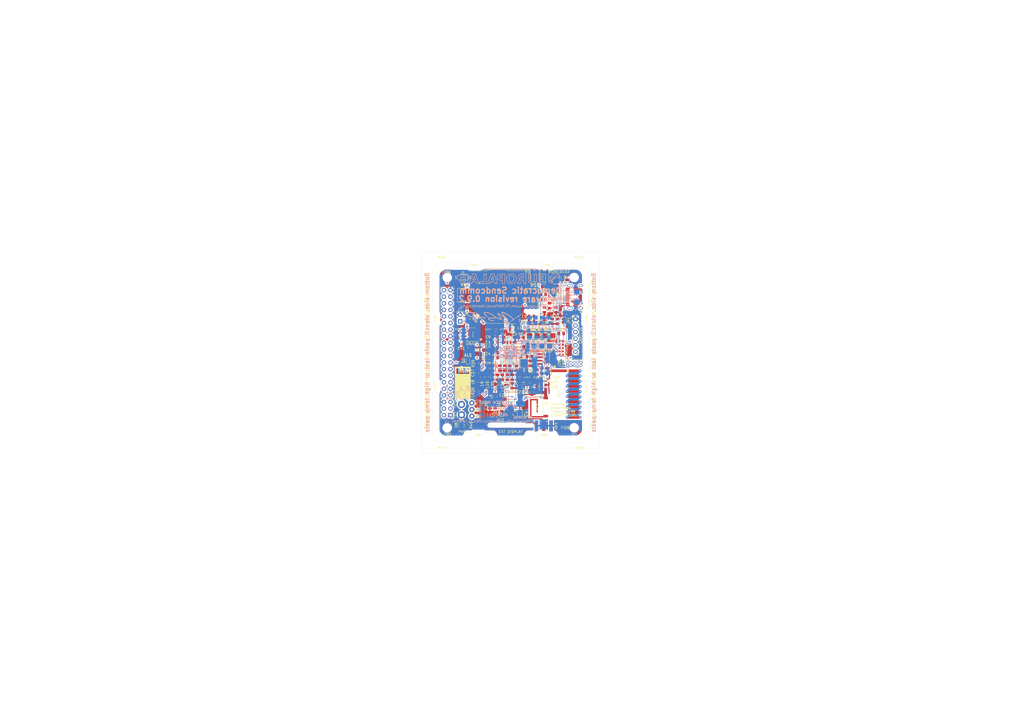
<source format=kicad_pcb>
(kicad_pcb (version 20171130) (host pcbnew 5.1.5+dfsg1-2build2)

  (general
    (thickness 1.6)
    (drawings 187)
    (tracks 1294)
    (zones 0)
    (modules 156)
    (nets 131)
  )

  (page A3)
  (title_block
    (title "Democratic Sendcomm")
    (date 2020-12-26)
    (rev 0.9.2)
    (company "Europalab Devices")
    (comment 1 "Copyright © 2020, Europalab Devices")
    (comment 2 "Fulfilling requirements of 20200210")
    (comment 3 "Pending quality assurance testing")
    (comment 4 "Release revision for manufacturing")
  )

  (layers
    (0 F.Cu signal)
    (1 In1.Cu power)
    (2 In2.Cu power)
    (31 B.Cu signal)
    (34 B.Paste user)
    (35 F.Paste user)
    (36 B.SilkS user)
    (37 F.SilkS user)
    (38 B.Mask user)
    (39 F.Mask user)
    (40 Dwgs.User user)
    (41 Cmts.User user)
    (44 Edge.Cuts user)
    (45 Margin user)
    (46 B.CrtYd user)
    (47 F.CrtYd user)
    (48 B.Fab user)
    (49 F.Fab user)
  )

  (setup
    (last_trace_width 0.09)
    (user_trace_width 0.1016)
    (user_trace_width 0.127)
    (user_trace_width 0.2)
    (user_trace_width 0.4)
    (user_trace_width 1.016)
    (trace_clearance 0.09)
    (zone_clearance 0.508)
    (zone_45_only no)
    (trace_min 0.09)
    (via_size 0.356)
    (via_drill 0.2)
    (via_min_size 0.356)
    (via_min_drill 0.2)
    (user_via 0.45 0.2)
    (user_via 0.6 0.3)
    (uvia_size 0.45)
    (uvia_drill 0.1)
    (uvias_allowed no)
    (uvia_min_size 0.45)
    (uvia_min_drill 0.1)
    (edge_width 0.1)
    (segment_width 0.1)
    (pcb_text_width 0.25)
    (pcb_text_size 1 1)
    (mod_edge_width 0.15)
    (mod_text_size 1 1)
    (mod_text_width 0.15)
    (pad_size 2 2)
    (pad_drill 0)
    (pad_to_mask_clearance 0)
    (aux_axis_origin 0 0)
    (visible_elements 7FFFFFFF)
    (pcbplotparams
      (layerselection 0x313fc_ffffffff)
      (usegerberextensions true)
      (usegerberattributes false)
      (usegerberadvancedattributes false)
      (creategerberjobfile false)
      (excludeedgelayer true)
      (linewidth 0.150000)
      (plotframeref false)
      (viasonmask false)
      (mode 1)
      (useauxorigin false)
      (hpglpennumber 1)
      (hpglpenspeed 20)
      (hpglpendiameter 15.000000)
      (psnegative false)
      (psa4output false)
      (plotreference true)
      (plotvalue true)
      (plotinvisibletext false)
      (padsonsilk false)
      (subtractmaskfromsilk false)
      (outputformat 1)
      (mirror false)
      (drillshape 0)
      (scaleselection 1)
      (outputdirectory "fabsingle"))
  )

  (net 0 "")
  (net 1 GND)
  (net 2 "Net-(AE1-Pad1)")
  (net 3 /Sheet5F53D5B4/RFSWPWR)
  (net 4 "Net-(C8-Pad1)")
  (net 5 /Sheet5F53D5B4/POWAMP)
  (net 6 "Net-(C13-Pad1)")
  (net 7 /Sheet5F53D5B4/HFOUT)
  (net 8 +3V3)
  (net 9 "Net-(C29-Pad1)")
  (net 10 /Sheet5F53D5B4/HPOUT)
  (net 11 /Sheet5F53D5B4/HFIN)
  (net 12 /Sheet5F53D5B4/BANDSEL)
  (net 13 "Net-(BT1-Pad1)")
  (net 14 /Sheet5F53D5B4/USB_BUS)
  (net 15 "Net-(C33-Pad1)")
  (net 16 "Net-(C34-Pad1)")
  (net 17 /Sheet5F53D5B4/CMDRST)
  (net 18 "Net-(D1-Pad2)")
  (net 19 "Net-(D1-Pad1)")
  (net 20 "Net-(D2-Pad1)")
  (net 21 "Net-(D2-Pad2)")
  (net 22 /Sheet5F53D5B4/USB_P)
  (net 23 /Sheet5F53D5B4/USB_N)
  (net 24 /Sheet60040980/ID_SD)
  (net 25 /Sheet60040980/ID_SC)
  (net 26 /Sheet5F53D5B4/SWDCLK)
  (net 27 "Net-(J3-Pad7)")
  (net 28 "Net-(J3-Pad8)")
  (net 29 "Net-(J4-Pad6)")
  (net 30 /Sheet5F53D5B4/CN_VBAT)
  (net 31 /Sheet5F53D5B4/XCEIV)
  (net 32 "Net-(AE5-Pad2)")
  (net 33 "Net-(C1-Pad1)")
  (net 34 "Net-(C7-Pad1)")
  (net 35 "Net-(C14-Pad1)")
  (net 36 "Net-(C17-Pad1)")
  (net 37 "Net-(C18-Pad2)")
  (net 38 "Net-(C19-Pad2)")
  (net 39 "Net-(C23-Pad2)")
  (net 40 "Net-(C23-Pad1)")
  (net 41 "Net-(C24-Pad1)")
  (net 42 "Net-(C24-Pad2)")
  (net 43 "Net-(C29-Pad2)")
  (net 44 "Net-(C33-Pad2)")
  (net 45 "Net-(C35-Pad2)")
  (net 46 "Net-(C40-Pad1)")
  (net 47 "Net-(J2-PadB5)")
  (net 48 "Net-(J2-PadA8)")
  (net 49 "Net-(J2-PadA5)")
  (net 50 "Net-(J2-PadB8)")
  (net 51 "Net-(J3-Pad2)")
  (net 52 "Net-(J3-Pad3)")
  (net 53 "Net-(J3-Pad4)")
  (net 54 "Net-(J3-Pad5)")
  (net 55 "Net-(J3-Pad10)")
  (net 56 "Net-(J3-Pad11)")
  (net 57 "Net-(J3-Pad12)")
  (net 58 "Net-(J3-Pad13)")
  (net 59 "Net-(J3-Pad15)")
  (net 60 "Net-(J3-Pad16)")
  (net 61 "Net-(J3-Pad18)")
  (net 62 "Net-(J3-Pad19)")
  (net 63 "Net-(J3-Pad21)")
  (net 64 "Net-(J3-Pad22)")
  (net 65 "Net-(J3-Pad23)")
  (net 66 "Net-(J3-Pad24)")
  (net 67 "Net-(J3-Pad26)")
  (net 68 "Net-(J3-Pad29)")
  (net 69 "Net-(J3-Pad31)")
  (net 70 "Net-(J3-Pad32)")
  (net 71 "Net-(J3-Pad33)")
  (net 72 "Net-(J3-Pad35)")
  (net 73 "Net-(J3-Pad36)")
  (net 74 "Net-(J3-Pad38)")
  (net 75 "Net-(J3-Pad40)")
  (net 76 "Net-(J4-Pad7)")
  (net 77 "Net-(J4-Pad8)")
  (net 78 "Net-(J5-Pad2)")
  (net 79 "Net-(J5-Pad3)")
  (net 80 "Net-(J5-Pad6)")
  (net 81 "Net-(J6-Pad1)")
  (net 82 "Net-(L1-Pad2)")
  (net 83 "Net-(R3-Pad1)")
  (net 84 "Net-(R4-Pad1)")
  (net 85 "Net-(R4-Pad2)")
  (net 86 "Net-(U2-Pad5)")
  (net 87 "Net-(U3-PadG1)")
  (net 88 "Net-(U3-PadH1)")
  (net 89 "Net-(U3-PadE3)")
  (net 90 "Net-(U3-PadE4)")
  (net 91 "Net-(U3-PadF4)")
  (net 92 "Net-(U3-PadC7)")
  (net 93 "Net-(U3-PadD7)")
  (net 94 "Net-(U3-PadD8)")
  (net 95 "Net-(U5-Pad3)")
  (net 96 "Net-(U5-Pad4)")
  (net 97 "Net-(U8-Pad7)")
  (net 98 "Net-(U8-Pad3)")
  (net 99 "Net-(U8-Pad2)")
  (net 100 "Net-(U8-Pad1)")
  (net 101 "Net-(U9-Pad1)")
  (net 102 "Net-(U9-Pad2)")
  (net 103 "Net-(U9-Pad3)")
  (net 104 "Net-(U9-Pad7)")
  (net 105 /Sheet5F53D5B4/SWDIO)
  (net 106 "Net-(AE2-Pad1)")
  (net 107 "Net-(AE4-Pad1)")
  (net 108 "Net-(AE5-Pad1)")
  (net 109 "Net-(J6-Pad2)")
  (net 110 "Net-(J6-Pad3)")
  (net 111 "Net-(J6-Pad4)")
  (net 112 "Net-(J7-Pad1)")
  (net 113 "Net-(C95-Pad1)")
  (net 114 /TP_SCL)
  (net 115 /TP_SDA)
  (net 116 "Net-(J20-Pad6)")
  (net 117 "Net-(J20-Pad7)")
  (net 118 "Net-(J20-Pad8)")
  (net 119 "Net-(Q2-Pad2)")
  (net 120 EXT_UART_TX)
  (net 121 EXT_UART_RX)
  (net 122 "Net-(D8-Pad2)")
  (net 123 USB_TST)
  (net 124 "Net-(TP13-Pad1)")
  (net 125 "Net-(C94-Pad2)")
  (net 126 "Net-(C96-Pad1)")
  (net 127 /Sheet5F53D5B4/CRY_XIN-RSVD)
  (net 128 /Sheet5F53D5B4/CRY_XOUT-RSVD)
  (net 129 "Net-(C97-Pad1)")
  (net 130 "Net-(C101-Pad1)")

  (net_class Default "This is the default net class."
    (clearance 0.09)
    (trace_width 0.09)
    (via_dia 0.356)
    (via_drill 0.2)
    (uvia_dia 0.45)
    (uvia_drill 0.1)
    (add_net +3V3)
    (add_net /Sheet5F53D5B4/BANDSEL)
    (add_net /Sheet5F53D5B4/CMDRST)
    (add_net /Sheet5F53D5B4/CN_VBAT)
    (add_net /Sheet5F53D5B4/CRY_XIN-RSVD)
    (add_net /Sheet5F53D5B4/CRY_XOUT-RSVD)
    (add_net /Sheet5F53D5B4/HFIN)
    (add_net /Sheet5F53D5B4/HFOUT)
    (add_net /Sheet5F53D5B4/HPOUT)
    (add_net /Sheet5F53D5B4/POWAMP)
    (add_net /Sheet5F53D5B4/RFSWPWR)
    (add_net /Sheet5F53D5B4/SWDCLK)
    (add_net /Sheet5F53D5B4/SWDIO)
    (add_net /Sheet5F53D5B4/USB_BUS)
    (add_net /Sheet5F53D5B4/USB_N)
    (add_net /Sheet5F53D5B4/USB_P)
    (add_net /Sheet5F53D5B4/XCEIV)
    (add_net /Sheet60040980/ID_SC)
    (add_net /Sheet60040980/ID_SD)
    (add_net /TP_SCL)
    (add_net /TP_SDA)
    (add_net EXT_UART_RX)
    (add_net EXT_UART_TX)
    (add_net GND)
    (add_net "Net-(AE1-Pad1)")
    (add_net "Net-(AE2-Pad1)")
    (add_net "Net-(AE4-Pad1)")
    (add_net "Net-(AE5-Pad1)")
    (add_net "Net-(AE5-Pad2)")
    (add_net "Net-(BT1-Pad1)")
    (add_net "Net-(C1-Pad1)")
    (add_net "Net-(C101-Pad1)")
    (add_net "Net-(C13-Pad1)")
    (add_net "Net-(C14-Pad1)")
    (add_net "Net-(C17-Pad1)")
    (add_net "Net-(C18-Pad2)")
    (add_net "Net-(C19-Pad2)")
    (add_net "Net-(C23-Pad1)")
    (add_net "Net-(C23-Pad2)")
    (add_net "Net-(C24-Pad1)")
    (add_net "Net-(C24-Pad2)")
    (add_net "Net-(C29-Pad1)")
    (add_net "Net-(C29-Pad2)")
    (add_net "Net-(C33-Pad1)")
    (add_net "Net-(C33-Pad2)")
    (add_net "Net-(C34-Pad1)")
    (add_net "Net-(C35-Pad2)")
    (add_net "Net-(C40-Pad1)")
    (add_net "Net-(C7-Pad1)")
    (add_net "Net-(C8-Pad1)")
    (add_net "Net-(C94-Pad2)")
    (add_net "Net-(C95-Pad1)")
    (add_net "Net-(C96-Pad1)")
    (add_net "Net-(C97-Pad1)")
    (add_net "Net-(D1-Pad1)")
    (add_net "Net-(D1-Pad2)")
    (add_net "Net-(D2-Pad1)")
    (add_net "Net-(D2-Pad2)")
    (add_net "Net-(D8-Pad2)")
    (add_net "Net-(J2-PadA5)")
    (add_net "Net-(J2-PadA8)")
    (add_net "Net-(J2-PadB5)")
    (add_net "Net-(J2-PadB8)")
    (add_net "Net-(J20-Pad6)")
    (add_net "Net-(J20-Pad7)")
    (add_net "Net-(J20-Pad8)")
    (add_net "Net-(J3-Pad10)")
    (add_net "Net-(J3-Pad11)")
    (add_net "Net-(J3-Pad12)")
    (add_net "Net-(J3-Pad13)")
    (add_net "Net-(J3-Pad15)")
    (add_net "Net-(J3-Pad16)")
    (add_net "Net-(J3-Pad18)")
    (add_net "Net-(J3-Pad19)")
    (add_net "Net-(J3-Pad2)")
    (add_net "Net-(J3-Pad21)")
    (add_net "Net-(J3-Pad22)")
    (add_net "Net-(J3-Pad23)")
    (add_net "Net-(J3-Pad24)")
    (add_net "Net-(J3-Pad26)")
    (add_net "Net-(J3-Pad29)")
    (add_net "Net-(J3-Pad3)")
    (add_net "Net-(J3-Pad31)")
    (add_net "Net-(J3-Pad32)")
    (add_net "Net-(J3-Pad33)")
    (add_net "Net-(J3-Pad35)")
    (add_net "Net-(J3-Pad36)")
    (add_net "Net-(J3-Pad38)")
    (add_net "Net-(J3-Pad4)")
    (add_net "Net-(J3-Pad40)")
    (add_net "Net-(J3-Pad5)")
    (add_net "Net-(J3-Pad7)")
    (add_net "Net-(J3-Pad8)")
    (add_net "Net-(J4-Pad6)")
    (add_net "Net-(J4-Pad7)")
    (add_net "Net-(J4-Pad8)")
    (add_net "Net-(J5-Pad2)")
    (add_net "Net-(J5-Pad3)")
    (add_net "Net-(J5-Pad6)")
    (add_net "Net-(J6-Pad1)")
    (add_net "Net-(J6-Pad2)")
    (add_net "Net-(J6-Pad3)")
    (add_net "Net-(J6-Pad4)")
    (add_net "Net-(J7-Pad1)")
    (add_net "Net-(L1-Pad2)")
    (add_net "Net-(Q2-Pad2)")
    (add_net "Net-(R3-Pad1)")
    (add_net "Net-(R4-Pad1)")
    (add_net "Net-(R4-Pad2)")
    (add_net "Net-(TP13-Pad1)")
    (add_net "Net-(U2-Pad5)")
    (add_net "Net-(U3-PadC7)")
    (add_net "Net-(U3-PadD7)")
    (add_net "Net-(U3-PadD8)")
    (add_net "Net-(U3-PadE3)")
    (add_net "Net-(U3-PadE4)")
    (add_net "Net-(U3-PadF4)")
    (add_net "Net-(U3-PadG1)")
    (add_net "Net-(U3-PadH1)")
    (add_net "Net-(U5-Pad3)")
    (add_net "Net-(U5-Pad4)")
    (add_net "Net-(U8-Pad1)")
    (add_net "Net-(U8-Pad2)")
    (add_net "Net-(U8-Pad3)")
    (add_net "Net-(U8-Pad7)")
    (add_net "Net-(U9-Pad1)")
    (add_net "Net-(U9-Pad2)")
    (add_net "Net-(U9-Pad3)")
    (add_net "Net-(U9-Pad7)")
    (add_net USB_TST)
  )

  (net_class Power ""
    (clearance 0.2)
    (trace_width 0.5)
    (via_dia 1)
    (via_drill 0.7)
    (uvia_dia 0.5)
    (uvia_drill 0.1)
  )

  (module Connector_PinHeader_2.54mm:PinHeader_1x06_P2.54mm_Vertical (layer F.Cu) (tedit 59FED5CC) (tstamp 5FF83409)
    (at 235 135)
    (descr "Through hole straight pin header, 1x06, 2.54mm pitch, single row")
    (tags "Through hole pin header THT 1x06 2.54mm single row")
    (path /60040981/6006812D)
    (fp_text reference J5 (at 2 5 90) (layer F.SilkS)
      (effects (font (size 1 1) (thickness 0.15)) (justify left))
    )
    (fp_text value Conn_01x06_Male (at 4.385 14.97) (layer F.Fab)
      (effects (font (size 1 1) (thickness 0.15)))
    )
    (fp_text user %R (at 2.77 6.35 90) (layer F.Fab)
      (effects (font (size 1 1) (thickness 0.15)))
    )
    (fp_line (start 1.8 -1.8) (end -1.8 -1.8) (layer F.CrtYd) (width 0.05))
    (fp_line (start 1.8 14.5) (end 1.8 -1.8) (layer F.CrtYd) (width 0.05))
    (fp_line (start -1.8 14.5) (end 1.8 14.5) (layer F.CrtYd) (width 0.05))
    (fp_line (start -1.8 -1.8) (end -1.8 14.5) (layer F.CrtYd) (width 0.05))
    (fp_line (start -1.33 -1.33) (end 0 -1.33) (layer F.SilkS) (width 0.12))
    (fp_line (start -1.33 0) (end -1.33 -1.33) (layer F.SilkS) (width 0.12))
    (fp_line (start -1.33 1.27) (end 1.33 1.27) (layer F.SilkS) (width 0.12))
    (fp_line (start 1.33 1.27) (end 1.33 14.03) (layer F.SilkS) (width 0.12))
    (fp_line (start -1.33 1.27) (end -1.33 14.03) (layer F.SilkS) (width 0.12))
    (fp_line (start -1.33 14.03) (end 1.33 14.03) (layer F.SilkS) (width 0.12))
    (fp_line (start -1.27 -0.635) (end -0.635 -1.27) (layer F.Fab) (width 0.1))
    (fp_line (start -1.27 13.97) (end -1.27 -0.635) (layer F.Fab) (width 0.1))
    (fp_line (start 1.27 13.97) (end -1.27 13.97) (layer F.Fab) (width 0.1))
    (fp_line (start 1.27 -1.27) (end 1.27 13.97) (layer F.Fab) (width 0.1))
    (fp_line (start -0.635 -1.27) (end 1.27 -1.27) (layer F.Fab) (width 0.1))
    (pad 6 thru_hole oval (at 0 12.7) (size 1.7 1.7) (drill 1) (layers *.Cu *.Mask)
      (net 80 "Net-(J5-Pad6)"))
    (pad 5 thru_hole oval (at 0 10.16) (size 1.7 1.7) (drill 1) (layers *.Cu *.Mask)
      (net 120 EXT_UART_TX))
    (pad 4 thru_hole oval (at 0 7.62) (size 1.7 1.7) (drill 1) (layers *.Cu *.Mask)
      (net 121 EXT_UART_RX))
    (pad 3 thru_hole oval (at 0 5.08) (size 1.7 1.7) (drill 1) (layers *.Cu *.Mask)
      (net 79 "Net-(J5-Pad3)"))
    (pad 2 thru_hole oval (at 0 2.54) (size 1.7 1.7) (drill 1) (layers *.Cu *.Mask)
      (net 78 "Net-(J5-Pad2)"))
    (pad 1 thru_hole rect (at 0 0) (size 1.7 1.7) (drill 1) (layers *.Cu *.Mask)
      (net 1 GND))
    (model ${KISYS3DMOD}/Connector_PinHeader_2.54mm.3dshapes/PinHeader_1x06_P2.54mm_Vertical.wrl
      (at (xyz 0 0 0))
      (scale (xyz 1 1 1))
      (rotate (xyz 0 0 0))
    )
  )

  (module RF_Antenna:Texas_SWRA416_868MHz_915MHz (layer F.Cu) (tedit 5CF40AFD) (tstamp 5F686F31)
    (at 231 164 270)
    (descr http://www.ti.com/lit/an/swra416/swra416.pdf)
    (tags "PCB antenna")
    (path /5F5C0728/60008187)
    (attr smd)
    (fp_text reference AE1 (at 0 2.5 90) (layer F.SilkS)
      (effects (font (size 1 1) (thickness 0.15)))
    )
    (fp_text value Antenna (at 0.1 -7.6 90) (layer F.Fab)
      (effects (font (size 1 1) (thickness 0.15)))
    )
    (fp_line (start 9.7 2.1) (end 6.2 5.7) (layer Dwgs.User) (width 0.12))
    (fp_line (start 9.7 0.1) (end 4.3 5.7) (layer Dwgs.User) (width 0.12))
    (fp_line (start 9.7 -1.9) (end 2.3 5.7) (layer Dwgs.User) (width 0.12))
    (fp_line (start 9.7 -3.9) (end 0.2 5.7) (layer Dwgs.User) (width 0.12))
    (fp_line (start 9.7 -5.9) (end -1.8 5.7) (layer Dwgs.User) (width 0.12))
    (fp_line (start 8.3 -6.5) (end -3.8 5.7) (layer Dwgs.User) (width 0.12))
    (fp_line (start 6.3 -6.5) (end -5.8 5.7) (layer Dwgs.User) (width 0.12))
    (fp_line (start 4.3 -6.5) (end -7.8 5.7) (layer Dwgs.User) (width 0.12))
    (fp_line (start -9.7 5.5) (end 2.3 -6.5) (layer Dwgs.User) (width 0.12))
    (fp_line (start -9.7 3.5) (end 0.3 -6.5) (layer Dwgs.User) (width 0.12))
    (fp_line (start -9.7 1.5) (end -1.7 -6.5) (layer Dwgs.User) (width 0.12))
    (fp_line (start -9.7 -0.5) (end -3.7 -6.5) (layer Dwgs.User) (width 0.12))
    (fp_line (start -9.7 -2.5) (end -5.7 -6.5) (layer Dwgs.User) (width 0.12))
    (fp_line (start -9.7 -4.5) (end -7.7 -6.5) (layer Dwgs.User) (width 0.12))
    (fp_line (start 9.7 -6.5) (end -9.7 -6.5) (layer Dwgs.User) (width 0.15))
    (fp_line (start 9.7 5.7) (end 9.7 -6.5) (layer Dwgs.User) (width 0.15))
    (fp_line (start -9.7 5.7) (end 9.7 5.7) (layer Dwgs.User) (width 0.15))
    (fp_line (start -9.7 -6.5) (end -9.7 5.7) (layer Dwgs.User) (width 0.15))
    (fp_line (start 7 -5.8) (end 8 -4.8) (layer B.Cu) (width 1))
    (fp_line (start 8 -1.8) (end 9 -0.8) (layer B.Cu) (width 1))
    (fp_line (start 8 -4.8) (end 8 -1.8) (layer B.Cu) (width 1))
    (fp_line (start 9 -5.8) (end 9 -0.8) (layer F.Cu) (width 1))
    (fp_line (start 5 -5.8) (end 6 -4.8) (layer B.Cu) (width 1))
    (fp_line (start 6 -1.8) (end 7 -0.8) (layer B.Cu) (width 1))
    (fp_line (start 6 -4.8) (end 6 -1.8) (layer B.Cu) (width 1))
    (fp_line (start 7 -5.8) (end 7 -0.8) (layer F.Cu) (width 1))
    (fp_line (start 3 -5.8) (end 4 -4.8) (layer B.Cu) (width 1))
    (fp_line (start 4 -1.8) (end 5 -0.8) (layer B.Cu) (width 1))
    (fp_line (start 4 -4.8) (end 4 -1.8) (layer B.Cu) (width 1))
    (fp_line (start 5 -5.8) (end 5 -0.8) (layer F.Cu) (width 1))
    (fp_line (start 1 -5.8) (end 2 -4.8) (layer B.Cu) (width 1))
    (fp_line (start 2 -1.8) (end 3 -0.8) (layer B.Cu) (width 1))
    (fp_line (start 2 -4.8) (end 2 -1.8) (layer B.Cu) (width 1))
    (fp_line (start 3 -5.8) (end 3 -0.8) (layer F.Cu) (width 1))
    (fp_line (start -1 -5.8) (end 0 -4.8) (layer B.Cu) (width 1))
    (fp_line (start 0 -1.8) (end 1 -0.8) (layer B.Cu) (width 1))
    (fp_line (start 0 -4.8) (end 0 -1.8) (layer B.Cu) (width 1))
    (fp_line (start 1 -5.8) (end 1 -0.8) (layer F.Cu) (width 1))
    (fp_line (start -3 -5.8) (end -2 -4.8) (layer B.Cu) (width 1))
    (fp_line (start -2 -1.8) (end -1 -0.8) (layer B.Cu) (width 1))
    (fp_line (start -2 -4.8) (end -2 -1.8) (layer B.Cu) (width 1))
    (fp_line (start -1 -5.8) (end -1 -0.8) (layer F.Cu) (width 1))
    (fp_line (start -4 -4.8) (end -4 -1.8) (layer B.Cu) (width 1))
    (fp_line (start -5 -5.8) (end -4 -4.8) (layer B.Cu) (width 1))
    (fp_line (start -4 -1.8) (end -3 -0.8) (layer B.Cu) (width 1))
    (fp_line (start -3 -5.8) (end -3 -0.8) (layer F.Cu) (width 1))
    (fp_line (start -6 -4.8) (end -6 -1.8) (layer B.Cu) (width 1))
    (fp_line (start -7 -5.8) (end -6 -4.8) (layer B.Cu) (width 1))
    (fp_line (start -6 -1.8) (end -5 -0.8) (layer B.Cu) (width 1))
    (fp_line (start -5 -5.8) (end -5 -0.8) (layer F.Cu) (width 1))
    (fp_line (start -7 -5.8) (end -7 -0.8) (layer F.Cu) (width 1))
    (fp_line (start -9 5.2) (end -9 -5.8) (layer F.Cu) (width 1))
    (fp_line (start -9 -5.8) (end -8 -4.8) (layer B.Cu) (width 1))
    (fp_line (start -8 -4.8) (end -8 -1.8) (layer B.Cu) (width 1))
    (fp_line (start -8 -1.8) (end -7 -0.8) (layer B.Cu) (width 1))
    (fp_line (start 9.7 4.1) (end 8.2 5.7) (layer Dwgs.User) (width 0.12))
    (fp_line (start -9.9 -6.7) (end -9.9 5.9) (layer F.CrtYd) (width 0.05))
    (fp_line (start -9.9 5.9) (end 9.9 5.9) (layer F.CrtYd) (width 0.05))
    (fp_line (start 9.9 5.9) (end 9.9 -6.7) (layer F.CrtYd) (width 0.05))
    (fp_line (start 9.9 -6.7) (end -9.9 -6.7) (layer F.CrtYd) (width 0.05))
    (fp_line (start 9.9 -6.7) (end -9.9 -6.7) (layer B.CrtYd) (width 0.05))
    (fp_line (start 9.9 5.9) (end 9.9 -6.7) (layer B.CrtYd) (width 0.05))
    (fp_line (start -9.9 -6.7) (end -9.9 5.9) (layer B.CrtYd) (width 0.05))
    (fp_line (start -9.9 5.9) (end 9.9 5.9) (layer B.CrtYd) (width 0.05))
    (fp_text user "KEEP-OUT ZONE" (at 1 -2.8 90) (layer Cmts.User)
      (effects (font (size 1 1) (thickness 0.15)))
    )
    (fp_text user "No metal, traces or " (at 1 0.2 90) (layer Cmts.User)
      (effects (font (size 1 1) (thickness 0.15)))
    )
    (fp_text user "any components on" (at 1 2.2 90) (layer Cmts.User)
      (effects (font (size 1 1) (thickness 0.15)))
    )
    (fp_text user " any PCB layer." (at 1 4.2 90) (layer Cmts.User)
      (effects (font (size 1 1) (thickness 0.15)))
    )
    (fp_text user %R (at -0.4 6.6 90) (layer F.Fab)
      (effects (font (size 1 1) (thickness 0.15)))
    )
    (pad "" thru_hole circle (at 9 -0.8 90) (size 1 1) (drill 0.4) (layers *.Cu))
    (pad "" thru_hole circle (at 9 -5.8 90) (size 1 1) (drill 0.4) (layers *.Cu))
    (pad "" thru_hole circle (at 7 -5.8 90) (size 1 1) (drill 0.4) (layers *.Cu))
    (pad "" thru_hole circle (at 7 -0.8 90) (size 1 1) (drill 0.4) (layers *.Cu))
    (pad "" thru_hole circle (at 5 -0.8 90) (size 1 1) (drill 0.4) (layers *.Cu))
    (pad "" thru_hole circle (at 5 -5.8 90) (size 1 1) (drill 0.4) (layers *.Cu))
    (pad "" thru_hole circle (at 3 -0.8 90) (size 1 1) (drill 0.4) (layers *.Cu))
    (pad "" thru_hole circle (at 3 -5.8 90) (size 1 1) (drill 0.4) (layers *.Cu))
    (pad "" thru_hole circle (at 1 -5.8 90) (size 1 1) (drill 0.4) (layers *.Cu))
    (pad "" thru_hole circle (at 1 -0.8 90) (size 1 1) (drill 0.4) (layers *.Cu))
    (pad "" thru_hole circle (at -1 -0.8 90) (size 1 1) (drill 0.4) (layers *.Cu))
    (pad "" thru_hole circle (at -1 -5.8 90) (size 1 1) (drill 0.4) (layers *.Cu))
    (pad "" thru_hole circle (at -3 -5.8 90) (size 1 1) (drill 0.4) (layers *.Cu))
    (pad "" thru_hole circle (at -3 -0.8 90) (size 1 1) (drill 0.4) (layers *.Cu))
    (pad "" thru_hole circle (at -5 -0.8 90) (size 1 1) (drill 0.4) (layers *.Cu))
    (pad "" thru_hole circle (at -5 -5.8 90) (size 1 1) (drill 0.4) (layers *.Cu))
    (pad "" thru_hole circle (at -7 -5.8 90) (size 1 1) (drill 0.4) (layers *.Cu))
    (pad "" thru_hole circle (at -7 -0.8 90) (size 1 1) (drill 0.4) (layers *.Cu))
    (pad "" thru_hole circle (at -9 -5.8 90) (size 1 1) (drill 0.4) (layers *.Cu))
    (pad 1 smd trapezoid (at -9 5.9 90) (size 0.4 0.8) (rect_delta 0 0.3 ) (layers F.Cu)
      (net 2 "Net-(AE1-Pad1)"))
  )

  (module Elabdev:Panel_Mousetab_25mm_Single (layer F.Cu) (tedit 5CD9E502) (tstamp 5FEC726C)
    (at 222.5 179.75 90)
    (path /5CD9EB0D)
    (fp_text reference TAB8 (at 0 0) (layer F.SilkS)
      (effects (font (size 0.8 0.8) (thickness 0.13)))
    )
    (fp_text value Pantab (at -3.25 0 180) (layer F.Fab)
      (effects (font (size 1 1) (thickness 0.15)))
    )
    (fp_line (start 1.25 -2.2) (end 1.25 2.2) (layer F.Fab) (width 0.15))
    (fp_line (start -1.25 -2.2) (end -1.25 2.2) (layer F.Fab) (width 0.15))
    (fp_line (start 2.1 -2.6) (end 2.1 2.6) (layer F.CrtYd) (width 0.15))
    (fp_line (start 2.1 2.6) (end -2.1 2.6) (layer F.CrtYd) (width 0.15))
    (fp_line (start -2.1 2.6) (end -2.1 -2.6) (layer F.CrtYd) (width 0.15))
    (fp_line (start -2.1 -2.6) (end 2.1 -2.6) (layer F.CrtYd) (width 0.15))
    (pad "" np_thru_hole circle (at 1.35 2 90) (size 0.5 0.5) (drill 0.5) (layers *.Cu))
    (pad "" np_thru_hole circle (at 1.35 1.2 90) (size 0.5 0.5) (drill 0.5) (layers *.Cu))
    (pad "" np_thru_hole circle (at 1.35 0.4 90) (size 0.5 0.5) (drill 0.5) (layers *.Cu))
    (pad "" np_thru_hole circle (at 1.35 -0.4 90) (size 0.5 0.5) (drill 0.5) (layers *.Cu))
    (pad "" np_thru_hole circle (at 1.35 -1.2 90) (size 0.5 0.5) (drill 0.5) (layers *.Cu))
    (pad "" np_thru_hole circle (at 1.35 -2 90) (size 0.5 0.5) (drill 0.5) (layers *.Cu))
  )

  (module Capacitor_SMD:C_0805_2012Metric (layer F.Cu) (tedit 5B36C52B) (tstamp 5FEB8111)
    (at 211.5 143.0625 270)
    (descr "Capacitor SMD 0805 (2012 Metric), square (rectangular) end terminal, IPC_7351 nominal, (Body size source: https://docs.google.com/spreadsheets/d/1BsfQQcO9C6DZCsRaXUlFlo91Tg2WpOkGARC1WS5S8t0/edit?usp=sharing), generated with kicad-footprint-generator")
    (tags capacitor)
    (path /5F53D5B5/5F609CF5)
    (attr smd)
    (fp_text reference C19 (at -2.0625 0 180) (layer F.SilkS)
      (effects (font (size 0.7 0.7) (thickness 0.1)))
    )
    (fp_text value 15pF (at 0 1.65 90) (layer F.Fab)
      (effects (font (size 1 1) (thickness 0.15)))
    )
    (fp_line (start -1 0.6) (end -1 -0.6) (layer F.Fab) (width 0.1))
    (fp_line (start -1 -0.6) (end 1 -0.6) (layer F.Fab) (width 0.1))
    (fp_line (start 1 -0.6) (end 1 0.6) (layer F.Fab) (width 0.1))
    (fp_line (start 1 0.6) (end -1 0.6) (layer F.Fab) (width 0.1))
    (fp_line (start -0.258578 -0.71) (end 0.258578 -0.71) (layer F.SilkS) (width 0.12))
    (fp_line (start -0.258578 0.71) (end 0.258578 0.71) (layer F.SilkS) (width 0.12))
    (fp_line (start -1.68 0.95) (end -1.68 -0.95) (layer F.CrtYd) (width 0.05))
    (fp_line (start -1.68 -0.95) (end 1.68 -0.95) (layer F.CrtYd) (width 0.05))
    (fp_line (start 1.68 -0.95) (end 1.68 0.95) (layer F.CrtYd) (width 0.05))
    (fp_line (start 1.68 0.95) (end -1.68 0.95) (layer F.CrtYd) (width 0.05))
    (fp_text user %R (at 0 0 90) (layer F.Fab)
      (effects (font (size 0.5 0.5) (thickness 0.08)))
    )
    (pad 1 smd roundrect (at -0.9375 0 270) (size 0.975 1.4) (layers F.Cu F.Paste F.Mask) (roundrect_rratio 0.25)
      (net 1 GND))
    (pad 2 smd roundrect (at 0.9375 0 270) (size 0.975 1.4) (layers F.Cu F.Paste F.Mask) (roundrect_rratio 0.25)
      (net 38 "Net-(C19-Pad2)"))
    (model ${KISYS3DMOD}/Capacitor_SMD.3dshapes/C_0805_2012Metric.wrl
      (at (xyz 0 0 0))
      (scale (xyz 1 1 1))
      (rotate (xyz 0 0 0))
    )
  )

  (module Elabdev:Meinkuerz_sign_480dpi (layer B.Cu) (tedit 0) (tstamp 5FBE809B)
    (at 202 134 180)
    (fp_text reference G1 (at 0 0) (layer B.SilkS) hide
      (effects (font (size 1.524 1.524) (thickness 0.3)) (justify mirror))
    )
    (fp_text value Meinkuerzel_signature (at 0.75 0) (layer B.SilkS) hide
      (effects (font (size 1.524 1.524) (thickness 0.3)) (justify mirror))
    )
    (fp_poly (pts (xy 7.849084 1.675651) (xy 8.303148 1.632827) (xy 8.685942 1.550363) (xy 8.876057 1.481326)
      (xy 9.07938 1.34976) (xy 9.204465 1.178624) (xy 9.241225 0.986809) (xy 9.210768 0.854557)
      (xy 9.078684 0.643748) (xy 8.864557 0.429964) (xy 8.589687 0.233059) (xy 8.471807 0.165759)
      (xy 8.232808 0.053863) (xy 7.923436 -0.068816) (xy 7.576824 -0.190996) (xy 7.226108 -0.301392)
      (xy 6.904421 -0.388723) (xy 6.731621 -0.426811) (xy 6.398868 -0.490816) (xy 6.556265 -0.586535)
      (xy 6.736632 -0.743549) (xy 6.819572 -0.938245) (xy 6.82625 -1.022915) (xy 6.780462 -1.15416)
      (xy 6.660466 -1.295963) (xy 6.49231 -1.424979) (xy 6.30204 -1.517866) (xy 6.258842 -1.531402)
      (xy 6.0446 -1.569955) (xy 5.805186 -1.581627) (xy 5.582286 -1.566858) (xy 5.417587 -1.526091)
      (xy 5.409578 -1.522402) (xy 5.285381 -1.409276) (xy 5.232727 -1.237525) (xy 5.243042 -1.133742)
      (xy 5.545646 -1.133742) (xy 5.569322 -1.243922) (xy 5.599007 -1.270742) (xy 5.725804 -1.30367)
      (xy 5.911501 -1.301091) (xy 6.117136 -1.267785) (xy 6.303743 -1.20853) (xy 6.368163 -1.176419)
      (xy 6.483421 -1.090411) (xy 6.547775 -1.006994) (xy 6.550669 -0.996984) (xy 6.519163 -0.903747)
      (xy 6.404517 -0.814537) (xy 6.229026 -0.742568) (xy 6.060328 -0.706358) (xy 5.903418 -0.693399)
      (xy 5.806355 -0.717484) (xy 5.726223 -0.79035) (xy 5.718194 -0.79992) (xy 5.596762 -0.979847)
      (xy 5.545646 -1.133742) (xy 5.243042 -1.133742) (xy 5.253531 -1.028227) (xy 5.344918 -0.810631)
      (xy 5.442538 -0.642303) (xy 5.295353 -0.646487) (xy 5.12125 -0.625399) (xy 5.035885 -0.550663)
      (xy 5.027083 -0.501447) (xy 5.075804 -0.410776) (xy 5.222941 -0.351671) (xy 5.469958 -0.32355)
      (xy 5.476875 -0.323261) (xy 5.599677 -0.314345) (xy 5.697993 -0.289875) (xy 5.794712 -0.235966)
      (xy 5.912725 -0.138734) (xy 6.074923 0.015705) (xy 6.138333 0.077935) (xy 6.357426 0.284825)
      (xy 6.520758 0.415811) (xy 6.63982 0.476704) (xy 6.726105 0.473318) (xy 6.791106 0.411464)
      (xy 6.792772 0.408883) (xy 6.813029 0.349999) (xy 6.787897 0.281807) (xy 6.704882 0.184844)
      (xy 6.561666 0.048946) (xy 6.270625 -0.217166) (xy 6.532899 -0.183078) (xy 6.900304 -0.115245)
      (xy 7.289474 -0.008645) (xy 7.678243 0.127507) (xy 8.044445 0.283994) (xy 8.365914 0.451601)
      (xy 8.620483 0.621112) (xy 8.749193 0.738377) (xy 8.856936 0.865956) (xy 8.92727 0.965202)
      (xy 8.942916 1.001728) (xy 8.895983 1.084773) (xy 8.773369 1.176095) (xy 8.602358 1.259484)
      (xy 8.410231 1.318727) (xy 8.408998 1.318992) (xy 8.149682 1.354937) (xy 7.8128 1.371973)
      (xy 7.424917 1.370093) (xy 7.012599 1.349291) (xy 6.686734 1.319437) (xy 6.066773 1.222977)
      (xy 5.517194 1.081213) (xy 5.043989 0.897075) (xy 4.653152 0.673494) (xy 4.350673 0.413401)
      (xy 4.142546 0.119727) (xy 4.114637 0.061443) (xy 4.047094 -0.15251) (xy 4.06025 -0.336634)
      (xy 4.160207 -0.518581) (xy 4.270456 -0.644496) (xy 4.390411 -0.79173) (xy 4.431252 -0.900383)
      (xy 4.427296 -0.922309) (xy 4.357272 -0.99719) (xy 4.242023 -0.977517) (xy 4.082983 -0.863726)
      (xy 4.010682 -0.795217) (xy 3.879838 -0.680755) (xy 3.765594 -0.608691) (xy 3.712637 -0.594925)
      (xy 3.6215 -0.594723) (xy 3.455888 -0.585507) (xy 3.246599 -0.569127) (xy 3.175 -0.562633)
      (xy 2.951086 -0.544014) (xy 2.793821 -0.54282) (xy 2.664643 -0.565021) (xy 2.524987 -0.61659)
      (xy 2.371034 -0.687127) (xy 2.100169 -0.795663) (xy 1.89262 -0.837972) (xy 1.841867 -0.837015)
      (xy 1.72083 -0.812158) (xy 1.663036 -0.745697) (xy 1.637803 -0.635) (xy 1.623821 -0.491701)
      (xy 1.628566 -0.389706) (xy 1.630235 -0.383646) (xy 1.692219 -0.322789) (xy 1.789679 -0.330876)
      (xy 1.885465 -0.399867) (xy 1.916539 -0.445597) (xy 1.984375 -0.573694) (xy 2.371569 -0.384068)
      (xy 2.758764 -0.194442) (xy 3.165319 -0.256321) (xy 3.413597 -0.293214) (xy 3.576071 -0.310583)
      (xy 3.67165 -0.304292) (xy 3.719238 -0.270208) (xy 3.737742 -0.204195) (xy 3.744012 -0.129767)
      (xy 3.817818 0.177969) (xy 3.989413 0.470621) (xy 4.251219 0.74303) (xy 4.595656 0.99004)
      (xy 5.015149 1.206492) (xy 5.502117 1.387229) (xy 6.048984 1.527094) (xy 6.228561 1.561184)
      (xy 6.794861 1.64034) (xy 7.340678 1.678326) (xy 7.849084 1.675651)) (layer B.SilkS) (width 0.01))
    (fp_poly (pts (xy -4.580024 1.756567) (xy -4.544854 1.74305) (xy -4.466016 1.67622) (xy -4.437143 1.580417)
      (xy -4.461964 1.447967) (xy -4.544204 1.271201) (xy -4.68759 1.042447) (xy -4.895848 0.754033)
      (xy -5.172705 0.39829) (xy -5.237349 0.3175) (xy -5.411926 0.098408) (xy -5.577817 -0.112809)
      (xy -5.714811 -0.290245) (xy -5.794689 -0.396875) (xy -5.948296 -0.608542) (xy -5.791961 -0.468507)
      (xy -5.700695 -0.392772) (xy -5.541009 -0.266466) (xy -5.329307 -0.10231) (xy -5.081994 0.086977)
      (xy -4.815472 0.288675) (xy -4.815417 0.288716) (xy -4.345432 0.631252) (xy -3.946225 0.897872)
      (xy -3.615767 1.089474) (xy -3.352032 1.206955) (xy -3.152989 1.251211) (xy -3.016612 1.223138)
      (xy -2.940872 1.123633) (xy -2.939055 1.118116) (xy -2.92791 1.023519) (xy -2.955738 0.908417)
      (xy -3.029742 0.759005) (xy -3.157121 0.561475) (xy -3.345079 0.302021) (xy -3.409058 0.217037)
      (xy -3.654587 -0.113597) (xy -3.860834 -0.404313) (xy -4.022275 -0.646491) (xy -4.133388 -0.831509)
      (xy -4.188652 -0.950744) (xy -4.185335 -0.994958) (xy -4.120655 -0.981486) (xy -3.976478 -0.932768)
      (xy -3.770527 -0.855371) (xy -3.520529 -0.755864) (xy -3.349225 -0.685128) (xy -3.06462 -0.570045)
      (xy -2.797019 -0.469163) (xy -2.569108 -0.390505) (xy -2.403576 -0.342097) (xy -2.349431 -0.331513)
      (xy -2.183877 -0.291941) (xy -2.07811 -0.206425) (xy -2.041672 -0.151915) (xy -1.850086 0.096101)
      (xy -1.567603 0.354844) (xy -1.207453 0.616123) (xy -0.78287 0.87175) (xy -0.307084 1.113536)
      (xy 0.206672 1.333293) (xy 0.574448 1.467145) (xy 0.853452 1.556991) (xy 1.074831 1.61415)
      (xy 1.278935 1.645957) (xy 1.506112 1.659747) (xy 1.647661 1.662241) (xy 1.89537 1.661355)
      (xy 2.061526 1.650821) (xy 2.170245 1.626908) (xy 2.245641 1.585888) (xy 2.269431 1.566069)
      (xy 2.364656 1.413892) (xy 2.378536 1.21834) (xy 2.31231 1.002224) (xy 2.231511 0.867835)
      (xy 2.055394 0.653788) (xy 1.846452 0.444397) (xy 1.622129 0.252501) (xy 1.399873 0.090942)
      (xy 1.19713 -0.02744) (xy 1.031346 -0.089804) (xy 0.931657 -0.088852) (xy 0.853749 -0.025156)
      (xy 0.874571 0.06423) (xy 0.991583 0.174246) (xy 1.09802 0.242886) (xy 1.314624 0.387246)
      (xy 1.527802 0.560014) (xy 1.72429 0.746283) (xy 1.890825 0.931146) (xy 2.014146 1.099697)
      (xy 2.080988 1.237027) (xy 2.078088 1.32823) (xy 2.071165 1.336667) (xy 1.954541 1.387475)
      (xy 1.756832 1.400928) (xy 1.494763 1.380087) (xy 1.185063 1.328013) (xy 0.844457 1.247766)
      (xy 0.489674 1.142406) (xy 0.137439 1.014995) (xy -0.00172 0.957368) (xy -0.385109 0.777304)
      (xy -0.74297 0.581237) (xy -1.065571 0.377182) (xy -1.343179 0.173152) (xy -1.566062 -0.022838)
      (xy -1.724487 -0.202776) (xy -1.808722 -0.358647) (xy -1.809035 -0.482438) (xy -1.789329 -0.514562)
      (xy -1.69188 -0.558953) (xy -1.49842 -0.578536) (xy -1.2158 -0.573404) (xy -0.850872 -0.543648)
      (xy -0.464887 -0.496867) (xy -0.056607 -0.452123) (xy 0.260382 -0.442712) (xy 0.494773 -0.469264)
      (xy 0.655256 -0.532408) (xy 0.714552 -0.58228) (xy 0.776217 -0.725165) (xy 0.746162 -0.908878)
      (xy 0.632079 -1.115352) (xy 0.45893 -1.290216) (xy 0.2117 -1.450188) (xy -0.085638 -1.588107)
      (xy -0.409112 -1.696809) (xy -0.734748 -1.769134) (xy -1.038572 -1.797919) (xy -1.296612 -1.776003)
      (xy -1.42875 -1.731015) (xy -1.546706 -1.617759) (xy -1.577815 -1.519827) (xy -1.560687 -1.389395)
      (xy -1.486335 -1.336349) (xy -1.378138 -1.369493) (xy -1.317893 -1.421952) (xy -1.19986 -1.505637)
      (xy -1.092449 -1.534584) (xy -0.859949 -1.513387) (xy -0.579373 -1.457345) (xy -0.297878 -1.377776)
      (xy -0.068589 -1.288836) (xy 0.116249 -1.181832) (xy 0.284174 -1.050661) (xy 0.411262 -0.917533)
      (xy 0.473586 -0.804658) (xy 0.47625 -0.783054) (xy 0.425256 -0.757675) (xy 0.277287 -0.748743)
      (xy 0.039858 -0.755912) (xy -0.279513 -0.778835) (xy -0.673311 -0.817167) (xy -0.956033 -0.849048)
      (xy -1.308534 -0.882196) (xy -1.57585 -0.8857) (xy -1.774982 -0.85746) (xy -1.922933 -0.795374)
      (xy -2.017888 -0.717835) (xy -2.096716 -0.653738) (xy -2.190635 -0.62131) (xy -2.313833 -0.623423)
      (xy -2.480498 -0.662945) (xy -2.704818 -0.742748) (xy -3.00098 -0.865702) (xy -3.216817 -0.960383)
      (xy -3.585839 -1.11854) (xy -3.874386 -1.227749) (xy -4.094462 -1.290524) (xy -4.258069 -1.309381)
      (xy -4.377212 -1.286836) (xy -4.463891 -1.225404) (xy -4.466704 -1.222337) (xy -4.518051 -1.14061)
      (xy -4.530831 -1.040781) (xy -4.500098 -0.912213) (xy -4.420902 -0.744269) (xy -4.288295 -0.526313)
      (xy -4.097327 -0.247708) (xy -3.863138 0.07498) (xy -3.679345 0.325213) (xy -3.519393 0.545064)
      (xy -3.393108 0.720859) (xy -3.310313 0.838921) (xy -3.280834 0.885525) (xy -3.323557 0.888476)
      (xy -3.399896 0.869711) (xy -3.542096 0.805036) (xy -3.750284 0.678102) (xy -4.027571 0.486762)
      (xy -4.377062 0.228867) (xy -4.801868 -0.097732) (xy -4.81991 -0.111817) (xy -5.187034 -0.396401)
      (xy -5.482932 -0.620081) (xy -5.717862 -0.789492) (xy -5.902078 -0.911266) (xy -6.045837 -0.99204)
      (xy -6.159396 -1.038447) (xy -6.25301 -1.057121) (xy -6.283148 -1.058333) (xy -6.40378 -1.045849)
      (xy -6.450441 -0.994435) (xy -6.455563 -0.939271) (xy -6.445942 -0.865735) (xy -6.412644 -0.776476)
      (xy -6.348546 -0.66103) (xy -6.24652 -0.508935) (xy -6.099443 -0.309727) (xy -5.90019 -0.052942)
      (xy -5.641635 0.271882) (xy -5.570553 0.360397) (xy -5.363566 0.620769) (xy -5.174974 0.863504)
      (xy -5.016826 1.072659) (xy -4.901172 1.23229) (xy -4.84006 1.326453) (xy -4.839117 1.328251)
      (xy -4.786636 1.436383) (xy -4.790145 1.473528) (xy -4.856494 1.462433) (xy -4.877731 1.456477)
      (xy -4.973599 1.420322) (xy -5.140081 1.348706) (xy -5.352621 1.252468) (xy -5.55625 1.156974)
      (xy -6.094525 0.881508) (xy -6.644499 0.565345) (xy -7.182748 0.223911) (xy -7.685848 -0.12737)
      (xy -8.130378 -0.473072) (xy -8.424687 -0.732038) (xy -8.650145 -0.95487) (xy -8.800069 -1.131002)
      (xy -8.884377 -1.276175) (xy -8.912984 -1.406131) (xy -8.905425 -1.495188) (xy -8.906488 -1.61853)
      (xy -8.964006 -1.672137) (xy -9.075823 -1.672519) (xy -9.156792 -1.593028) (xy -9.200558 -1.456755)
      (xy -9.200763 -1.286789) (xy -9.151052 -1.106218) (xy -9.131299 -1.06447) (xy -9.024915 -0.913844)
      (xy -8.843627 -0.718433) (xy -8.601654 -0.490528) (xy -8.313213 -0.242422) (xy -7.992524 0.013592)
      (xy -7.653804 0.265222) (xy -7.3545 0.471681) (xy -6.896098 0.764541) (xy -6.449337 1.028776)
      (xy -6.024338 1.259805) (xy -5.631223 1.453048) (xy -5.280112 1.603926) (xy -4.981128 1.707858)
      (xy -4.744392 1.760265) (xy -4.580024 1.756567)) (layer B.SilkS) (width 0.01))
  )

  (module Elabdev:Panel_Mousetab_25mm_Single (layer F.Cu) (tedit 5CD9E59A) (tstamp 5FBE7343)
    (at 224 114.25 270)
    (path /5CD5C3A7)
    (fp_text reference TAB5 (at 0 0 180) (layer F.SilkS)
      (effects (font (size 0.8 0.8) (thickness 0.13)))
    )
    (fp_text value Pantab (at 0 -3.5 270) (layer F.Fab)
      (effects (font (size 1 1) (thickness 0.15)))
    )
    (fp_line (start -2.1 -2.6) (end 2.1 -2.6) (layer F.CrtYd) (width 0.15))
    (fp_line (start -2.1 2.6) (end -2.1 -2.6) (layer F.CrtYd) (width 0.15))
    (fp_line (start 2.1 2.6) (end -2.1 2.6) (layer F.CrtYd) (width 0.15))
    (fp_line (start 2.1 -2.6) (end 2.1 2.6) (layer F.CrtYd) (width 0.15))
    (fp_line (start -1.25 -2.2) (end -1.25 2.2) (layer F.Fab) (width 0.15))
    (fp_line (start 1.25 -2.2) (end 1.25 2.2) (layer F.Fab) (width 0.15))
    (pad "" np_thru_hole circle (at 1.35 -2 270) (size 0.5 0.5) (drill 0.5) (layers *.Cu))
    (pad "" np_thru_hole circle (at 1.35 -1.2 270) (size 0.5 0.5) (drill 0.5) (layers *.Cu))
    (pad "" np_thru_hole circle (at 1.35 -0.4 270) (size 0.5 0.5) (drill 0.5) (layers *.Cu))
    (pad "" np_thru_hole circle (at 1.35 0.4 270) (size 0.5 0.5) (drill 0.5) (layers *.Cu))
    (pad "" np_thru_hole circle (at 1.35 1.2 270) (size 0.5 0.5) (drill 0.5) (layers *.Cu))
    (pad "" np_thru_hole circle (at 1.35 2 270) (size 0.5 0.5) (drill 0.5) (layers *.Cu))
  )

  (module Elabdev:Elablogoslk-Gfx (layer B.Cu) (tedit 0) (tstamp 5FBDF7AF)
    (at 210 119.5 180)
    (fp_text reference G** (at 0 0) (layer B.SilkS) hide
      (effects (font (size 1.524 1.524) (thickness 0.3)) (justify mirror))
    )
    (fp_text value Elablogoslk (at 0.75 0) (layer B.SilkS) hide
      (effects (font (size 1.524 1.524) (thickness 0.3)) (justify mirror))
    )
    (fp_poly (pts (xy -15.405836 -0.675184) (xy -15.287483 -0.702055) (xy -15.188143 -0.754619) (xy -15.108772 -0.827765)
      (xy -15.050327 -0.916382) (xy -15.013763 -1.015359) (xy -15.000037 -1.119584) (xy -15.010104 -1.223945)
      (xy -15.04492 -1.323332) (xy -15.105441 -1.412633) (xy -15.192623 -1.486737) (xy -15.24833 -1.517344)
      (xy -15.356716 -1.550357) (xy -15.476625 -1.557984) (xy -15.592872 -1.539403) (xy -15.602283 -1.53653)
      (xy -15.678123 -1.497127) (xy -15.752493 -1.432517) (xy -15.815972 -1.352895) (xy -15.859141 -1.268459)
      (xy -15.864155 -1.2531) (xy -15.88425 -1.176683) (xy -15.891257 -1.117668) (xy -15.885212 -1.059627)
      (xy -15.866149 -0.986134) (xy -15.864727 -0.981328) (xy -15.815988 -0.8777) (xy -15.739972 -0.790432)
      (xy -15.643773 -0.72426) (xy -15.534487 -0.683915) (xy -15.419207 -0.674131) (xy -15.405836 -0.675184)) (layer B.Mask) (width 0.01))
    (fp_poly (pts (xy 17.476107 1.827609) (xy 17.687258 1.825899) (xy 17.865618 1.824237) (xy 18.014678 1.822477)
      (xy 18.137934 1.82047) (xy 18.238879 1.818068) (xy 18.321005 1.815122) (xy 18.387806 1.811484)
      (xy 18.442776 1.807007) (xy 18.489407 1.801541) (xy 18.531194 1.794939) (xy 18.57163 1.787052)
      (xy 18.6055 1.779685) (xy 18.771822 1.733432) (xy 18.923911 1.673315) (xy 19.054677 1.602656)
      (xy 19.157033 1.524776) (xy 19.164226 1.5179) (xy 19.246251 1.417951) (xy 19.315464 1.294688)
      (xy 19.365371 1.16053) (xy 19.377923 1.109275) (xy 19.39052 1.010407) (xy 19.393203 0.893754)
      (xy 19.386762 0.771789) (xy 19.371983 0.656983) (xy 19.349655 0.561808) (xy 19.341939 0.539811)
      (xy 19.283862 0.430962) (xy 19.19941 0.326298) (xy 19.097976 0.236127) (xy 19.019624 0.185927)
      (xy 18.914298 0.12941) (xy 18.968542 0.109123) (xy 19.093064 0.054672) (xy 19.194891 -0.009335)
      (xy 19.285933 -0.089714) (xy 19.390804 -0.214403) (xy 19.467199 -0.350129) (xy 19.516977 -0.501894)
      (xy 19.541997 -0.674698) (xy 19.545898 -0.789214) (xy 19.53245 -0.987132) (xy 19.491752 -1.163006)
      (xy 19.423278 -1.317328) (xy 19.326496 -1.450588) (xy 19.200879 -1.563277) (xy 19.045898 -1.655885)
      (xy 18.861023 -1.728905) (xy 18.645726 -1.782826) (xy 18.442214 -1.81358) (xy 18.390712 -1.817354)
      (xy 18.307346 -1.820878) (xy 18.196536 -1.82407) (xy 18.062704 -1.826851) (xy 17.910272 -1.829142)
      (xy 17.743659 -1.830864) (xy 17.567287 -1.831936) (xy 17.403536 -1.83228) (xy 16.528143 -1.832429)
      (xy 16.528143 -1.197429) (xy 17.471571 -1.197429) (xy 17.812474 -1.197429) (xy 17.960507 -1.19621)
      (xy 18.077011 -1.192363) (xy 18.166668 -1.185602) (xy 18.234157 -1.175639) (xy 18.257984 -1.170182)
      (xy 18.384709 -1.1231) (xy 18.482481 -1.054854) (xy 18.552639 -0.964254) (xy 18.589417 -0.8761)
      (xy 18.611394 -0.756961) (xy 18.608994 -0.636283) (xy 18.583832 -0.523232) (xy 18.537525 -0.426977)
      (xy 18.502598 -0.383459) (xy 18.44707 -0.333771) (xy 18.385424 -0.294593) (xy 18.312843 -0.264829)
      (xy 18.22451 -0.243381) (xy 18.115607 -0.229153) (xy 17.981316 -0.221046) (xy 17.816821 -0.217964)
      (xy 17.775464 -0.217851) (xy 17.471571 -0.217714) (xy 17.471571 -1.197429) (xy 16.528143 -1.197429)
      (xy 16.528143 1.197428) (xy 17.471571 1.197428) (xy 17.471571 0.417286) (xy 17.804933 0.417286)
      (xy 17.937918 0.418126) (xy 18.040036 0.420891) (xy 18.116671 0.425945) (xy 18.173209 0.433651)
      (xy 18.215035 0.444376) (xy 18.217426 0.445205) (xy 18.319056 0.498467) (xy 18.395331 0.575146)
      (xy 18.444205 0.67085) (xy 18.463631 0.781188) (xy 18.451564 0.901769) (xy 18.443884 0.931299)
      (xy 18.396902 1.030842) (xy 18.322562 1.110813) (xy 18.227195 1.165118) (xy 18.18819 1.177399)
      (xy 18.143627 1.184049) (xy 18.070672 1.189765) (xy 17.977218 1.19415) (xy 17.871155 1.196808)
      (xy 17.790109 1.197428) (xy 17.471571 1.197428) (xy 16.528143 1.197428) (xy 16.528143 1.835008)
      (xy 17.476107 1.827609)) (layer B.Mask) (width 0.01))
    (fp_poly (pts (xy 14.119941 1.828149) (xy 14.684369 1.823357) (xy 15.359475 0) (xy 16.034582 -1.823357)
      (xy 15.571079 -1.828205) (xy 15.445094 -1.82918) (xy 15.331429 -1.829406) (xy 15.235013 -1.828925)
      (xy 15.160777 -1.827781) (xy 15.11365 -1.826018) (xy 15.098562 -1.824039) (xy 15.090052 -1.80483)
      (xy 15.071782 -1.756797) (xy 15.045759 -1.68544) (xy 15.013987 -1.59626) (xy 14.978473 -1.494759)
      (xy 14.977731 -1.49262) (xy 14.865914 -1.170214) (xy 14.120645 -1.165479) (xy 13.375375 -1.160744)
      (xy 13.306737 -1.355979) (xy 13.272699 -1.452448) (xy 13.236904 -1.553325) (xy 13.204622 -1.643779)
      (xy 13.188986 -1.687286) (xy 13.139873 -1.823357) (xy 12.664678 -1.828197) (xy 12.53823 -1.828961)
      (xy 12.425118 -1.828639) (xy 12.329969 -1.827326) (xy 12.257408 -1.825117) (xy 12.212064 -1.822108)
      (xy 12.19843 -1.818559) (xy 12.205849 -1.799875) (xy 12.225002 -1.749455) (xy 12.255032 -1.669593)
      (xy 12.295087 -1.562586) (xy 12.34431 -1.430729) (xy 12.401847 -1.276318) (xy 12.466842 -1.101648)
      (xy 12.538441 -0.909015) (xy 12.615789 -0.700714) (xy 12.69803 -0.479041) (xy 12.702348 -0.467391)
      (xy 13.614056 -0.467391) (xy 13.61958 -0.47467) (xy 13.636172 -0.480187) (xy 13.66764 -0.484184)
      (xy 13.717795 -0.486904) (xy 13.790447 -0.488587) (xy 13.889405 -0.489478) (xy 14.01848 -0.489817)
      (xy 14.115143 -0.489857) (xy 14.270607 -0.489531) (xy 14.392961 -0.488457) (xy 14.485375 -0.486493)
      (xy 14.551022 -0.483496) (xy 14.59307 -0.479323) (xy 14.614692 -0.473831) (xy 14.619171 -0.467179)
      (xy 14.611769 -0.445613) (xy 14.593892 -0.393441) (xy 14.566814 -0.314385) (xy 14.53181 -0.212168)
      (xy 14.490155 -0.090515) (xy 14.443125 0.046852) (xy 14.391994 0.196209) (xy 14.367839 0.266773)
      (xy 14.315439 0.418794) (xy 14.266379 0.559098) (xy 14.221933 0.684192) (xy 14.183374 0.790582)
      (xy 14.151976 0.874778) (xy 14.129011 0.933285) (xy 14.115754 0.96261) (xy 14.11319 0.965273)
      (xy 14.105039 0.945854) (xy 14.08648 0.895813) (xy 14.058824 0.818867) (xy 14.023386 0.718735)
      (xy 13.981478 0.599134) (xy 13.934414 0.463783) (xy 13.883507 0.316398) (xy 13.865167 0.263071)
      (xy 13.813057 0.111504) (xy 13.764295 -0.030104) (xy 13.720215 -0.157901) (xy 13.682146 -0.268036)
      (xy 13.651421 -0.356659) (xy 13.629372 -0.419918) (xy 13.617329 -0.453964) (xy 13.615787 -0.458107)
      (xy 13.614056 -0.467391) (xy 12.702348 -0.467391) (xy 12.784311 -0.246291) (xy 12.842155 -0.090148)
      (xy 12.931409 0.150825) (xy 13.017702 0.38378) (xy 13.100126 0.606258) (xy 13.177768 0.815802)
      (xy 13.249717 1.009954) (xy 13.315063 1.186256) (xy 13.372895 1.34225) (xy 13.422301 1.47548)
      (xy 13.462371 1.583486) (xy 13.492193 1.663811) (xy 13.510857 1.713998) (xy 13.516223 1.728364)
      (xy 13.555513 1.832942) (xy 14.119941 1.828149)) (layer B.Mask) (width 0.01))
    (fp_poly (pts (xy 10.359571 -1.124857) (xy 12.028714 -1.124857) (xy 12.028714 -1.832429) (xy 9.416143 -1.832429)
      (xy 9.416143 1.832429) (xy 10.359571 1.832429) (xy 10.359571 -1.124857)) (layer B.Mask) (width 0.01))
    (fp_poly (pts (xy 8.199353 0.127) (xy 8.288425 -0.113439) (xy 8.374711 -0.34635) (xy 8.457277 -0.569212)
      (xy 8.535188 -0.7795) (xy 8.607508 -0.974691) (xy 8.673302 -1.152261) (xy 8.731636 -1.309687)
      (xy 8.781574 -1.444447) (xy 8.822182 -1.554015) (xy 8.852524 -1.63587) (xy 8.871666 -1.687486)
      (xy 8.876754 -1.701194) (xy 8.925739 -1.83303) (xy 8.45225 -1.828194) (xy 7.97876 -1.823357)
      (xy 7.866169 -1.496786) (xy 7.753577 -1.170214) (xy 6.263113 -1.160744) (xy 6.215979 -1.292479)
      (xy 6.18957 -1.366538) (xy 6.156119 -1.460694) (xy 6.120643 -1.560816) (xy 6.098384 -1.623786)
      (xy 6.027922 -1.823357) (xy 5.555303 -1.828192) (xy 5.082684 -1.833026) (xy 5.109 -1.764692)
      (xy 5.118841 -1.738485) (xy 5.140399 -1.680606) (xy 5.172801 -1.59341) (xy 5.215173 -1.479255)
      (xy 5.26664 -1.3405) (xy 5.32633 -1.1795) (xy 5.393368 -0.998613) (xy 5.46688 -0.800198)
      (xy 5.545992 -0.586611) (xy 5.590624 -0.466084) (xy 6.500383 -0.466084) (xy 6.503747 -0.473226)
      (xy 6.522197 -0.478851) (xy 6.559117 -0.48312) (xy 6.617891 -0.486194) (xy 6.701902 -0.488231)
      (xy 6.814535 -0.489393) (xy 6.959172 -0.489839) (xy 7.003143 -0.489857) (xy 7.158575 -0.489532)
      (xy 7.280898 -0.488459) (xy 7.373282 -0.486498) (xy 7.438898 -0.483504) (xy 7.480918 -0.479336)
      (xy 7.502511 -0.47385) (xy 7.506956 -0.467179) (xy 7.499509 -0.445611) (xy 7.481591 -0.393437)
      (xy 7.454479 -0.31438) (xy 7.419449 -0.212163) (xy 7.377777 -0.090513) (xy 7.33074 0.046847)
      (xy 7.279613 0.196192) (xy 7.255551 0.266494) (xy 7.203171 0.418497) (xy 7.154136 0.558793)
      (xy 7.109719 0.683886) (xy 7.071192 0.790281) (xy 7.039829 0.874483) (xy 7.016902 0.932996)
      (xy 7.003686 0.962326) (xy 7.001147 0.964994) (xy 6.993017 0.945656) (xy 6.974441 0.89568)
      (xy 6.946726 0.818758) (xy 6.911178 0.718582) (xy 6.869105 0.598844) (xy 6.821814 0.463236)
      (xy 6.770613 0.31545) (xy 6.749793 0.255094) (xy 6.697385 0.103053) (xy 6.648476 -0.038716)
      (xy 6.604368 -0.166446) (xy 6.566363 -0.276369) (xy 6.535764 -0.364717) (xy 6.513876 -0.427723)
      (xy 6.502 -0.461619) (xy 6.500383 -0.466084) (xy 5.590624 -0.466084) (xy 5.629831 -0.36021)
      (xy 5.717523 -0.123352) (xy 5.786688 0.0635) (xy 6.438059 1.823357) (xy 7.570937 1.823357)
      (xy 8.199353 0.127)) (layer B.Mask) (width 0.01))
    (fp_poly (pts (xy 3.261178 1.827277) (xy 3.480979 1.825468) (xy 3.667644 1.823588) (xy 3.824324 1.821528)
      (xy 3.954168 1.819181) (xy 4.060326 1.81644) (xy 4.145949 1.813196) (xy 4.214186 1.809344)
      (xy 4.268189 1.804775) (xy 4.311106 1.799382) (xy 4.346087 1.793058) (xy 4.360384 1.789806)
      (xy 4.57993 1.722356) (xy 4.770202 1.633466) (xy 4.931207 1.523128) (xy 5.062949 1.391336)
      (xy 5.165434 1.238084) (xy 5.238668 1.063365) (xy 5.282655 0.867172) (xy 5.297401 0.6495)
      (xy 5.297399 0.645705) (xy 5.288217 0.449129) (xy 5.259944 0.278882) (xy 5.210498 0.129241)
      (xy 5.137794 -0.005519) (xy 5.039749 -0.131121) (xy 4.999026 -0.174012) (xy 4.895224 -0.267312)
      (xy 4.781879 -0.345945) (xy 4.655594 -0.410816) (xy 4.512975 -0.462831) (xy 4.350626 -0.502892)
      (xy 4.165152 -0.531906) (xy 3.953157 -0.550777) (xy 3.711246 -0.56041) (xy 3.542393 -0.562141)
      (xy 3.229428 -0.562429) (xy 3.229428 -1.832429) (xy 2.286 -1.832429) (xy 2.286 1.161143)
      (xy 3.229428 1.161143) (xy 3.229428 0.124325) (xy 3.596821 0.130257) (xy 3.723136 0.132565)
      (xy 3.819164 0.135281) (xy 3.890902 0.139038) (xy 3.944349 0.144469) (xy 3.985502 0.152208)
      (xy 4.020359 0.16289) (xy 4.054919 0.177147) (xy 4.059313 0.17912) (xy 4.169998 0.247064)
      (xy 4.252769 0.337754) (xy 4.306977 0.449997) (xy 4.331976 0.582598) (xy 4.332071 0.68209)
      (xy 4.311044 0.815987) (xy 4.265746 0.924961) (xy 4.194448 1.012525) (xy 4.152688 1.046406)
      (xy 4.091383 1.0851) (xy 4.025279 1.114474) (xy 3.948479 1.135638) (xy 3.855086 1.149702)
      (xy 3.739205 1.157776) (xy 3.594939 1.16097) (xy 3.543117 1.161143) (xy 3.229428 1.161143)
      (xy 2.286 1.161143) (xy 2.286 1.834702) (xy 3.261178 1.827277)) (layer B.Mask) (width 0.01))
    (fp_poly (pts (xy -5.021036 1.832322) (xy -4.790545 1.831953) (xy -4.592718 1.830742) (xy -4.423936 1.828439)
      (xy -4.280582 1.824796) (xy -4.15904 1.819563) (xy -4.05569 1.812491) (xy -3.966916 1.80333)
      (xy -3.8891 1.791831) (xy -3.818625 1.777744) (xy -3.751873 1.760821) (xy -3.685226 1.740812)
      (xy -3.683 1.7401) (xy -3.505143 1.668202) (xy -3.35675 1.57546) (xy -3.237033 1.461065)
      (xy -3.145204 1.32421) (xy -3.080473 1.164086) (xy -3.065095 1.106714) (xy -3.052126 1.024859)
      (xy -3.044784 0.920167) (xy -3.043076 0.805447) (xy -3.04701 0.693506) (xy -3.056593 0.597152)
      (xy -3.064765 0.553367) (xy -3.122067 0.387982) (xy -3.210124 0.241735) (xy -3.328674 0.114934)
      (xy -3.477456 0.007885) (xy -3.57383 -0.043297) (xy -3.737708 -0.121173) (xy -3.668326 -0.14196)
      (xy -3.581385 -0.180968) (xy -3.486689 -0.24535) (xy -3.393008 -0.328178) (xy -3.309114 -0.42252)
      (xy -3.302741 -0.430815) (xy -3.267184 -0.483895) (xy -3.217707 -0.567269) (xy -3.155723 -0.678343)
      (xy -3.082645 -0.814521) (xy -2.999885 -0.973211) (xy -2.908856 -1.151818) (xy -2.893023 -1.183254)
      (xy -2.82288 -1.322987) (xy -2.758127 -1.452445) (xy -2.700522 -1.56808) (xy -2.651821 -1.666341)
      (xy -2.613784 -1.743682) (xy -2.588166 -1.796552) (xy -2.576727 -1.821403) (xy -2.576286 -1.822789)
      (xy -2.593653 -1.825316) (xy -2.642652 -1.827593) (xy -2.718631 -1.829528) (xy -2.816936 -1.831032)
      (xy -2.932915 -1.832014) (xy -3.061914 -1.832384) (xy -3.070679 -1.832385) (xy -3.565072 -1.832341)
      (xy -3.841286 -1.280998) (xy -3.935266 -1.094993) (xy -4.016708 -0.93913) (xy -4.088439 -0.810677)
      (xy -4.153287 -0.706904) (xy -4.214078 -0.625078) (xy -4.27364 -0.562471) (xy -4.334799 -0.51635)
      (xy -4.400382 -0.483984) (xy -4.473218 -0.462643) (xy -4.556132 -0.449597) (xy -4.651953 -0.442113)
      (xy -4.712607 -0.439322) (xy -4.934857 -0.43053) (xy -4.934857 -1.832429) (xy -5.878286 -1.832429)
      (xy -5.878286 0.194859) (xy -4.934857 0.194859) (xy -4.640036 0.20436) (xy -4.485926 0.211499)
      (xy -4.366408 0.22194) (xy -4.279926 0.23584) (xy -4.249825 0.243746) (xy -4.144318 0.293932)
      (xy -4.063726 0.369853) (xy -4.008771 0.470198) (xy -3.980174 0.593659) (xy -3.978435 0.736049)
      (xy -3.99804 0.857385) (xy -4.035625 0.958384) (xy -4.088688 1.032538) (xy -4.094482 1.037986)
      (xy -4.130735 1.063292) (xy -4.185257 1.093514) (xy -4.218877 1.109665) (xy -4.256325 1.124906)
      (xy -4.295556 1.136159) (xy -4.3433 1.144228) (xy -4.406282 1.149916) (xy -4.491232 1.154025)
      (xy -4.604875 1.15736) (xy -4.621893 1.157773) (xy -4.934857 1.165259) (xy -4.934857 0.194859)
      (xy -5.878286 0.194859) (xy -5.878286 1.832429) (xy -5.021036 1.832322)) (layer B.Mask) (width 0.01))
    (fp_poly (pts (xy -10.867571 1.124857) (xy -12.482286 1.124857) (xy -12.482286 0.435429) (xy -10.976429 0.435429)
      (xy -10.976429 -0.272143) (xy -12.482286 -0.272143) (xy -12.482286 -1.124857) (xy -10.813143 -1.124857)
      (xy -10.813143 -1.832429) (xy -13.425714 -1.832429) (xy -13.425714 1.832429) (xy -10.867571 1.832429)
      (xy -10.867571 1.124857)) (layer B.Mask) (width 0.01))
    (fp_poly (pts (xy -0.228978 1.89448) (xy -0.078724 1.888371) (xy 0.055719 1.876762) (xy 0.151065 1.86234)
      (xy 0.390616 1.801445) (xy 0.605048 1.717288) (xy 0.798897 1.607509) (xy 0.976703 1.469751)
      (xy 1.061357 1.38929) (xy 1.213795 1.212223) (xy 1.337717 1.01768) (xy 1.433707 0.804035)
      (xy 1.502349 0.569664) (xy 1.544225 0.31294) (xy 1.559919 0.032239) (xy 1.560072 0)
      (xy 1.5472 -0.283492) (xy 1.5082 -0.542822) (xy 1.442499 -0.779588) (xy 1.349522 -0.99539)
      (xy 1.228695 -1.191828) (xy 1.079444 -1.370501) (xy 1.061357 -1.389048) (xy 0.896512 -1.53709)
      (xy 0.720815 -1.65755) (xy 0.53061 -1.751843) (xy 0.322238 -1.821386) (xy 0.092042 -1.867598)
      (xy -0.163636 -1.891894) (xy -0.244929 -1.895095) (xy -0.344247 -1.897272) (xy -0.433738 -1.898118)
      (xy -0.505666 -1.897644) (xy -0.552295 -1.895858) (xy -0.562429 -1.894726) (xy -0.602523 -1.888187)
      (xy -0.665462 -1.878473) (xy -0.738175 -1.867598) (xy -0.743857 -1.866762) (xy -0.987164 -1.813977)
      (xy -1.214974 -1.730312) (xy -1.424808 -1.617574) (xy -1.614186 -1.477568) (xy -1.78063 -1.3121)
      (xy -1.92166 -1.122975) (xy -2.025001 -0.933616) (xy -2.105385 -0.721719) (xy -2.162321 -0.489395)
      (xy -2.195876 -0.243481) (xy -2.205744 0) (xy -1.222288 0) (xy -1.221796 -0.128993)
      (xy -1.219948 -0.228802) (xy -1.216185 -0.306517) (xy -1.20995 -0.369231) (xy -1.200684 -0.424036)
      (xy -1.187828 -0.478023) (xy -1.183354 -0.494518) (xy -1.114887 -0.688703) (xy -1.025572 -0.853973)
      (xy -0.916566 -0.989615) (xy -0.789032 -1.09492) (xy -0.644127 -1.169176) (xy -0.483013 -1.211671)
      (xy -0.306849 -1.221694) (xy -0.116795 -1.198534) (xy -0.057367 -1.18504) (xy 0.084118 -1.131346)
      (xy 0.213032 -1.045953) (xy 0.326853 -0.932026) (xy 0.423063 -0.79273) (xy 0.499138 -0.631233)
      (xy 0.55256 -0.450698) (xy 0.56112 -0.408214) (xy 0.584828 -0.229692) (xy 0.593933 -0.038244)
      (xy 0.588859 0.15539) (xy 0.57003 0.340473) (xy 0.537873 0.506266) (xy 0.522796 0.560199)
      (xy 0.450801 0.743853) (xy 0.357363 0.898533) (xy 0.243303 1.023688) (xy 0.109438 1.118771)
      (xy -0.043412 1.183232) (xy -0.214428 1.216521) (xy -0.402793 1.218089) (xy -0.451366 1.213587)
      (xy -0.615554 1.178187) (xy -0.763149 1.110952) (xy -0.893253 1.012766) (xy -1.004968 0.884509)
      (xy -1.097397 0.727063) (xy -1.169644 0.541309) (xy -1.183354 0.494518) (xy -1.197354 0.439443)
      (xy -1.207603 0.385605) (xy -1.214658 0.325911) (xy -1.21908 0.25327) (xy -1.221425 0.160591)
      (xy -1.222252 0.04078) (xy -1.222288 0) (xy -2.205744 0) (xy -2.206117 0.009184)
      (xy -2.193113 0.261761) (xy -2.156929 0.507413) (xy -2.097634 0.739303) (xy -2.015294 0.95059)
      (xy -2.006273 0.969348) (xy -1.884663 1.178429) (xy -1.737221 1.362156) (xy -1.564379 1.520214)
      (xy -1.366569 1.652289) (xy -1.144222 1.758066) (xy -0.897769 1.837229) (xy -0.781432 1.863623)
      (xy -0.671269 1.87966) (xy -0.535583 1.890138) (xy -0.384709 1.895074) (xy -0.228978 1.89448)) (layer B.Mask) (width 0.01))
    (fp_poly (pts (xy -6.826317 0.53975) (xy -6.827566 0.291846) (xy -6.828746 0.077441) (xy -6.829948 -0.106249)
      (xy -6.831263 -0.262012) (xy -6.83278 -0.392631) (xy -6.834591 -0.500893) (xy -6.836785 -0.589584)
      (xy -6.839454 -0.661489) (xy -6.842688 -0.719394) (xy -6.846576 -0.766085) (xy -6.85121 -0.804347)
      (xy -6.856681 -0.836965) (xy -6.863077 -0.866726) (xy -6.870491 -0.896416) (xy -6.8733 -0.907143)
      (xy -6.945951 -1.121606) (xy -7.044066 -1.310445) (xy -7.167245 -1.473259) (xy -7.315092 -1.609643)
      (xy -7.487208 -1.719196) (xy -7.683195 -1.801513) (xy -7.78606 -1.831342) (xy -7.99491 -1.872121)
      (xy -8.223254 -1.895786) (xy -8.458202 -1.901599) (xy -8.686866 -1.888819) (xy -8.721534 -1.885054)
      (xy -8.963638 -1.84308) (xy -9.179163 -1.776508) (xy -9.368393 -1.685132) (xy -9.531612 -1.568747)
      (xy -9.669105 -1.427148) (xy -9.781154 -1.260129) (xy -9.868045 -1.067486) (xy -9.873312 -1.052694)
      (xy -9.89064 -1.002703) (xy -9.90567 -0.956653) (xy -9.918583 -0.911642) (xy -9.929558 -0.86477)
      (xy -9.938774 -0.813136) (xy -9.94641 -0.75384) (xy -9.952646 -0.68398) (xy -9.957661 -0.600657)
      (xy -9.961634 -0.500969) (xy -9.964745 -0.382017) (xy -9.967173 -0.240898) (xy -9.969097 -0.074714)
      (xy -9.970696 0.119438) (xy -9.972151 0.344458) (xy -9.973434 0.566964) (xy -9.980598 1.832428)
      (xy -9.50787 1.832428) (xy -9.035143 1.832429) (xy -9.035006 0.639536) (xy -9.034686 0.395346)
      (xy -9.033808 0.170485) (xy -9.032401 -0.032809) (xy -9.030499 -0.2123) (xy -9.028133 -0.365749)
      (xy -9.025336 -0.490919) (xy -9.022138 -0.585571) (xy -9.018573 -0.647469) (xy -9.01636 -0.667414)
      (xy -8.977519 -0.830688) (xy -8.918726 -0.963883) (xy -8.839697 -1.067414) (xy -8.740148 -1.141696)
      (xy -8.670648 -1.172329) (xy -8.573978 -1.195565) (xy -8.459225 -1.207176) (xy -8.338386 -1.207365)
      (xy -8.223459 -1.196337) (xy -8.126439 -1.174296) (xy -8.095567 -1.162546) (xy -7.993559 -1.101899)
      (xy -7.911492 -1.018493) (xy -7.848023 -0.909845) (xy -7.801809 -0.773475) (xy -7.771504 -0.606899)
      (xy -7.765546 -0.553072) (xy -7.762345 -0.501945) (xy -7.759316 -0.41837) (xy -7.756513 -0.306182)
      (xy -7.75399 -0.169219) (xy -7.7518 -0.011318) (xy -7.749999 0.163684) (xy -7.748639 0.351952)
      (xy -7.747776 0.549647) (xy -7.747468 0.73025) (xy -7.747 1.832429) (xy -6.819926 1.832429)
      (xy -6.826317 0.53975)) (layer B.Mask) (width 0.01))
    (fp_poly (pts (xy -17.270857 2.058311) (xy -17.102743 2.039596) (xy -16.954974 2.011439) (xy -16.938388 2.007237)
      (xy -16.682976 1.922338) (xy -16.444847 1.807365) (xy -16.225908 1.664916) (xy -16.028068 1.497588)
      (xy -15.853234 1.30798) (xy -15.703315 1.098689) (xy -15.580218 0.872311) (xy -15.48585 0.631446)
      (xy -15.422121 0.37869) (xy -15.390938 0.116641) (xy -15.390801 -0.099786) (xy -15.397211 -0.193957)
      (xy -15.406041 -0.286438) (xy -15.415923 -0.364098) (xy -15.4221 -0.39964) (xy -15.442959 -0.499923)
      (xy -15.566749 -0.492929) (xy -15.69629 -0.496243) (xy -15.806108 -0.524692) (xy -15.905682 -0.581873)
      (xy -15.985309 -0.651692) (xy -16.069093 -0.751088) (xy -16.120703 -0.853346) (xy -16.143679 -0.967732)
      (xy -16.144231 -1.067409) (xy -16.120321 -1.203444) (xy -16.066076 -1.323863) (xy -16.008031 -1.399469)
      (xy -15.962886 -1.447295) (xy -16.094134 -1.560257) (xy -16.310437 -1.72361) (xy -16.545788 -1.859063)
      (xy -16.794158 -1.963425) (xy -16.940397 -2.008082) (xy -17.019918 -2.027472) (xy -17.094181 -2.041279)
      (xy -17.17315 -2.05063) (xy -17.266789 -2.056652) (xy -17.385063 -2.060472) (xy -17.408072 -2.060978)
      (xy -17.582144 -2.061629) (xy -17.721649 -2.055588) (xy -17.826043 -2.042881) (xy -17.828434 -2.042434)
      (xy -18.09035 -1.975071) (xy -18.339379 -1.875706) (xy -18.57251 -1.74658) (xy -18.786736 -1.589936)
      (xy -18.979046 -1.408016) (xy -19.14643 -1.203063) (xy -19.285879 -0.977319) (xy -19.303382 -0.943429)
      (xy -19.40388 -0.716746) (xy -19.473153 -0.493719) (xy -19.513584 -0.264321) (xy -19.527555 -0.018526)
      (xy -19.527603 0) (xy -19.523937 0.15642) (xy -19.511711 0.292381) (xy -19.488713 0.423151)
      (xy -19.452732 0.563998) (xy -19.439294 0.609771) (xy -19.395104 0.7569) (xy -19.299659 0.768363)
      (xy -19.217327 0.774864) (xy -19.109125 0.778584) (xy -18.985357 0.77962) (xy -18.856324 0.778069)
      (xy -18.73233 0.774028) (xy -18.623675 0.767594) (xy -18.559667 0.761405) (xy -18.346158 0.726115)
      (xy -18.114459 0.671283) (xy -17.874767 0.599973) (xy -17.637277 0.515246) (xy -17.412186 0.420167)
      (xy -17.391389 0.410506) (xy -17.192189 0.309102) (xy -16.979233 0.186332) (xy -16.762202 0.04853)
      (xy -16.550777 -0.09797) (xy -16.354639 -0.246832) (xy -16.234754 -0.346335) (xy -16.182789 -0.389353)
      (xy -16.140243 -0.420967) (xy -16.115285 -0.435171) (xy -16.113595 -0.435429) (xy -16.098753 -0.418839)
      (xy -16.08788 -0.374973) (xy -16.081591 -0.312682) (xy -16.080498 -0.240821) (xy -16.085215 -0.168243)
      (xy -16.09198 -0.123374) (xy -16.144244 0.049757) (xy -16.231957 0.220297) (xy -16.354341 0.387676)
      (xy -16.510616 0.551322) (xy -16.700002 0.710665) (xy -16.92172 0.865135) (xy -17.17499 1.014159)
      (xy -17.459033 1.157168) (xy -17.773069 1.293591) (xy -18.116318 1.422856) (xy -18.278929 1.47815)
      (xy -18.388878 1.514177) (xy -18.490967 1.547257) (xy -18.578701 1.575313) (xy -18.645583 1.596269)
      (xy -18.68512 1.608052) (xy -18.687143 1.608599) (xy -18.750643 1.625466) (xy -18.659929 1.691696)
      (xy -18.496644 1.795397) (xy -18.30896 1.88838) (xy -18.108236 1.966085) (xy -17.905832 2.023954)
      (xy -17.765054 2.050834) (xy -17.615233 2.064627) (xy -17.446094 2.066887) (xy -17.270857 2.058311)) (layer B.Mask) (width 0.01))
    (fp_poly (pts (xy 17.917836 1.28629) (xy 18.054785 1.279804) (xy 18.165087 1.267294) (xy 18.253486 1.247368)
      (xy 18.324731 1.218633) (xy 18.383566 1.179699) (xy 18.434739 1.129175) (xy 18.476528 1.07498)
      (xy 18.504025 1.031532) (xy 18.521261 0.989192) (xy 18.531376 0.93622) (xy 18.537511 0.86088)
      (xy 18.538464 0.84349) (xy 18.537958 0.720191) (xy 18.520204 0.622334) (xy 18.482677 0.542196)
      (xy 18.422848 0.472055) (xy 18.414344 0.464209) (xy 18.370632 0.426221) (xy 18.330198 0.396654)
      (xy 18.287703 0.374358) (xy 18.237806 0.358182) (xy 18.175166 0.346978) (xy 18.094443 0.339595)
      (xy 17.990296 0.334883) (xy 17.857385 0.331693) (xy 17.793607 0.330563) (xy 17.380857 0.323601)
      (xy 17.380857 0.729383) (xy 17.56512 0.729383) (xy 17.565212 0.64451) (xy 17.566495 0.578701)
      (xy 17.568875 0.538977) (xy 17.570281 0.531476) (xy 17.592055 0.520343) (xy 17.642672 0.512548)
      (xy 17.714852 0.507986) (xy 17.801316 0.506549) (xy 17.894785 0.50813) (xy 17.98798 0.512623)
      (xy 18.073622 0.519919) (xy 18.14443 0.529914) (xy 18.187794 0.540544) (xy 18.272117 0.582877)
      (xy 18.327185 0.643869) (xy 18.355424 0.727116) (xy 18.360543 0.796433) (xy 18.348404 0.904009)
      (xy 18.311217 0.986622) (xy 18.247726 1.046703) (xy 18.2245 1.060112) (xy 18.193142 1.074475)
      (xy 18.159093 1.084668) (xy 18.115636 1.091387) (xy 18.056053 1.095326) (xy 17.973626 1.097179)
      (xy 17.861643 1.097643) (xy 17.571357 1.097643) (xy 17.566315 0.826297) (xy 17.56512 0.729383)
      (xy 17.380857 0.729383) (xy 17.380857 1.288143) (xy 17.749493 1.288143) (xy 17.917836 1.28629)) (layer B.SilkS) (width 0.01))
    (fp_poly (pts (xy 17.68475 -0.127322) (xy 17.877097 -0.129458) (xy 18.03749 -0.136052) (xy 18.170089 -0.14805)
      (xy 18.279056 -0.166399) (xy 18.36855 -0.192045) (xy 18.442734 -0.225937) (xy 18.505768 -0.269019)
      (xy 18.561812 -0.322239) (xy 18.567122 -0.328076) (xy 18.630512 -0.413985) (xy 18.670957 -0.50888)
      (xy 18.691232 -0.621399) (xy 18.694842 -0.725714) (xy 18.677935 -0.871409) (xy 18.630791 -0.9974)
      (xy 18.554075 -1.102703) (xy 18.448456 -1.186334) (xy 18.350027 -1.234497) (xy 18.313242 -1.247952)
      (xy 18.276743 -1.258357) (xy 18.235037 -1.266222) (xy 18.182629 -1.272051) (xy 18.114025 -1.276354)
      (xy 18.023731 -1.279637) (xy 17.906251 -1.282407) (xy 17.81175 -1.284191) (xy 17.380857 -1.291917)
      (xy 17.380857 -0.704548) (xy 17.562286 -0.704548) (xy 17.562912 -0.818333) (xy 17.564662 -0.919775)
      (xy 17.56734 -1.003282) (xy 17.570755 -1.063261) (xy 17.57471 -1.09412) (xy 17.575893 -1.096785)
      (xy 17.599123 -1.10204) (xy 17.651483 -1.104745) (xy 17.725926 -1.10518) (xy 17.815407 -1.103622)
      (xy 17.912878 -1.100348) (xy 18.011294 -1.095636) (xy 18.103609 -1.089763) (xy 18.182776 -1.083008)
      (xy 18.24175 -1.075649) (xy 18.269857 -1.069441) (xy 18.372131 -1.019227) (xy 18.445362 -0.949066)
      (xy 18.490921 -0.856888) (xy 18.510181 -0.740622) (xy 18.51105 -0.705457) (xy 18.497542 -0.583062)
      (xy 18.456802 -0.484556) (xy 18.388504 -0.409483) (xy 18.292323 -0.357388) (xy 18.253848 -0.345005)
      (xy 18.213991 -0.338923) (xy 18.14545 -0.333689) (xy 18.055824 -0.329671) (xy 17.952712 -0.327237)
      (xy 17.87525 -0.326673) (xy 17.562286 -0.326572) (xy 17.562286 -0.704548) (xy 17.380857 -0.704548)
      (xy 17.380857 -0.127) (xy 17.68475 -0.127322)) (layer B.SilkS) (width 0.01))
    (fp_poly (pts (xy 14.121277 1.222939) (xy 14.139569 1.177499) (xy 14.167285 1.103946) (xy 14.203299 1.005403)
      (xy 14.246485 0.884992) (xy 14.29572 0.745835) (xy 14.349877 0.591055) (xy 14.407831 0.423773)
      (xy 14.432643 0.351674) (xy 14.491932 0.179065) (xy 14.547704 0.016714) (xy 14.598838 -0.132122)
      (xy 14.644217 -0.264186) (xy 14.68272 -0.376222) (xy 14.713228 -0.464971) (xy 14.734623 -0.527178)
      (xy 14.745784 -0.559586) (xy 14.747119 -0.563436) (xy 14.731103 -0.568092) (xy 14.681055 -0.572105)
      (xy 14.599223 -0.575414) (xy 14.487856 -0.577957) (xy 14.349204 -0.579674) (xy 14.185514 -0.580502)
      (xy 14.117417 -0.580571) (xy 13.481668 -0.580571) (xy 13.550179 -0.382995) (xy 13.752286 -0.382995)
      (xy 13.769527 -0.387914) (xy 13.817649 -0.392225) (xy 13.891247 -0.39569) (xy 13.984918 -0.398066)
      (xy 14.093258 -0.399114) (xy 14.115143 -0.399143) (xy 14.245154 -0.398608) (xy 14.342499 -0.396854)
      (xy 14.410781 -0.393655) (xy 14.453605 -0.388786) (xy 14.474576 -0.382022) (xy 14.478196 -0.376464)
      (xy 14.472592 -0.350253) (xy 14.456769 -0.296749) (xy 14.432498 -0.220971) (xy 14.401551 -0.127939)
      (xy 14.365696 -0.022673) (xy 14.326704 0.089808) (xy 14.286347 0.204483) (xy 14.246393 0.316334)
      (xy 14.208614 0.42034) (xy 14.174779 0.511481) (xy 14.14666 0.584739) (xy 14.126026 0.635093)
      (xy 14.114648 0.657524) (xy 14.11333 0.658087) (xy 14.104503 0.638312) (xy 14.085886 0.589371)
      (xy 14.059288 0.516479) (xy 14.02652 0.424854) (xy 13.989388 0.31971) (xy 13.949703 0.206264)
      (xy 13.909273 0.089732) (xy 13.869907 -0.02467) (xy 13.833414 -0.131725) (xy 13.801604 -0.226219)
      (xy 13.776283 -0.302935) (xy 13.759263 -0.356657) (xy 13.752351 -0.382169) (xy 13.752286 -0.382995)
      (xy 13.550179 -0.382995) (xy 13.596483 -0.249464) (xy 13.632184 -0.146279) (xy 13.676964 -0.016496)
      (xy 13.72816 0.132149) (xy 13.78311 0.29192) (xy 13.839153 0.455081) (xy 13.893627 0.613895)
      (xy 13.907075 0.653143) (xy 13.954158 0.790045) (xy 13.997809 0.915927) (xy 14.036575 1.026684)
      (xy 14.069005 1.118214) (xy 14.09365 1.186412) (xy 14.109057 1.227174) (xy 14.113533 1.237145)
      (xy 14.121277 1.222939)) (layer B.SilkS) (width 0.01))
    (fp_poly (pts (xy 7.009104 1.222935) (xy 7.027411 1.177482) (xy 7.055126 1.103908) (xy 7.091127 1.005334)
      (xy 7.134289 0.884879) (xy 7.183489 0.745666) (xy 7.237604 0.590814) (xy 7.29551 0.423444)
      (xy 7.320643 0.350304) (xy 7.379884 0.177599) (xy 7.435614 0.015195) (xy 7.486717 -0.133657)
      (xy 7.532076 -0.265709) (xy 7.570575 -0.377713) (xy 7.601097 -0.46642) (xy 7.622526 -0.528581)
      (xy 7.633746 -0.560946) (xy 7.635119 -0.564806) (xy 7.619103 -0.568506) (xy 7.570757 -0.571889)
      (xy 7.494034 -0.574854) (xy 7.392888 -0.577303) (xy 7.271274 -0.579136) (xy 7.133146 -0.580256)
      (xy 7.005309 -0.580571) (xy 6.369451 -0.580571) (xy 6.437761 -0.382739) (xy 6.640286 -0.382739)
      (xy 6.657585 -0.387871) (xy 6.706114 -0.392305) (xy 6.780819 -0.395812) (xy 6.876647 -0.398163)
      (xy 6.988546 -0.399131) (xy 7.003143 -0.399143) (xy 7.133127 -0.398609) (xy 7.230445 -0.396857)
      (xy 7.298702 -0.393662) (xy 7.341504 -0.388798) (xy 7.362457 -0.38204) (xy 7.366067 -0.376464)
      (xy 7.360381 -0.350266) (xy 7.344441 -0.296776) (xy 7.320027 -0.221016) (xy 7.288918 -0.128009)
      (xy 7.252894 -0.022775) (xy 7.213731 0.089663) (xy 7.173211 0.204285) (xy 7.133111 0.316067)
      (xy 7.09521 0.419989) (xy 7.061287 0.511028) (xy 7.033121 0.584164) (xy 7.012492 0.634373)
      (xy 7.001177 0.656636) (xy 6.999915 0.657173) (xy 6.991125 0.637536) (xy 6.972575 0.588723)
      (xy 6.94607 0.515949) (xy 6.913413 0.424431) (xy 6.876408 0.319386) (xy 6.83686 0.206031)
      (xy 6.796572 0.089582) (xy 6.757349 -0.024744) (xy 6.720994 -0.13173) (xy 6.689313 -0.22616)
      (xy 6.664108 -0.302817) (xy 6.647184 -0.356485) (xy 6.640345 -0.381947) (xy 6.640286 -0.382739)
      (xy 6.437761 -0.382739) (xy 6.515103 -0.15875) (xy 6.56389 -0.017316) (xy 6.620546 0.147163)
      (xy 6.681187 0.3234) (xy 6.741931 0.500109) (xy 6.798896 0.666004) (xy 6.825601 0.743857)
      (xy 6.868787 0.869149) (xy 6.908519 0.98316) (xy 6.943194 1.081393) (xy 6.971211 1.159348)
      (xy 6.990966 1.212526) (xy 7.000856 1.236427) (xy 7.001331 1.237146) (xy 7.009104 1.222935)) (layer B.SilkS) (width 0.01))
    (fp_poly (pts (xy 3.469821 1.25172) (xy 3.639453 1.249943) (xy 3.777717 1.244388) (xy 3.889387 1.234487)
      (xy 3.97924 1.219671) (xy 4.05205 1.199373) (xy 4.107012 1.175919) (xy 4.20351 1.119377)
      (xy 4.274558 1.057688) (xy 4.330625 0.980547) (xy 4.358698 0.928143) (xy 4.386927 0.867671)
      (xy 4.404373 0.817864) (xy 4.413558 0.766132) (xy 4.417003 0.699888) (xy 4.417343 0.635381)
      (xy 4.415033 0.54058) (xy 4.40758 0.470903) (xy 4.393344 0.415356) (xy 4.379391 0.381)
      (xy 4.30689 0.260497) (xy 4.21178 0.167276) (xy 4.160013 0.132901) (xy 4.101562 0.102304)
      (xy 4.03976 0.07869) (xy 3.969016 0.061238) (xy 3.883741 0.049123) (xy 3.778344 0.041522)
      (xy 3.647235 0.037612) (xy 3.506107 0.036569) (xy 3.138714 0.036286) (xy 3.138714 0.217714)
      (xy 3.319474 0.217714) (xy 3.588658 0.217714) (xy 3.724055 0.219535) (xy 3.828565 0.225268)
      (xy 3.907418 0.235318) (xy 3.952931 0.245952) (xy 4.064296 0.295777) (xy 4.149888 0.369752)
      (xy 4.207908 0.464789) (xy 4.236555 0.577799) (xy 4.23403 0.705695) (xy 4.231259 0.7236)
      (xy 4.196708 0.839804) (xy 4.13642 0.930844) (xy 4.049545 0.997964) (xy 4.040041 1.003057)
      (xy 3.966856 1.029431) (xy 3.864473 1.049521) (xy 3.739561 1.062525) (xy 3.598793 1.067643)
      (xy 3.510643 1.066628) (xy 3.329214 1.061357) (xy 3.324344 0.639536) (xy 3.319474 0.217714)
      (xy 3.138714 0.217714) (xy 3.138714 1.251857) (xy 3.469821 1.25172)) (layer B.SilkS) (width 0.01))
    (fp_poly (pts (xy -4.748893 1.25172) (xy -4.559352 1.248116) (xy -4.401825 1.236609) (xy -4.272639 1.215848)
      (xy -4.168118 1.184484) (xy -4.08459 1.141166) (xy -4.018379 1.084545) (xy -3.965811 1.013271)
      (xy -3.934517 0.9525) (xy -3.912616 0.894379) (xy -3.899826 0.832542) (xy -3.894092 0.754357)
      (xy -3.893196 0.6985) (xy -3.901781 0.551017) (xy -3.929914 0.430791) (xy -3.97935 0.33346)
      (xy -4.051842 0.254657) (xy -4.080489 0.23243) (xy -4.134998 0.197795) (xy -4.193639 0.171348)
      (xy -4.262099 0.152095) (xy -4.346064 0.139043) (xy -4.451222 0.131199) (xy -4.583258 0.12757)
      (xy -4.68415 0.127) (xy -5.025572 0.127) (xy -5.025572 0.308429) (xy -4.844879 0.308429)
      (xy -4.611947 0.308429) (xy -4.463964 0.311908) (xy -4.351524 0.32235) (xy -4.286369 0.335941)
      (xy -4.200675 0.373113) (xy -4.138882 0.428683) (xy -4.098966 0.506327) (xy -4.078909 0.609718)
      (xy -4.075915 0.718603) (xy -4.09141 0.834003) (xy -4.132387 0.923963) (xy -4.199746 0.989733)
      (xy -4.294387 1.03256) (xy -4.303907 1.035233) (xy -4.350131 1.04304) (xy -4.422652 1.049937)
      (xy -4.511483 1.055172) (xy -4.605431 1.057973) (xy -4.835072 1.061357) (xy -4.839975 0.684893)
      (xy -4.844879 0.308429) (xy -5.025572 0.308429) (xy -5.025572 1.251857) (xy -4.748893 1.25172)) (layer B.SilkS) (width 0.01))
    (fp_poly (pts (xy -0.142398 1.293463) (xy 0.024867 1.254036) (xy 0.172149 1.186568) (xy 0.302524 1.089623)
      (xy 0.41907 0.961765) (xy 0.426631 0.951832) (xy 0.519148 0.804754) (xy 0.58968 0.63735)
      (xy 0.63892 0.446978) (xy 0.667562 0.230994) (xy 0.676323 0) (xy 0.673196 -0.168269)
      (xy 0.662767 -0.310503) (xy 0.643462 -0.436496) (xy 0.613709 -0.556043) (xy 0.571936 -0.67894)
      (xy 0.563982 -0.699699) (xy 0.481161 -0.86925) (xy 0.375 -1.014254) (xy 0.247987 -1.13247)
      (xy 0.102613 -1.221656) (xy -0.058636 -1.279569) (xy -0.087072 -1.286064) (xy -0.181882 -1.299098)
      (xy -0.295056 -1.304288) (xy -0.412669 -1.301865) (xy -0.520799 -1.29206) (xy -0.596816 -1.277574)
      (xy -0.758614 -1.215966) (xy -0.902124 -1.123795) (xy -1.026333 -1.002409) (xy -1.13023 -0.853154)
      (xy -1.212801 -0.677376) (xy -1.273035 -0.476423) (xy -1.297973 -0.344714) (xy -1.317523 -0.157129)
      (xy -1.321776 0.03894) (xy -1.319088 0.089237) (xy -1.138305 0.089237) (xy -1.137369 -0.126739)
      (xy -1.114624 -0.332425) (xy -1.070915 -0.522167) (xy -1.007084 -0.690309) (xy -0.952748 -0.789214)
      (xy -0.856844 -0.910573) (xy -0.740847 -1.00905) (xy -0.611589 -1.079515) (xy -0.53096 -1.106099)
      (xy -0.446071 -1.118252) (xy -0.339824 -1.120426) (xy -0.225476 -1.113529) (xy -0.116285 -1.098471)
      (xy -0.025507 -1.07616) (xy -0.009205 -1.070323) (xy 0.108861 -1.006051) (xy 0.216671 -0.910803)
      (xy 0.310638 -0.789269) (xy 0.387179 -0.646139) (xy 0.442709 -0.486103) (xy 0.445453 -0.475435)
      (xy 0.469064 -0.352468) (xy 0.485322 -0.206355) (xy 0.493409 -0.049644) (xy 0.492509 0.105118)
      (xy 0.48822 0.180613) (xy 0.461955 0.388456) (xy 0.416876 0.567864) (xy 0.351698 0.72217)
      (xy 0.265138 0.85471) (xy 0.200713 0.926871) (xy 0.117737 1.001173) (xy 0.034832 1.054148)
      (xy -0.056426 1.088811) (xy -0.16446 1.108173) (xy -0.297696 1.115247) (xy -0.326571 1.115451)
      (xy -0.420698 1.114782) (xy -0.488437 1.111445) (xy -0.539668 1.103929) (xy -0.584269 1.090725)
      (xy -0.63212 1.070321) (xy -0.637177 1.067961) (xy -0.775729 0.984032) (xy -0.891719 0.872529)
      (xy -0.985388 0.733071) (xy -1.05698 0.565273) (xy -1.106737 0.368752) (xy -1.11659 0.309848)
      (xy -1.138305 0.089237) (xy -1.319088 0.089237) (xy -1.311373 0.233595) (xy -1.286953 0.416943)
      (xy -1.249159 0.579086) (xy -1.2354 0.621852) (xy -1.154666 0.810239) (xy -1.053645 0.96897)
      (xy -0.932844 1.097662) (xy -0.792773 1.195926) (xy -0.633939 1.263379) (xy -0.456853 1.299633)
      (xy -0.332724 1.306286) (xy -0.142398 1.293463)) (layer B.SilkS) (width 0.01))
    (fp_poly (pts (xy 17.376321 1.936112) (xy 17.575843 1.93377) (xy 17.763562 1.930852) (xy 17.935943 1.927453)
      (xy 18.089453 1.923672) (xy 18.220558 1.919605) (xy 18.325725 1.915347) (xy 18.401419 1.910997)
      (xy 18.442214 1.906961) (xy 18.670522 1.862132) (xy 18.866845 1.803284) (xy 19.033238 1.728967)
      (xy 19.171756 1.637729) (xy 19.284455 1.52812) (xy 19.37339 1.398687) (xy 19.440615 1.24798)
      (xy 19.459863 1.188357) (xy 19.480984 1.083762) (xy 19.491611 0.958021) (xy 19.491764 0.824715)
      (xy 19.481464 0.697427) (xy 19.460729 0.58974) (xy 19.458962 0.583541) (xy 19.418042 0.476828)
      (xy 19.360429 0.370567) (xy 19.293466 0.276554) (xy 19.224493 0.206584) (xy 19.224207 0.206356)
      (xy 19.185345 0.173472) (xy 19.161942 0.150046) (xy 19.158858 0.144704) (xy 19.172423 0.130162)
      (xy 19.208156 0.10075) (xy 19.25861 0.062563) (xy 19.263795 0.058775) (xy 19.39463 -0.05863)
      (xy 19.499534 -0.201191) (xy 19.578146 -0.368319) (xy 19.624026 -0.529259) (xy 19.639187 -0.638775)
      (xy 19.644323 -0.767829) (xy 19.639906 -0.902915) (xy 19.626408 -1.030522) (xy 19.6043 -1.137144)
      (xy 19.602584 -1.143) (xy 19.532238 -1.318415) (xy 19.433044 -1.471932) (xy 19.305321 -1.603238)
      (xy 19.149388 -1.71202) (xy 18.965565 -1.797967) (xy 18.915968 -1.81562) (xy 18.848076 -1.837521)
      (xy 18.782367 -1.856262) (xy 18.715456 -1.872085) (xy 18.643952 -1.885232) (xy 18.564469 -1.895946)
      (xy 18.473618 -1.904467) (xy 18.368011 -1.911039) (xy 18.244261 -1.915902) (xy 18.09898 -1.9193)
      (xy 17.92878 -1.921473) (xy 17.730272 -1.922664) (xy 17.500068 -1.923115) (xy 17.410279 -1.923143)
      (xy 16.437429 -1.923143) (xy 16.437429 -1.744294) (xy 16.618857 -1.744294) (xy 17.566821 -1.736325)
      (xy 17.824538 -1.73372) (xy 18.046591 -1.730539) (xy 18.232874 -1.726785) (xy 18.383283 -1.722461)
      (xy 18.497712 -1.71757) (xy 18.576056 -1.712115) (xy 18.614571 -1.706958) (xy 18.808199 -1.65522)
      (xy 18.978908 -1.588644) (xy 19.122995 -1.509047) (xy 19.236758 -1.418246) (xy 19.265852 -1.387464)
      (xy 19.350709 -1.264489) (xy 19.412342 -1.119965) (xy 19.450079 -0.960769) (xy 19.463245 -0.79378)
      (xy 19.451169 -0.625877) (xy 19.413176 -0.463938) (xy 19.367336 -0.350672) (xy 19.299338 -0.235825)
      (xy 19.215789 -0.140697) (xy 19.111879 -0.061808) (xy 18.982799 0.004323) (xy 18.823736 0.061175)
      (xy 18.780629 0.073808) (xy 18.718223 0.091052) (xy 18.676877 0.103954) (xy 18.658558 0.115602)
      (xy 18.665235 0.129083) (xy 18.698876 0.147485) (xy 18.761447 0.173895) (xy 18.854919 0.211401)
      (xy 18.87296 0.218673) (xy 19.012121 0.289833) (xy 19.126957 0.379746) (xy 19.213055 0.484642)
      (xy 19.239234 0.531538) (xy 19.287613 0.669318) (xy 19.309412 0.822107) (xy 19.30552 0.9812)
      (xy 19.276823 1.137895) (xy 19.224209 1.283489) (xy 19.149919 1.40751) (xy 19.084229 1.473537)
      (xy 18.991644 1.538818) (xy 18.881229 1.597746) (xy 18.771379 1.641635) (xy 18.702495 1.663597)
      (xy 18.634955 1.682139) (xy 18.565031 1.697543) (xy 18.489 1.710091) (xy 18.403135 1.720064)
      (xy 18.30371 1.727744) (xy 18.187 1.733412) (xy 18.049278 1.73735) (xy 17.886821 1.73984)
      (xy 17.695901 1.741163) (xy 17.472793 1.741601) (xy 17.448893 1.741607) (xy 16.618857 1.741714)
      (xy 16.618857 -1.744294) (xy 16.437429 -1.744294) (xy 16.437429 1.945407) (xy 17.376321 1.936112)) (layer B.SilkS) (width 0.01))
    (fp_poly (pts (xy 10.454715 0.458107) (xy 10.459357 -1.025071) (xy 11.289393 -1.02979) (xy 12.119428 -1.034509)
      (xy 12.12071 -1.383576) (xy 12.121228 -1.503872) (xy 12.12207 -1.591663) (xy 12.123689 -1.650731)
      (xy 12.126534 -1.684855) (xy 12.131057 -1.697816) (xy 12.13771 -1.693396) (xy 12.146943 -1.675374)
      (xy 12.153705 -1.660071) (xy 12.164282 -1.633274) (xy 12.186537 -1.574796) (xy 12.219591 -1.487001)
      (xy 12.262565 -1.37225) (xy 12.314579 -1.232908) (xy 12.374755 -1.071336) (xy 12.442212 -0.889897)
      (xy 12.516072 -0.690955) (xy 12.595455 -0.476873) (xy 12.679481 -0.250012) (xy 12.767271 -0.012736)
      (xy 12.837317 0.176754) (xy 13.489214 1.941008) (xy 14.116691 1.941147) (xy 14.744167 1.941286)
      (xy 15.454739 0.022679) (xy 15.548293 -0.230044) (xy 15.638246 -0.473272) (xy 15.723803 -0.70484)
      (xy 15.804167 -0.922583) (xy 15.878542 -1.124338) (xy 15.946132 -1.307939) (xy 16.006142 -1.471221)
      (xy 16.057775 -1.612021) (xy 16.100234 -1.728172) (xy 16.132725 -1.817512) (xy 16.154451 -1.877875)
      (xy 16.164616 -1.907096) (xy 16.165298 -1.909536) (xy 16.147875 -1.912871) (xy 16.098501 -1.915909)
      (xy 16.021512 -1.918549) (xy 15.921242 -1.920684) (xy 15.802026 -1.922213) (xy 15.6682 -1.923032)
      (xy 15.595626 -1.923143) (xy 15.025967 -1.923143) (xy 14.978944 -1.791607) (xy 14.952683 -1.717525)
      (xy 14.9196 -1.623298) (xy 14.884658 -1.523097) (xy 14.862962 -1.4605) (xy 14.794004 -1.260929)
      (xy 13.447698 -1.251419) (xy 13.400558 -1.383174) (xy 13.374144 -1.457242) (xy 13.340689 -1.551404)
      (xy 13.305208 -1.651531) (xy 13.282947 -1.7145) (xy 13.212477 -1.914072) (xy 11.268953 -1.918689)
      (xy 9.325428 -1.923306) (xy 9.325428 1.741714) (xy 9.506857 1.741714) (xy 9.506857 -1.741714)
      (xy 11.938 -1.741714) (xy 12.332911 -1.741714) (xy 13.077053 -1.741714) (xy 13.14562 -1.546679)
      (xy 13.17965 -1.450233) (xy 13.215443 -1.349365) (xy 13.247723 -1.258924) (xy 13.263305 -1.215571)
      (xy 13.312424 -1.0795) (xy 14.11893 -1.07478) (xy 14.925436 -1.070059) (xy 15.040853 -1.405887)
      (xy 15.156269 -1.741714) (xy 15.909676 -1.741714) (xy 15.885285 -1.673679) (xy 15.87531 -1.646414)
      (xy 15.853944 -1.588431) (xy 15.822241 -1.502571) (xy 15.78125 -1.391673) (xy 15.732026 -1.258578)
      (xy 15.67562 -1.106126) (xy 15.613084 -0.937156) (xy 15.54547 -0.75451) (xy 15.473831 -0.561026)
      (xy 15.399218 -0.359546) (xy 15.322684 -0.15291) (xy 15.245281 0.056043) (xy 15.168061 0.264473)
      (xy 15.092076 0.469538) (xy 15.018378 0.668399) (xy 14.94802 0.858216) (xy 14.882053 1.036149)
      (xy 14.82153 1.199357) (xy 14.767504 1.345001) (xy 14.721025 1.47024) (xy 14.683146 1.572234)
      (xy 14.654919 1.648143) (xy 14.637397 1.695127) (xy 14.6318 1.709964) (xy 14.625672 1.719356)
      (xy 14.612887 1.726701) (xy 14.589407 1.732247) (xy 14.551193 1.736242) (xy 14.494207 1.738937)
      (xy 14.414409 1.740578) (xy 14.30776 1.741417) (xy 14.170223 1.7417) (xy 14.116367 1.741714)
      (xy 13.613473 1.741714) (xy 12.98366 0.040031) (xy 12.895445 -0.198432) (xy 12.810696 -0.42775)
      (xy 12.730277 -0.645574) (xy 12.655051 -0.849555) (xy 12.585882 -1.037343) (xy 12.523634 -1.206589)
      (xy 12.469169 -1.354944) (xy 12.423353 -1.480059) (xy 12.387048 -1.579585) (xy 12.361118 -1.651173)
      (xy 12.346426 -1.692473) (xy 12.343379 -1.701683) (xy 12.332911 -1.741714) (xy 11.938 -1.741714)
      (xy 11.938 -1.215571) (xy 10.268857 -1.215571) (xy 10.268857 1.741714) (xy 9.506857 1.741714)
      (xy 9.325428 1.741714) (xy 9.325428 1.941286) (xy 10.450074 1.941286) (xy 10.454715 0.458107)) (layer B.SilkS) (width 0.01))
    (fp_poly (pts (xy 8.342452 0.021647) (xy 8.436013 -0.231131) (xy 8.525975 -0.474401) (xy 8.611541 -0.706002)
      (xy 8.691918 -0.92377) (xy 8.766308 -1.125542) (xy 8.833916 -1.309155) (xy 8.893946 -1.472446)
      (xy 8.945603 -1.613253) (xy 8.988092 -1.729411) (xy 9.020616 -1.818759) (xy 9.04238 -1.879132)
      (xy 9.052588 -1.908369) (xy 9.053286 -1.910822) (xy 9.035864 -1.913811) (xy 8.986479 -1.916255)
      (xy 8.90945 -1.918095) (xy 8.809096 -1.919271) (xy 8.689735 -1.91972) (xy 8.555688 -1.919384)
      (xy 8.479625 -1.918862) (xy 7.905965 -1.914072) (xy 7.794095 -1.5875) (xy 7.682226 -1.260929)
      (xy 6.335026 -1.251419) (xy 6.306359 -1.328745) (xy 6.289966 -1.373987) (xy 6.264728 -1.44487)
      (xy 6.233702 -1.532758) (xy 6.199945 -1.629015) (xy 6.189101 -1.660071) (xy 6.100509 -1.914072)
      (xy 5.524715 -1.918865) (xy 5.359581 -1.91997) (xy 5.22763 -1.920176) (xy 5.125771 -1.919385)
      (xy 5.050909 -1.917498) (xy 4.999952 -1.914416) (xy 4.969807 -1.910039) (xy 4.957381 -1.90427)
      (xy 4.956883 -1.900722) (xy 4.964112 -1.880991) (xy 4.983121 -1.829413) (xy 5.013103 -1.748173)
      (xy 5.015488 -1.741714) (xy 5.210541 -1.741714) (xy 5.964912 -1.741714) (xy 6.051638 -1.49225)
      (xy 6.085521 -1.395336) (xy 6.117973 -1.303485) (xy 6.145812 -1.225647) (xy 6.165851 -1.170771)
      (xy 6.169476 -1.161143) (xy 6.200588 -1.0795) (xy 7.813222 -1.07006) (xy 8.041564 -1.741714)
      (xy 8.798373 -1.741714) (xy 8.746266 -1.601107) (xy 8.732295 -1.56342) (xy 8.706701 -1.494393)
      (xy 8.670479 -1.396707) (xy 8.624623 -1.273045) (xy 8.570128 -1.126089) (xy 8.507988 -0.958519)
      (xy 8.439198 -0.773018) (xy 8.364751 -0.572267) (xy 8.285643 -0.358948) (xy 8.202868 -0.135743)
      (xy 8.118886 0.090714) (xy 8.034396 0.318552) (xy 7.953255 0.537389) (xy 7.876384 0.744738)
      (xy 7.804705 0.938109) (xy 7.73914 1.115016) (xy 7.680611 1.272969) (xy 7.630039 1.409481)
      (xy 7.588348 1.522064) (xy 7.556458 1.608229) (xy 7.535292 1.665488) (xy 7.525772 1.691353)
      (xy 7.525603 1.691821) (xy 7.507593 1.741714) (xy 6.501027 1.741714) (xy 5.941841 0.231321)
      (xy 5.856713 0.001399) (xy 5.773565 -0.223154) (xy 5.693483 -0.4394) (xy 5.617556 -0.644403)
      (xy 5.546871 -0.835226) (xy 5.482518 -1.008933) (xy 5.425583 -1.162587) (xy 5.377155 -1.293252)
      (xy 5.338321 -1.39799) (xy 5.31017 -1.473865) (xy 5.296598 -1.510393) (xy 5.210541 -1.741714)
      (xy 5.015488 -1.741714) (xy 5.05325 -1.639457) (xy 5.102755 -1.505448) (xy 5.160811 -1.348333)
      (xy 5.226609 -1.170296) (xy 5.299343 -0.973523) (xy 5.378205 -0.760198) (xy 5.462387 -0.532508)
      (xy 5.551082 -0.292636) (xy 5.643482 -0.042768) (xy 5.67103 0.031723) (xy 6.377214 1.941231)
      (xy 7.004416 1.941258) (xy 7.631618 1.941286) (xy 8.342452 0.021647)) (layer B.SilkS) (width 0.01))
    (fp_poly (pts (xy 3.01625 1.940874) (xy 3.273532 1.940293) (xy 3.497801 1.93864) (xy 3.69232 1.935636)
      (xy 3.860351 1.931003) (xy 4.005159 1.924463) (xy 4.130006 1.915738) (xy 4.238156 1.904548)
      (xy 4.332872 1.890616) (xy 4.417418 1.873663) (xy 4.495056 1.853411) (xy 4.569051 1.829582)
      (xy 4.641912 1.802196) (xy 4.83296 1.707983) (xy 4.99948 1.588044) (xy 5.139894 1.444131)
      (xy 5.252628 1.277999) (xy 5.336106 1.091401) (xy 5.364595 0.997857) (xy 5.381743 0.903857)
      (xy 5.392195 0.785541) (xy 5.395952 0.654256) (xy 5.393017 0.521348) (xy 5.383393 0.398164)
      (xy 5.367082 0.29605) (xy 5.364449 0.284827) (xy 5.299106 0.089679) (xy 5.204644 -0.084037)
      (xy 5.081605 -0.235786) (xy 4.930534 -0.365033) (xy 4.751975 -0.471244) (xy 4.546471 -0.553883)
      (xy 4.495588 -0.56946) (xy 4.379476 -0.599033) (xy 4.257194 -0.621449) (xy 4.122218 -0.637368)
      (xy 3.968024 -0.647451) (xy 3.788088 -0.652357) (xy 3.669393 -0.653092) (xy 3.320143 -0.653143)
      (xy 3.320143 -1.923143) (xy 2.195286 -1.923143) (xy 2.195286 1.741714) (xy 2.376714 1.741714)
      (xy 2.376714 -1.741714) (xy 3.138714 -1.741714) (xy 3.138714 -0.471714) (xy 3.551464 -0.471565)
      (xy 3.750681 -0.470056) (xy 3.919196 -0.465375) (xy 4.062495 -0.457059) (xy 4.18606 -0.444643)
      (xy 4.295375 -0.427666) (xy 4.395924 -0.405662) (xy 4.426857 -0.397561) (xy 4.588037 -0.344679)
      (xy 4.723943 -0.278599) (xy 4.844805 -0.193617) (xy 4.927176 -0.118598) (xy 5.035118 0.0047)
      (xy 5.115454 0.13495) (xy 5.170407 0.278089) (xy 5.202203 0.440055) (xy 5.213069 0.626783)
      (xy 5.213099 0.644071) (xy 5.201054 0.842512) (xy 5.1649 1.017155) (xy 5.103218 1.17252)
      (xy 5.014587 1.313128) (xy 4.995097 1.337915) (xy 4.915652 1.418759) (xy 4.811885 1.499503)
      (xy 4.694959 1.57246) (xy 4.576038 1.629948) (xy 4.563923 1.634761) (xy 4.502246 1.657776)
      (xy 4.442968 1.677258) (xy 4.382504 1.693498) (xy 4.31727 1.706785) (xy 4.243679 1.717411)
      (xy 4.158148 1.725667) (xy 4.057091 1.731843) (xy 3.936922 1.736231) (xy 3.794058 1.73912)
      (xy 3.624913 1.740802) (xy 3.425901 1.741567) (xy 3.245195 1.741714) (xy 2.376714 1.741714)
      (xy 2.195286 1.741714) (xy 2.195286 1.941286) (xy 3.01625 1.940874)) (layer B.SilkS) (width 0.01))
    (fp_poly (pts (xy -5.021036 1.935852) (xy -4.793119 1.933396) (xy -4.597931 1.93078) (xy -4.431914 1.92773)
      (xy -4.291511 1.923976) (xy -4.173166 1.919243) (xy -4.073321 1.913259) (xy -3.988418 1.905752)
      (xy -3.914902 1.896449) (xy -3.849214 1.885076) (xy -3.787798 1.871363) (xy -3.727097 1.855035)
      (xy -3.663553 1.83582) (xy -3.646714 1.830504) (xy -3.460903 1.755335) (xy -3.302861 1.656943)
      (xy -3.172953 1.535885) (xy -3.071538 1.392716) (xy -2.998981 1.227994) (xy -2.955642 1.042274)
      (xy -2.941883 0.836113) (xy -2.944535 0.751664) (xy -2.970788 0.549618) (xy -3.02521 0.369394)
      (xy -3.10744 0.211664) (xy -3.217114 0.077101) (xy -3.35387 -0.033624) (xy -3.375691 -0.047515)
      (xy -3.483201 -0.113874) (xy -3.366217 -0.221069) (xy -3.298153 -0.289678) (xy -3.228775 -0.369677)
      (xy -3.172279 -0.444616) (xy -3.168753 -0.449882) (xy -3.143002 -0.492801) (xy -3.103432 -0.564026)
      (xy -3.052268 -0.659315) (xy -2.991732 -0.774428) (xy -2.924049 -0.905124) (xy -2.851443 -1.047161)
      (xy -2.776138 -1.196299) (xy -2.750589 -1.247321) (xy -2.412905 -1.923143) (xy -3.025274 -1.92205)
      (xy -3.637643 -1.920956) (xy -3.900714 -1.383645) (xy -3.967594 -1.248649) (xy -4.033121 -1.119355)
      (xy -4.094697 -1.000671) (xy -4.149724 -0.897503) (xy -4.195605 -0.814757) (xy -4.229743 -0.75734)
      (xy -4.241768 -0.739427) (xy -4.311228 -0.65759) (xy -4.385523 -0.600761) (xy -4.472559 -0.565391)
      (xy -4.580244 -0.547934) (xy -4.676322 -0.544463) (xy -4.844143 -0.544286) (xy -4.844143 -1.923143)
      (xy -5.969 -1.923143) (xy -5.969 1.741714) (xy -5.787572 1.741714) (xy -5.787572 -1.741714)
      (xy -5.025572 -1.741714) (xy -5.025572 -0.339443) (xy -4.757964 -0.349293) (xy -4.615205 -0.356806)
      (xy -4.501654 -0.369184) (xy -4.41032 -0.388818) (xy -4.33421 -0.418097) (xy -4.266333 -0.459414)
      (xy -4.199696 -0.515158) (xy -4.160212 -0.553672) (xy -4.128038 -0.587342) (xy -4.098819 -0.621326)
      (xy -4.070192 -0.659671) (xy -4.039793 -0.706426) (xy -4.005259 -0.765639) (xy -3.964226 -0.84136)
      (xy -3.914332 -0.937635) (xy -3.853212 -1.058514) (xy -3.78022 -1.204601) (xy -3.512659 -1.741714)
      (xy -3.117044 -1.741714) (xy -3.001632 -1.741413) (xy -2.899484 -1.74057) (xy -2.815804 -1.739275)
      (xy -2.755791 -1.737619) (xy -2.724649 -1.735693) (xy -2.721429 -1.734814) (xy -2.729312 -1.714735)
      (xy -2.751416 -1.666979) (xy -2.785428 -1.596169) (xy -2.829029 -1.506927) (xy -2.879906 -1.403874)
      (xy -2.935743 -1.291632) (xy -2.994223 -1.174823) (xy -3.053031 -1.058069) (xy -3.109852 -0.945991)
      (xy -3.16237 -0.843212) (xy -3.20827 -0.754353) (xy -3.245234 -0.684036) (xy -3.270949 -0.636883)
      (xy -3.275267 -0.629395) (xy -3.328852 -0.547567) (xy -3.393496 -0.462195) (xy -3.456371 -0.390068)
      (xy -3.464272 -0.382014) (xy -3.52968 -0.322374) (xy -3.59628 -0.276035) (xy -3.672386 -0.239122)
      (xy -3.766312 -0.207756) (xy -3.88637 -0.178064) (xy -3.915147 -0.171793) (xy -3.981172 -0.15591)
      (xy -4.028904 -0.141053) (xy -4.05115 -0.129617) (xy -4.051219 -0.126459) (xy -4.029411 -0.116167)
      (xy -3.979986 -0.097286) (xy -3.909871 -0.07234) (xy -3.82599 -0.043852) (xy -3.809547 -0.038405)
      (xy -3.624817 0.032779) (xy -3.473046 0.114728) (xy -3.351849 0.209977) (xy -3.258843 0.321064)
      (xy -3.191644 0.450527) (xy -3.147871 0.600903) (xy -3.134627 0.680158) (xy -3.123922 0.86667)
      (xy -3.142164 1.040976) (xy -3.187999 1.19989) (xy -3.260074 1.340225) (xy -3.357033 1.458799)
      (xy -3.477523 1.552423) (xy -3.514224 1.573174) (xy -3.584489 1.608523) (xy -3.652391 1.638616)
      (xy -3.721475 1.663869) (xy -3.795287 1.684694) (xy -3.877373 1.701508) (xy -3.971278 1.714725)
      (xy -4.080549 1.724759) (xy -4.208732 1.732026) (xy -4.359372 1.73694) (xy -4.536016 1.739916)
      (xy -4.74221 1.741367) (xy -4.955377 1.741714) (xy -5.787572 1.741714) (xy -5.969 1.741714)
      (xy -5.969 1.94538) (xy -5.021036 1.935852)) (layer B.SilkS) (width 0.01))
    (fp_poly (pts (xy -10.776857 1.034143) (xy -12.391572 1.034143) (xy -12.391572 0.526143) (xy -10.867571 0.526143)
      (xy -10.867571 -0.362459) (xy -11.625036 -0.367194) (xy -12.3825 -0.371929) (xy -12.3825 -1.025071)
      (xy -11.552464 -1.02979) (xy -10.722429 -1.034509) (xy -10.722429 -1.923143) (xy -13.516429 -1.923143)
      (xy -13.516429 1.741714) (xy -13.335 1.741714) (xy -13.335 -1.741714) (xy -10.903857 -1.741714)
      (xy -10.903857 -1.215571) (xy -12.573 -1.215571) (xy -12.573 -0.181429) (xy -11.067143 -0.181429)
      (xy -11.067143 0.344714) (xy -12.573 0.344714) (xy -12.573 1.215571) (xy -10.958286 1.215571)
      (xy -10.958286 1.741714) (xy -13.335 1.741714) (xy -13.516429 1.741714) (xy -13.516429 1.941286)
      (xy -10.776857 1.941286) (xy -10.776857 1.034143)) (layer B.SilkS) (width 0.01))
    (fp_poly (pts (xy -0.046283 1.984082) (xy 0.206367 1.948594) (xy 0.438248 1.888182) (xy 0.653008 1.801885)
      (xy 0.854296 1.688741) (xy 0.863269 1.68289) (xy 1.060133 1.532969) (xy 1.229056 1.359949)
      (xy 1.369982 1.163952) (xy 1.482853 0.945099) (xy 1.567611 0.703512) (xy 1.624201 0.439313)
      (xy 1.652563 0.152623) (xy 1.656141 0) (xy 1.650921 -0.206425) (xy 1.634193 -0.389393)
      (xy 1.60436 -0.560355) (xy 1.559824 -0.730762) (xy 1.549429 -0.764462) (xy 1.457142 -0.999911)
      (xy 1.336272 -1.213596) (xy 1.188095 -1.40437) (xy 1.013888 -1.571083) (xy 0.81493 -1.712588)
      (xy 0.592497 -1.827734) (xy 0.347866 -1.915375) (xy 0.237793 -1.943941) (xy 0.138714 -1.961261)
      (xy 0.012862 -1.974747) (xy -0.130428 -1.984159) (xy -0.281823 -1.989257) (xy -0.431987 -1.989801)
      (xy -0.571587 -1.985551) (xy -0.691288 -1.976269) (xy -0.743857 -1.969163) (xy -1.007432 -1.90967)
      (xy -1.249849 -1.821488) (xy -1.470339 -1.705094) (xy -1.668133 -1.560968) (xy -1.842461 -1.389587)
      (xy -1.991658 -1.192804) (xy -2.102886 -0.99137) (xy -2.190391 -0.766757) (xy -2.253579 -0.523747)
      (xy -2.291856 -0.267119) (xy -2.304115 -0.012316) (xy -2.120384 -0.012316) (xy -2.10703 -0.264384)
      (xy -2.068583 -0.509321) (xy -2.005038 -0.74061) (xy -1.923837 -0.936898) (xy -1.804176 -1.139844)
      (xy -1.658886 -1.317388) (xy -1.488809 -1.468943) (xy -1.294788 -1.593923) (xy -1.077667 -1.691741)
      (xy -0.838287 -1.761812) (xy -0.700337 -1.787863) (xy -0.580115 -1.801343) (xy -0.43776 -1.809191)
      (xy -0.287005 -1.811256) (xy -0.141586 -1.807386) (xy -0.015238 -1.797433) (xy 0 -1.795564)
      (xy 0.255898 -1.746905) (xy 0.489644 -1.670102) (xy 0.70078 -1.565372) (xy 0.888852 -1.432931)
      (xy 1.016957 -1.312949) (xy 1.150303 -1.153665) (xy 1.258198 -0.982405) (xy 1.344639 -0.791805)
      (xy 1.409617 -0.589489) (xy 1.425642 -0.528394) (xy 1.437741 -0.475056) (xy 1.446463 -0.422873)
      (xy 1.452357 -0.365243) (xy 1.455973 -0.295562) (xy 1.45786 -0.20723) (xy 1.458566 -0.093645)
      (xy 1.458653 0) (xy 1.45843 0.134227) (xy 1.457396 0.238771) (xy 1.455001 0.320235)
      (xy 1.450695 0.38522) (xy 1.443931 0.440328) (xy 1.434158 0.492163) (xy 1.420828 0.547325)
      (xy 1.409617 0.589488) (xy 1.330888 0.824444) (xy 1.228367 1.033318) (xy 1.10063 1.218603)
      (xy 0.96659 1.363777) (xy 0.796652 1.50436) (xy 0.610401 1.617267) (xy 0.405269 1.703477)
      (xy 0.178686 1.763968) (xy -0.071918 1.799717) (xy -0.201375 1.808371) (xy -0.485139 1.807121)
      (xy -0.749468 1.777341) (xy -0.993452 1.719492) (xy -1.216179 1.634035) (xy -1.416738 1.521431)
      (xy -1.594219 1.382141) (xy -1.747709 1.216626) (xy -1.876299 1.025348) (xy -1.922927 0.936897)
      (xy -2.009916 0.721489) (xy -2.071824 0.487139) (xy -2.108647 0.240364) (xy -2.120384 -0.012316)
      (xy -2.304115 -0.012316) (xy -2.304629 -0.001654) (xy -2.291303 0.267869) (xy -2.251285 0.536669)
      (xy -2.222335 0.664371) (xy -2.143763 0.906369) (xy -2.03683 1.126522) (xy -1.902794 1.32395)
      (xy -1.742912 1.49777) (xy -1.558442 1.647103) (xy -1.35064 1.771065) (xy -1.120765 1.868776)
      (xy -0.870073 1.939355) (xy -0.599822 1.981919) (xy -0.323349 1.995607) (xy -0.046283 1.984082)) (layer B.SilkS) (width 0.01))
    (fp_poly (pts (xy -8.944429 0.736098) (xy -8.944112 0.469691) (xy -8.943175 0.22854) (xy -8.941642 0.014178)
      (xy -8.939534 -0.171866) (xy -8.936874 -0.32806) (xy -8.933683 -0.452872) (xy -8.929984 -0.544772)
      (xy -8.925799 -0.602229) (xy -8.9249 -0.609497) (xy -8.894127 -0.764874) (xy -8.848 -0.888581)
      (xy -8.784047 -0.982869) (xy -8.699797 -1.049988) (xy -8.592782 -1.09219) (xy -8.460531 -1.111725)
      (xy -8.3717 -1.113562) (xy -8.230369 -1.099565) (xy -8.114949 -1.061226) (xy -8.023084 -0.996955)
      (xy -7.95242 -0.905164) (xy -7.905397 -0.798877) (xy -7.897745 -0.775735) (xy -7.891118 -0.752839)
      (xy -7.885433 -0.727499) (xy -7.880603 -0.697025) (xy -7.876541 -0.658725) (xy -7.873164 -0.609909)
      (xy -7.870384 -0.547887) (xy -7.868116 -0.469968) (xy -7.866275 -0.373462) (xy -7.864774 -0.255677)
      (xy -7.863528 -0.113923) (xy -7.862452 0.05449) (xy -7.861459 0.252253) (xy -7.860463 0.482057)
      (xy -7.859853 0.630464) (xy -7.854505 1.941286) (xy -6.71032 1.941286) (xy -6.717671 0.630464)
      (xy -6.719101 0.380417) (xy -6.720449 0.163838) (xy -6.721804 -0.022093) (xy -6.723258 -0.180193)
      (xy -6.7249 -0.313281) (xy -6.726822 -0.424175) (xy -6.729113 -0.515692) (xy -6.731864 -0.590652)
      (xy -6.735166 -0.651872) (xy -6.739108 -0.702172) (xy -6.743782 -0.744368) (xy -6.749277 -0.781279)
      (xy -6.755685 -0.815723) (xy -6.763094 -0.850519) (xy -6.765534 -0.861484) (xy -6.831907 -1.092178)
      (xy -6.922 -1.295665) (xy -7.036305 -1.472392) (xy -7.175311 -1.622807) (xy -7.33951 -1.747357)
      (xy -7.529392 -1.846491) (xy -7.745446 -1.920656) (xy -7.978294 -1.968833) (xy -8.080355 -1.980171)
      (xy -8.205972 -1.987973) (xy -8.344559 -1.992153) (xy -8.485529 -1.992624) (xy -8.6183 -1.989298)
      (xy -8.732284 -1.982089) (xy -8.789849 -1.975491) (xy -8.998041 -1.933704) (xy -9.197776 -1.871663)
      (xy -9.343571 -1.809514) (xy -9.426175 -1.765523) (xy -9.497696 -1.718116) (xy -9.569306 -1.658969)
      (xy -9.652177 -1.579757) (xy -9.652888 -1.579047) (xy -9.763125 -1.459018) (xy -9.847845 -1.341565)
      (xy -9.914735 -1.214624) (xy -9.962166 -1.093566) (xy -9.979549 -1.04346) (xy -9.994677 -0.998219)
      (xy -10.007717 -0.955029) (xy -10.018841 -0.911078) (xy -10.028218 -0.863551) (xy -10.036019 -0.809638)
      (xy -10.042413 -0.746523) (xy -10.04757 -0.671395) (xy -10.051661 -0.58144) (xy -10.054855 -0.473846)
      (xy -10.057322 -0.345799) (xy -10.059233 -0.194487) (xy -10.060758 -0.017096) (xy -10.062066 0.189187)
      (xy -10.063328 0.427174) (xy -10.064173 0.594179) (xy -10.069997 1.741714) (xy -9.887857 1.741714)
      (xy -9.887498 0.594179) (xy -9.887252 0.330067) (xy -9.886506 0.099291) (xy -9.884988 -0.101098)
      (xy -9.882422 -0.274051) (xy -9.878534 -0.422515) (xy -9.87305 -0.549441) (xy -9.865696 -0.657778)
      (xy -9.856197 -0.750475) (xy -9.84428 -0.830481) (xy -9.829669 -0.900746) (xy -9.812091 -0.96422)
      (xy -9.791271 -1.02385) (xy -9.766935 -1.082587) (xy -9.738809 -1.14338) (xy -9.722857 -1.17625)
      (xy -9.622798 -1.340714) (xy -9.496 -1.480897) (xy -9.343029 -1.596417) (xy -9.16445 -1.68689)
      (xy -8.960829 -1.751935) (xy -8.834548 -1.77736) (xy -8.76535 -1.788773) (xy -8.708167 -1.798409)
      (xy -8.674236 -1.804371) (xy -8.672286 -1.804745) (xy -8.621839 -1.809934) (xy -8.543992 -1.812402)
      (xy -8.447511 -1.812375) (xy -8.341161 -1.810082) (xy -8.233709 -1.805752) (xy -8.133921 -1.799613)
      (xy -8.050561 -1.791894) (xy -8.019143 -1.787723) (xy -7.825211 -1.750306) (xy -7.659695 -1.700352)
      (xy -7.515997 -1.634843) (xy -7.387517 -1.550762) (xy -7.267657 -1.44509) (xy -7.265663 -1.443097)
      (xy -7.172119 -1.339238) (xy -7.097465 -1.231086) (xy -7.035893 -1.108541) (xy -6.981594 -0.961502)
      (xy -6.972832 -0.933869) (xy -6.922192 -0.771071) (xy -6.916499 0.485321) (xy -6.910807 1.741714)
      (xy -7.674429 1.741714) (xy -7.674429 0.570735) (xy -7.674536 0.328702) (xy -7.674898 0.120105)
      (xy -7.675579 -0.057905) (xy -7.67664 -0.208177) (xy -7.678144 -0.33356) (xy -7.680153 -0.436904)
      (xy -7.68273 -0.521057) (xy -7.685936 -0.588868) (xy -7.689834 -0.643187) (xy -7.694487 -0.686863)
      (xy -7.699957 -0.722745) (xy -7.703092 -0.739014) (xy -7.74847 -0.900361) (xy -7.812822 -1.031644)
      (xy -7.898198 -1.134895) (xy -8.006645 -1.212145) (xy -8.14021 -1.265426) (xy -8.259536 -1.291101)
      (xy -8.425952 -1.302754) (xy -8.581471 -1.286201) (xy -8.722266 -1.243122) (xy -8.844506 -1.175194)
      (xy -8.944364 -1.084096) (xy -9.01801 -0.971509) (xy -9.025519 -0.955246) (xy -9.042376 -0.916514)
      (xy -9.056941 -0.880311) (xy -9.069398 -0.843761) (xy -9.079932 -0.803987) (xy -9.088726 -0.758115)
      (xy -9.095964 -0.703267) (xy -9.101833 -0.636568) (xy -9.106515 -0.555142) (xy -9.110194 -0.456113)
      (xy -9.113057 -0.336606) (xy -9.115285 -0.193743) (xy -9.117065 -0.02465) (xy -9.11858 0.173549)
      (xy -9.120014 0.403732) (xy -9.120753 0.530679) (xy -9.127749 1.741714) (xy -9.887857 1.741714)
      (xy -10.069997 1.741714) (xy -10.07101 1.941286) (xy -8.944429 1.941286) (xy -8.944429 0.736098)) (layer B.SilkS) (width 0.01))
    (fp_poly (pts (xy -17.296013 2.160559) (xy -17.146955 2.147625) (xy -17.01788 2.127067) (xy -17.011837 2.125773)
      (xy -16.745147 2.049925) (xy -16.492279 1.942406) (xy -16.256146 1.805414) (xy -16.039659 1.641144)
      (xy -15.84573 1.451794) (xy -15.677272 1.23956) (xy -15.542936 1.0177) (xy -15.432149 0.7745)
      (xy -15.354991 0.53052) (xy -15.309681 0.278492) (xy -15.29444 0.01115) (xy -15.294429 0.003282)
      (xy -15.298471 -0.139348) (xy -15.3098 -0.280217) (xy -15.32722 -0.409001) (xy -15.349537 -0.515371)
      (xy -15.357739 -0.543688) (xy -15.355416 -0.564047) (xy -15.329992 -0.582366) (xy -15.275454 -0.602783)
      (xy -15.268804 -0.604899) (xy -15.162741 -0.655064) (xy -15.06468 -0.732155) (xy -14.984955 -0.826886)
      (xy -14.948096 -0.893002) (xy -14.915202 -1.001259) (xy -14.903988 -1.121411) (xy -14.914464 -1.239923)
      (xy -14.946639 -1.343257) (xy -14.947804 -1.345701) (xy -15.022979 -1.461189) (xy -15.124166 -1.554603)
      (xy -15.246006 -1.622102) (xy -15.38314 -1.659847) (xy -15.387074 -1.660428) (xy -15.491406 -1.659995)
      (xy -15.604795 -1.633404) (xy -15.715456 -1.5842) (xy -15.779665 -1.542285) (xy -15.870979 -1.473172)
      (xy -15.950097 -1.555302) (xy -16.081266 -1.674272) (xy -16.23939 -1.789717) (xy -16.415182 -1.896314)
      (xy -16.599354 -1.98874) (xy -16.78262 -2.061672) (xy -16.891 -2.094578) (xy -17.047658 -2.129727)
      (xy -17.209836 -2.155371) (xy -17.367777 -2.17058) (xy -17.511725 -2.174422) (xy -17.631925 -2.165967)
      (xy -17.634857 -2.165544) (xy -17.674946 -2.159671) (xy -17.737875 -2.150465) (xy -17.81058 -2.139838)
      (xy -17.816286 -2.139004) (xy -18.064866 -2.084852) (xy -18.308663 -1.997087) (xy -18.54328 -1.878379)
      (xy -18.764318 -1.7314) (xy -18.967378 -1.558819) (xy -19.148062 -1.363308) (xy -19.197318 -1.300487)
      (xy -19.279292 -1.179057) (xy -19.361727 -1.034591) (xy -19.438347 -0.879707) (xy -19.502877 -0.727026)
      (xy -19.546388 -0.598593) (xy -19.596363 -0.372839) (xy -19.622134 -0.135568) (xy -19.623294 0.015294)
      (xy -19.438684 0.015294) (xy -19.435462 -0.11985) (xy -19.426996 -0.248532) (xy -19.413417 -0.360178)
      (xy -19.406283 -0.399143) (xy -19.335194 -0.653214) (xy -19.23167 -0.893807) (xy -19.098013 -1.11793)
      (xy -18.936525 -1.322597) (xy -18.749507 -1.504818) (xy -18.53926 -1.661604) (xy -18.3515 -1.768912)
      (xy -18.102407 -1.87556) (xy -17.852172 -1.946261) (xy -17.598514 -1.981337) (xy -17.339147 -1.981111)
      (xy -17.0815 -1.94776) (xy -16.85852 -1.892837) (xy -16.65007 -1.81372) (xy -16.448808 -1.706971)
      (xy -16.24739 -1.569152) (xy -16.207859 -1.53867) (xy -16.096218 -1.451093) (xy -16.160605 -1.325598)
      (xy -16.213366 -1.187745) (xy -16.234458 -1.048571) (xy -16.052281 -1.048571) (xy -16.031838 -1.168768)
      (xy -16.00986 -1.224633) (xy -15.989545 -1.265059) (xy -15.97637 -1.286894) (xy -15.974808 -1.288143)
      (xy -15.9736 -1.271673) (xy -15.975278 -1.228665) (xy -15.9791 -1.17344) (xy -15.976769 -1.114912)
      (xy -15.798888 -1.114912) (xy -15.782507 -1.219803) (xy -15.733025 -1.319033) (xy -15.69601 -1.364734)
      (xy -15.609118 -1.433166) (xy -15.508967 -1.469377) (xy -15.40059 -1.472484) (xy -15.289022 -1.441604)
      (xy -15.280192 -1.437677) (xy -15.201936 -1.383432) (xy -15.139246 -1.304623) (xy -15.097557 -1.211528)
      (xy -15.082299 -1.114425) (xy -15.085859 -1.069994) (xy -15.119357 -0.965711) (xy -15.177402 -0.881608)
      (xy -15.254047 -0.819151) (xy -15.343345 -0.779808) (xy -15.439348 -0.765044) (xy -15.536107 -0.776325)
      (xy -15.627675 -0.815118) (xy -15.708105 -0.882888) (xy -15.7306 -0.911048) (xy -15.781731 -1.010086)
      (xy -15.798888 -1.114912) (xy -15.976769 -1.114912) (xy -15.973468 -1.032067) (xy -15.935024 -0.901205)
      (xy -15.866385 -0.785474) (xy -15.770167 -0.689499) (xy -15.670136 -0.62762) (xy -15.620299 -0.602204)
      (xy -15.600929 -0.587963) (xy -15.609046 -0.582006) (xy -15.622304 -0.581234) (xy -15.707408 -0.594049)
      (xy -15.799509 -0.630575) (xy -15.885003 -0.684656) (xy -15.921248 -0.716578) (xy -15.995745 -0.815363)
      (xy -16.039837 -0.928398) (xy -16.052281 -1.048571) (xy -16.234458 -1.048571) (xy -16.234934 -1.045431)
      (xy -16.225692 -0.905079) (xy -16.186024 -0.773113) (xy -16.120934 -0.66192) (xy -16.07517 -0.60192)
      (xy -16.197335 -0.494486) (xy -16.495715 -0.249344) (xy -16.806412 -0.026992) (xy -17.123796 0.168963)
      (xy -17.44224 0.334918) (xy -17.607894 0.408797) (xy -17.925188 0.527413) (xy -18.235479 0.613419)
      (xy -18.544775 0.668075) (xy -18.859088 0.692643) (xy -18.968731 0.694366) (xy -19.0705 0.693682)
      (xy -19.161697 0.691696) (xy -19.235145 0.688669) (xy -19.283667 0.684863) (xy -19.297591 0.682391)
      (xy -19.318647 0.668168) (xy -19.338512 0.636698) (xy -19.358733 0.583669) (xy -19.380857 0.504772)
      (xy -19.406432 0.395695) (xy -19.415582 0.353786) (xy -19.428875 0.262684) (xy -19.436532 0.146329)
      (xy -19.438684 0.015294) (xy -19.623294 0.015294) (xy -19.623985 0.105038) (xy -19.602197 0.340797)
      (xy -19.557055 0.563525) (xy -19.500205 0.737314) (xy -19.476014 0.795271) (xy -19.455127 0.828398)
      (xy -19.427735 0.8457) (xy -19.384028 0.856181) (xy -19.367489 0.859127) (xy -19.318903 0.8645)
      (xy -19.242269 0.869218) (xy -19.145823 0.872939) (xy -19.037803 0.875323) (xy -18.959286 0.876015)
      (xy -18.816862 0.875149) (xy -18.699029 0.871032) (xy -18.594173 0.862823) (xy -18.490677 0.849678)
      (xy -18.405929 0.835895) (xy -18.051516 0.756421) (xy -17.697254 0.64199) (xy -17.34584 0.493844)
      (xy -16.999974 0.313221) (xy -16.662353 0.101362) (xy -16.412386 -0.080203) (xy -16.345574 -0.131743)
      (xy -16.284702 -0.178695) (xy -16.23877 -0.214119) (xy -16.223508 -0.225886) (xy -16.177602 -0.261271)
      (xy -16.18817 -0.158877) (xy -16.220167 -0.017945) (xy -16.286538 0.12666) (xy -16.385758 0.273345)
      (xy -16.516299 0.420513) (xy -16.676635 0.56657) (xy -16.865239 0.709919) (xy -17.080585 0.848966)
      (xy -17.238136 0.938422) (xy -17.429229 1.035044) (xy -17.646671 1.133785) (xy -17.880988 1.230988)
      (xy -18.122704 1.322994) (xy -18.362346 1.406146) (xy -18.59044 1.476785) (xy -18.7325 1.515397)
      (xy -18.813249 1.536528) (xy -18.880746 1.555404) (xy -18.927359 1.569812) (xy -18.945054 1.577045)
      (xy -18.937656 1.592075) (xy -18.905115 1.622661) (xy -18.853973 1.663963) (xy -18.548229 1.663963)
      (xy -18.195864 1.542899) (xy -17.818042 1.404312) (xy -17.475922 1.260402) (xy -17.169295 1.111041)
      (xy -16.89795 0.956099) (xy -16.661679 0.795448) (xy -16.460271 0.628959) (xy -16.293516 0.456502)
      (xy -16.177146 0.30254) (xy -16.095717 0.157981) (xy -16.037163 0.007634) (xy -16.002429 -0.142528)
      (xy -15.992458 -0.28653) (xy -16.008192 -0.418399) (xy -16.04657 -0.52462) (xy -16.064244 -0.563339)
      (xy -16.062768 -0.577274) (xy -16.039718 -0.566483) (xy -15.992667 -0.531025) (xy -15.986472 -0.526063)
      (xy -15.893478 -0.468732) (xy -15.780852 -0.425622) (xy -15.664129 -0.402007) (xy -15.612728 -0.399143)
      (xy -15.554885 -0.397723) (xy -15.523059 -0.39047) (xy -15.507008 -0.372895) (xy -15.498881 -0.34925)
      (xy -15.494292 -0.314813) (xy -15.490482 -0.251324) (xy -15.48771 -0.166011) (xy -15.486234 -0.066104)
      (xy -15.486111 0.009071) (xy -15.487144 0.128679) (xy -15.489794 0.220872) (xy -15.494959 0.294516)
      (xy -15.503535 0.358476) (xy -15.516419 0.421616) (xy -15.534507 0.492801) (xy -15.53536 0.495975)
      (xy -15.620774 0.748075) (xy -15.734233 0.980107) (xy -15.873059 1.190961) (xy -16.034572 1.379529)
      (xy -16.216093 1.544699) (xy -16.414942 1.685361) (xy -16.62844 1.800407) (xy -16.853908 1.888725)
      (xy -17.088666 1.949206) (xy -17.330035 1.980741) (xy -17.575336 1.982218) (xy -17.821889 1.952528)
      (xy -18.067015 1.890561) (xy -18.308035 1.795208) (xy -18.468007 1.710853) (xy -18.548229 1.663963)
      (xy -18.853973 1.663963) (xy -18.852879 1.664846) (xy -18.7864 1.714674) (xy -18.711126 1.768191)
      (xy -18.632507 1.821439) (xy -18.555994 1.870464) (xy -18.487035 1.911309) (xy -18.476607 1.917072)
      (xy -18.332118 1.986283) (xy -18.164027 2.050685) (xy -17.985016 2.105739) (xy -17.870714 2.133941)
      (xy -17.752406 2.152558) (xy -17.609807 2.16313) (xy -17.453987 2.165762) (xy -17.296013 2.160559)) (layer B.SilkS) (width 0.01))
  )

  (module Elabdev:TFBGA-64_8x8_6.0x6.0mm_P0.65mm (layer F.Cu) (tedit 5F6BA77A) (tstamp 5F68786E)
    (at 210 148)
    (path /5F53D5B5/6052EF69)
    (solder_mask_margin 0.025)
    (clearance 0.0508)
    (attr smd)
    (fp_text reference U3 (at 4.25 0) (layer F.SilkS)
      (effects (font (size 1 1) (thickness 0.15)))
    )
    (fp_text value ATSAMR34 (at 0 4) (layer F.Fab)
      (effects (font (size 1 1) (thickness 0.15)))
    )
    (fp_line (start -2 -3) (end -3 -2) (layer F.Fab) (width 0.1))
    (fp_line (start -3 -2) (end -3 3) (layer F.Fab) (width 0.1))
    (fp_line (start -3 3) (end 3 3) (layer F.Fab) (width 0.1))
    (fp_line (start 3 3) (end 3 -3) (layer F.Fab) (width 0.1))
    (fp_line (start 3 -3) (end -2 -3) (layer F.Fab) (width 0.1))
    (fp_line (start 1.62 -3.12) (end 3.12 -3.12) (layer F.SilkS) (width 0.12))
    (fp_line (start 3.12 -3.12) (end 3.12 -1.62) (layer F.SilkS) (width 0.12))
    (fp_line (start 1.62 -3.12) (end 3.12 -3.12) (layer F.SilkS) (width 0.12))
    (fp_line (start 3.12 -3.12) (end 3.12 -1.62) (layer F.SilkS) (width 0.12))
    (fp_line (start 1.62 3.12) (end 3.12 3.12) (layer F.SilkS) (width 0.12))
    (fp_line (start 3.12 3.12) (end 3.12 1.62) (layer F.SilkS) (width 0.12))
    (fp_line (start 1.62 -3.12) (end 3.12 -3.12) (layer F.SilkS) (width 0.12))
    (fp_line (start 3.12 -3.12) (end 3.12 -1.62) (layer F.SilkS) (width 0.12))
    (fp_line (start -1.62 3.12) (end -3.12 3.12) (layer F.SilkS) (width 0.12))
    (fp_line (start -3.12 3.12) (end -3.12 1.62) (layer F.SilkS) (width 0.12))
    (fp_line (start -1.62 -3.12) (end -2 -3.12) (layer F.SilkS) (width 0.12))
    (fp_line (start -2 -3.12) (end -3.12 -2) (layer F.SilkS) (width 0.12))
    (fp_line (start -3.12 -2) (end -3.12 -1.62) (layer F.SilkS) (width 0.12))
    (fp_circle (center -3 -3) (end -3 -2.9) (layer F.SilkS) (width 0.2))
    (fp_line (start -4 -4) (end 4 -4) (layer F.CrtYd) (width 0.05))
    (fp_line (start 4 -4) (end 4 4) (layer F.CrtYd) (width 0.05))
    (fp_line (start 4 4) (end -4 4) (layer F.CrtYd) (width 0.05))
    (fp_line (start -4 4) (end -4 -4) (layer F.CrtYd) (width 0.05))
    (pad A1 smd circle (at -2.275 -2.275) (size 0.32 0.32) (layers F.Cu F.Paste F.Mask)
      (net 11 /Sheet5F53D5B4/HFIN))
    (pad B1 smd circle (at -2.275 -1.625) (size 0.32 0.32) (layers F.Cu F.Paste F.Mask)
      (net 7 /Sheet5F53D5B4/HFOUT))
    (pad C1 smd circle (at -2.275 -0.975) (size 0.32 0.32) (layers F.Cu F.Paste F.Mask)
      (net 33 "Net-(C1-Pad1)"))
    (pad D1 smd circle (at -2.275 -0.325) (size 0.32 0.32) (layers F.Cu F.Paste F.Mask)
      (net 5 /Sheet5F53D5B4/POWAMP))
    (pad E1 smd circle (at -2.275 0.325) (size 0.32 0.32) (layers F.Cu F.Paste F.Mask)
      (net 1 GND))
    (pad F1 smd circle (at -2.275 0.975) (size 0.32 0.32) (layers F.Cu F.Paste F.Mask)
      (net 10 /Sheet5F53D5B4/HPOUT))
    (pad G1 smd circle (at -2.275 1.625) (size 0.32 0.32) (layers F.Cu F.Paste F.Mask)
      (net 87 "Net-(U3-PadG1)"))
    (pad H1 smd circle (at -2.275 2.275) (size 0.32 0.32) (layers F.Cu F.Paste F.Mask)
      (net 88 "Net-(U3-PadH1)"))
    (pad A2 smd circle (at -1.625 -2.275) (size 0.32 0.32) (layers F.Cu F.Paste F.Mask)
      (net 1 GND))
    (pad B2 smd circle (at -1.625 -1.625) (size 0.32 0.32) (layers F.Cu F.Paste F.Mask)
      (net 1 GND))
    (pad C2 smd circle (at -1.625 -0.975) (size 0.32 0.32) (layers F.Cu F.Paste F.Mask)
      (net 33 "Net-(C1-Pad1)"))
    (pad D2 smd circle (at -1.625 -0.325) (size 0.32 0.32) (layers F.Cu F.Paste F.Mask)
      (net 31 /Sheet5F53D5B4/XCEIV))
    (pad E2 smd circle (at -1.625 0.325) (size 0.32 0.32) (layers F.Cu F.Paste F.Mask)
      (net 1 GND))
    (pad F2 smd circle (at -1.625 0.975) (size 0.32 0.32) (layers F.Cu F.Paste F.Mask)
      (net 1 GND))
    (pad G2 smd circle (at -1.625 1.625) (size 0.32 0.32) (layers F.Cu F.Paste F.Mask)
      (net 1 GND))
    (pad H2 smd circle (at -1.625 2.275) (size 0.32 0.32) (layers F.Cu F.Paste F.Mask)
      (net 35 "Net-(C14-Pad1)"))
    (pad A3 smd circle (at -0.975 -2.275) (size 0.32 0.32) (layers F.Cu F.Paste F.Mask)
      (net 37 "Net-(C18-Pad2)"))
    (pad B3 smd circle (at -0.975 -1.625) (size 0.32 0.32) (layers F.Cu F.Paste F.Mask)
      (net 1 GND))
    (pad C3 smd circle (at -0.975 -0.975) (size 0.32 0.32) (layers F.Cu F.Paste F.Mask)
      (net 30 /Sheet5F53D5B4/CN_VBAT))
    (pad D3 smd circle (at -0.975 -0.325) (size 0.32 0.32) (layers F.Cu F.Paste F.Mask)
      (net 120 EXT_UART_TX))
    (pad E3 smd circle (at -0.975 0.325) (size 0.32 0.32) (layers F.Cu F.Paste F.Mask)
      (net 89 "Net-(U3-PadE3)"))
    (pad F3 smd circle (at -0.975 0.975) (size 0.32 0.32) (layers F.Cu F.Paste F.Mask)
      (net 123 USB_TST))
    (pad G3 smd circle (at -0.975 1.625) (size 0.32 0.32) (layers F.Cu F.Paste F.Mask)
      (net 1 GND))
    (pad H3 smd circle (at -0.975 2.275) (size 0.32 0.32) (layers F.Cu F.Paste F.Mask)
      (net 33 "Net-(C1-Pad1)"))
    (pad A4 smd circle (at -0.325 -2.275) (size 0.32 0.32) (layers F.Cu F.Paste F.Mask)
      (net 38 "Net-(C19-Pad2)"))
    (pad B4 smd circle (at -0.325 -1.625) (size 0.32 0.32) (layers F.Cu F.Paste F.Mask)
      (net 119 "Net-(Q2-Pad2)"))
    (pad C4 smd circle (at -0.325 -0.975) (size 0.32 0.32) (layers F.Cu F.Paste F.Mask)
      (net 121 EXT_UART_RX))
    (pad D4 smd circle (at -0.325 -0.325) (size 0.32 0.32) (layers F.Cu F.Paste F.Mask)
      (net 1 GND))
    (pad E4 smd circle (at -0.325 0.325) (size 0.32 0.32) (layers F.Cu F.Paste F.Mask)
      (net 90 "Net-(U3-PadE4)"))
    (pad F4 smd circle (at -0.325 0.975) (size 0.32 0.32) (layers F.Cu F.Paste F.Mask)
      (net 91 "Net-(U3-PadF4)"))
    (pad G4 smd circle (at -0.325 1.625) (size 0.32 0.32) (layers F.Cu F.Paste F.Mask)
      (net 8 +3V3))
    (pad H4 smd circle (at -0.325 2.275) (size 0.32 0.32) (layers F.Cu F.Paste F.Mask)
      (net 6 "Net-(C13-Pad1)"))
    (pad A5 smd circle (at 0.325 -2.275) (size 0.32 0.32) (layers F.Cu F.Paste F.Mask)
      (net 36 "Net-(C17-Pad1)"))
    (pad B5 smd circle (at 0.325 -1.625) (size 0.32 0.32) (layers F.Cu F.Paste F.Mask)
      (net 1 GND))
    (pad C5 smd circle (at 0.325 -0.975) (size 0.32 0.32) (layers F.Cu F.Paste F.Mask)
      (net 26 /Sheet5F53D5B4/SWDCLK))
    (pad D5 smd circle (at 0.325 -0.325) (size 0.32 0.32) (layers F.Cu F.Paste F.Mask)
      (net 105 /Sheet5F53D5B4/SWDIO))
    (pad E5 smd circle (at 0.325 0.325) (size 0.32 0.32) (layers F.Cu F.Paste F.Mask)
      (net 124 "Net-(TP13-Pad1)"))
    (pad F5 smd circle (at 0.325 0.975) (size 0.32 0.32) (layers F.Cu F.Paste F.Mask)
      (net 3 /Sheet5F53D5B4/RFSWPWR))
    (pad G5 smd circle (at 0.325 1.625) (size 0.32 0.32) (layers F.Cu F.Paste F.Mask)
      (net 1 GND))
    (pad H5 smd circle (at 0.325 2.275) (size 0.32 0.32) (layers F.Cu F.Paste F.Mask)
      (net 1 GND))
    (pad A6 smd circle (at 0.975 -2.275) (size 0.32 0.32) (layers F.Cu F.Paste F.Mask)
      (net 82 "Net-(L1-Pad2)"))
    (pad B6 smd circle (at 0.975 -1.625) (size 0.32 0.32) (layers F.Cu F.Paste F.Mask)
      (net 17 /Sheet5F53D5B4/CMDRST))
    (pad C6 smd circle (at 0.975 -0.975) (size 0.32 0.32) (layers F.Cu F.Paste F.Mask)
      (net 84 "Net-(R4-Pad1)"))
    (pad D6 smd circle (at 0.975 -0.325) (size 0.32 0.32) (layers F.Cu F.Paste F.Mask)
      (net 1 GND))
    (pad E6 smd circle (at 0.975 0.325) (size 0.32 0.32) (layers F.Cu F.Paste F.Mask)
      (net 114 /TP_SCL))
    (pad F6 smd circle (at 0.975 0.975) (size 0.32 0.32) (layers F.Cu F.Paste F.Mask)
      (net 12 /Sheet5F53D5B4/BANDSEL))
    (pad G6 smd circle (at 0.975 1.625) (size 0.32 0.32) (layers F.Cu F.Paste F.Mask)
      (net 1 GND))
    (pad H6 smd circle (at 0.975 2.275) (size 0.32 0.32) (layers F.Cu F.Paste F.Mask)
      (net 125 "Net-(C94-Pad2)"))
    (pad A7 smd circle (at 1.625 -2.275) (size 0.32 0.32) (layers F.Cu F.Paste F.Mask)
      (net 8 +3V3))
    (pad B7 smd circle (at 1.625 -1.625) (size 0.32 0.32) (layers F.Cu F.Paste F.Mask)
      (net 1 GND))
    (pad C7 smd circle (at 1.625 -0.975) (size 0.32 0.32) (layers F.Cu F.Paste F.Mask)
      (net 92 "Net-(U3-PadC7)"))
    (pad D7 smd circle (at 1.625 -0.325) (size 0.32 0.32) (layers F.Cu F.Paste F.Mask)
      (net 93 "Net-(U3-PadD7)"))
    (pad E7 smd circle (at 1.625 0.325) (size 0.32 0.32) (layers F.Cu F.Paste F.Mask)
      (net 19 "Net-(D1-Pad1)"))
    (pad F7 smd circle (at 1.625 0.975) (size 0.32 0.32) (layers F.Cu F.Paste F.Mask)
      (net 115 /TP_SDA))
    (pad G7 smd circle (at 1.625 1.625) (size 0.32 0.32) (layers F.Cu F.Paste F.Mask)
      (net 1 GND))
    (pad H7 smd circle (at 1.625 2.275) (size 0.32 0.32) (layers F.Cu F.Paste F.Mask)
      (net 113 "Net-(C95-Pad1)"))
    (pad A8 smd circle (at 2.275 -2.275) (size 0.32 0.32) (layers F.Cu F.Paste F.Mask)
      (net 8 +3V3))
    (pad B8 smd circle (at 2.275 -1.625) (size 0.32 0.32) (layers F.Cu F.Paste F.Mask)
      (net 23 /Sheet5F53D5B4/USB_N))
    (pad C8 smd circle (at 2.275 -0.975) (size 0.32 0.32) (layers F.Cu F.Paste F.Mask)
      (net 22 /Sheet5F53D5B4/USB_P))
    (pad D8 smd circle (at 2.275 -0.325) (size 0.32 0.32) (layers F.Cu F.Paste F.Mask)
      (net 94 "Net-(U3-PadD8)"))
    (pad E8 smd circle (at 2.275 0.325) (size 0.32 0.32) (layers F.Cu F.Paste F.Mask)
      (net 20 "Net-(D2-Pad1)"))
    (pad F8 smd circle (at 2.275 0.975) (size 0.32 0.32) (layers F.Cu F.Paste F.Mask)
      (net 127 /Sheet5F53D5B4/CRY_XIN-RSVD))
    (pad G8 smd circle (at 2.275 1.625) (size 0.32 0.32) (layers F.Cu F.Paste F.Mask)
      (net 128 /Sheet5F53D5B4/CRY_XOUT-RSVD))
    (pad H8 smd circle (at 2.275 2.275) (size 0.32 0.32) (layers F.Cu F.Paste F.Mask)
      (net 8 +3V3))
    (model ${KISYS3DMOD}/Package_BGA.3dshapes/TFBGA-64_5x5mm_Layout8x8_P0.5mm.wrl
      (at (xyz 0 0 0))
      (scale (xyz 1.2 1.2 1.2))
      (rotate (xyz 0 0 0))
    )
  )

  (module TestPoint:TestPoint_THTPad_D2.0mm_Drill1.0mm (layer F.Cu) (tedit 5A0F774F) (tstamp 5FBA0BE2)
    (at 195 172.5)
    (descr "THT pad as test Point, diameter 2.0mm, hole diameter 1.0mm")
    (tags "test point THT pad")
    (path /5F97637F)
    (attr virtual)
    (fp_text reference TP5 (at 2 0 90) (layer F.SilkS)
      (effects (font (size 0.7 0.7) (thickness 0.1)))
    )
    (fp_text value Probe (at 0 2.25) (layer F.Fab)
      (effects (font (size 1 1) (thickness 0.15)))
    )
    (fp_circle (center 0 0) (end 0 1.2) (layer F.SilkS) (width 0.12))
    (fp_circle (center 0 0) (end 1.5 0) (layer F.CrtYd) (width 0.05))
    (fp_text user %R (at 0 -2.15) (layer F.Fab)
      (effects (font (size 1 1) (thickness 0.15)))
    )
    (pad 1 thru_hole circle (at 0 0) (size 2 2) (drill 1) (layers *.Cu *.Mask)
      (net 114 /TP_SCL))
  )

  (module TestPoint:TestPoint_THTPad_D2.0mm_Drill1.0mm (layer F.Cu) (tedit 5A0F774F) (tstamp 5FBA0BEA)
    (at 195 169.96)
    (descr "THT pad as test Point, diameter 2.0mm, hole diameter 1.0mm")
    (tags "test point THT pad")
    (path /5F97786E)
    (attr virtual)
    (fp_text reference TP6 (at 2 0.04 90) (layer F.SilkS)
      (effects (font (size 0.7 0.7) (thickness 0.1)))
    )
    (fp_text value Probe (at 0 2.25) (layer F.Fab)
      (effects (font (size 1 1) (thickness 0.15)))
    )
    (fp_circle (center 0 0) (end 0 1.2) (layer F.SilkS) (width 0.12))
    (fp_circle (center 0 0) (end 1.5 0) (layer F.CrtYd) (width 0.05))
    (fp_text user %R (at 0 -2.15) (layer F.Fab)
      (effects (font (size 1 1) (thickness 0.15)))
    )
    (pad 1 thru_hole circle (at 0 0) (size 2 2) (drill 1) (layers *.Cu *.Mask)
      (net 115 /TP_SDA))
  )

  (module Inductor_SMD:L_0603_1608Metric (layer F.Cu) (tedit 5B301BBE) (tstamp 5F687507)
    (at 201 157.35 270)
    (descr "Inductor SMD 0603 (1608 Metric), square (rectangular) end terminal, IPC_7351 nominal, (Body size source: http://www.tortai-tech.com/upload/download/2011102023233369053.pdf), generated with kicad-footprint-generator")
    (tags inductor)
    (path /5F5C0728/5F5D6DC7)
    (attr smd)
    (fp_text reference L10 (at 3 0 90) (layer F.SilkS)
      (effects (font (size 1 1) (thickness 0.15)))
    )
    (fp_text value 11nH (at 0 1.65 90) (layer F.Fab)
      (effects (font (size 1 1) (thickness 0.15)))
    )
    (fp_text user %R (at 0 0 90) (layer F.Fab)
      (effects (font (size 0.5 0.5) (thickness 0.08)))
    )
    (fp_line (start 1.48 0.73) (end -1.48 0.73) (layer F.CrtYd) (width 0.05))
    (fp_line (start 1.48 -0.73) (end 1.48 0.73) (layer F.CrtYd) (width 0.05))
    (fp_line (start -1.48 -0.73) (end 1.48 -0.73) (layer F.CrtYd) (width 0.05))
    (fp_line (start -1.48 0.73) (end -1.48 -0.73) (layer F.CrtYd) (width 0.05))
    (fp_line (start -0.162779 0.51) (end 0.162779 0.51) (layer F.SilkS) (width 0.12))
    (fp_line (start -0.162779 -0.51) (end 0.162779 -0.51) (layer F.SilkS) (width 0.12))
    (fp_line (start 0.8 0.4) (end -0.8 0.4) (layer F.Fab) (width 0.1))
    (fp_line (start 0.8 -0.4) (end 0.8 0.4) (layer F.Fab) (width 0.1))
    (fp_line (start -0.8 -0.4) (end 0.8 -0.4) (layer F.Fab) (width 0.1))
    (fp_line (start -0.8 0.4) (end -0.8 -0.4) (layer F.Fab) (width 0.1))
    (pad 2 smd roundrect (at 0.7875 0 270) (size 0.875 0.95) (layers F.Cu F.Paste F.Mask) (roundrect_rratio 0.25)
      (net 45 "Net-(C35-Pad2)"))
    (pad 1 smd roundrect (at -0.7875 0 270) (size 0.875 0.95) (layers F.Cu F.Paste F.Mask) (roundrect_rratio 0.25)
      (net 16 "Net-(C34-Pad1)"))
    (model ${KISYS3DMOD}/Inductor_SMD.3dshapes/L_0603_1608Metric.wrl
      (at (xyz 0 0 0))
      (scale (xyz 1 1 1))
      (rotate (xyz 0 0 0))
    )
  )

  (module Elabdev:L_Murata_LQH3NPN (layer F.Cu) (tedit 5FE7612F) (tstamp 5F68751C)
    (at 210.75 138.5)
    (descr https://www.murata.com/~/media/webrenewal/products/inductor/chip/tokoproducts/wirewoundferritetypeforpl/m_dem3518c.ashx)
    (tags "Inductor SMD DEM35xxC")
    (path /5F53D5B5/5F643B51)
    (attr smd)
    (fp_text reference L1 (at 2.75 0) (layer F.SilkS)
      (effects (font (size 1 1) (thickness 0.15)))
    )
    (fp_text value LQH3NPN100MJRL (at 0 3.024) (layer F.Fab)
      (effects (font (size 1 1) (thickness 0.15)))
    )
    (fp_line (start -1.75 -1.6) (end -1.75 1.6) (layer F.CrtYd) (width 0.05))
    (fp_line (start -1.75 1.6) (end 1.75 1.6) (layer F.CrtYd) (width 0.05))
    (fp_line (start 1.75 1.6) (end 1.75 -1.6) (layer F.CrtYd) (width 0.05))
    (fp_line (start 1.75 -1.6) (end -1.75 -1.6) (layer F.CrtYd) (width 0.05))
    (fp_line (start -1.5 -1.35) (end 1.5 -1.35) (layer F.Fab) (width 0.1))
    (fp_line (start 1.5 -1.35) (end 1.5 1.35) (layer F.Fab) (width 0.1))
    (fp_line (start 1.5 1.35) (end -1.5 1.35) (layer F.Fab) (width 0.1))
    (fp_line (start -1.5 1.35) (end -1.5 -1.35) (layer F.Fab) (width 0.1))
    (fp_line (start -1.5 -1.6) (end 1.5 -1.6) (layer F.SilkS) (width 0.12))
    (fp_line (start -1.5 1.6) (end 1.5 1.6) (layer F.SilkS) (width 0.12))
    (fp_text user %R (at 0 0) (layer F.Fab)
      (effects (font (size 0.7 0.7) (thickness 0.105)))
    )
    (pad 1 smd rect (at -1.1 0) (size 0.8 2.7) (layers F.Cu F.Mask)
      (net 36 "Net-(C17-Pad1)"))
    (pad 2 smd rect (at 1.1 0) (size 0.8 2.7) (layers F.Cu F.Mask)
      (net 82 "Net-(L1-Pad2)"))
    (model ${KISYS3DMOD}/Inductor_SMD.3dshapes/L_Murata_DEM35xxC.wrl
      (at (xyz 0 0 0))
      (scale (xyz 1 1 1))
      (rotate (xyz 0 0 0))
    )
  )

  (module Elabdev:Panel_Mousetab_25mm_Single (layer F.Cu) (tedit 5CD9E59A) (tstamp 5F4C0A71)
    (at 196 114.25 270)
    (path /5CD5C3A7)
    (fp_text reference TAB4 (at 0 0 180) (layer F.SilkS)
      (effects (font (size 0.8 0.8) (thickness 0.13)))
    )
    (fp_text value Pantab (at 0 -3.5 270) (layer F.Fab)
      (effects (font (size 1 1) (thickness 0.15)))
    )
    (fp_line (start 1.25 -2.2) (end 1.25 2.2) (layer F.Fab) (width 0.15))
    (fp_line (start -1.25 -2.2) (end -1.25 2.2) (layer F.Fab) (width 0.15))
    (fp_line (start 2.1 -2.6) (end 2.1 2.6) (layer F.CrtYd) (width 0.15))
    (fp_line (start 2.1 2.6) (end -2.1 2.6) (layer F.CrtYd) (width 0.15))
    (fp_line (start -2.1 2.6) (end -2.1 -2.6) (layer F.CrtYd) (width 0.15))
    (fp_line (start -2.1 -2.6) (end 2.1 -2.6) (layer F.CrtYd) (width 0.15))
    (pad "" np_thru_hole circle (at 1.35 2 270) (size 0.5 0.5) (drill 0.5) (layers *.Cu))
    (pad "" np_thru_hole circle (at 1.35 1.2 270) (size 0.5 0.5) (drill 0.5) (layers *.Cu))
    (pad "" np_thru_hole circle (at 1.35 0.4 270) (size 0.5 0.5) (drill 0.5) (layers *.Cu))
    (pad "" np_thru_hole circle (at 1.35 -0.4 270) (size 0.5 0.5) (drill 0.5) (layers *.Cu))
    (pad "" np_thru_hole circle (at 1.35 -1.2 270) (size 0.5 0.5) (drill 0.5) (layers *.Cu))
    (pad "" np_thru_hole circle (at 1.35 -2 270) (size 0.5 0.5) (drill 0.5) (layers *.Cu))
  )

  (module Elabdev:Panel_Mousetab_25mm_Single (layer F.Cu) (tedit 5CD9E502) (tstamp 5CE1C45C)
    (at 197.5 179.75 90)
    (path /5CD9EB0D)
    (fp_text reference TAB1 (at 0 0) (layer F.SilkS)
      (effects (font (size 0.8 0.8) (thickness 0.13)))
    )
    (fp_text value Pantab (at -3.25 0 180) (layer F.Fab)
      (effects (font (size 1 1) (thickness 0.15)))
    )
    (fp_line (start -2.1 -2.6) (end 2.1 -2.6) (layer F.CrtYd) (width 0.15))
    (fp_line (start -2.1 2.6) (end -2.1 -2.6) (layer F.CrtYd) (width 0.15))
    (fp_line (start 2.1 2.6) (end -2.1 2.6) (layer F.CrtYd) (width 0.15))
    (fp_line (start 2.1 -2.6) (end 2.1 2.6) (layer F.CrtYd) (width 0.15))
    (fp_line (start -1.25 -2.2) (end -1.25 2.2) (layer F.Fab) (width 0.15))
    (fp_line (start 1.25 -2.2) (end 1.25 2.2) (layer F.Fab) (width 0.15))
    (pad "" np_thru_hole circle (at 1.35 -2 90) (size 0.5 0.5) (drill 0.5) (layers *.Cu))
    (pad "" np_thru_hole circle (at 1.35 -1.2 90) (size 0.5 0.5) (drill 0.5) (layers *.Cu))
    (pad "" np_thru_hole circle (at 1.35 -0.4 90) (size 0.5 0.5) (drill 0.5) (layers *.Cu))
    (pad "" np_thru_hole circle (at 1.35 0.4 90) (size 0.5 0.5) (drill 0.5) (layers *.Cu))
    (pad "" np_thru_hole circle (at 1.35 1.2 90) (size 0.5 0.5) (drill 0.5) (layers *.Cu))
    (pad "" np_thru_hole circle (at 1.35 2 90) (size 0.5 0.5) (drill 0.5) (layers *.Cu))
  )

  (module Elabdev:Panel_Mousetab_25mm_Single (layer F.Cu) (tedit 5CD5AA6C) (tstamp 5F4C1007)
    (at 180.75 161)
    (path /5CD5C074)
    (fp_text reference TAB2 (at 0 0 90) (layer F.SilkS)
      (effects (font (size 0.8 0.8) (thickness 0.13)))
    )
    (fp_text value Pantab (at -2.5 0 -270) (layer F.Fab)
      (effects (font (size 1 1) (thickness 0.15)))
    )
    (fp_line (start -2.1 -2.6) (end 2.1 -2.6) (layer F.CrtYd) (width 0.15))
    (fp_line (start -2.1 2.6) (end -2.1 -2.6) (layer F.CrtYd) (width 0.15))
    (fp_line (start 2.1 2.6) (end -2.1 2.6) (layer F.CrtYd) (width 0.15))
    (fp_line (start 2.1 -2.6) (end 2.1 2.6) (layer F.CrtYd) (width 0.15))
    (fp_line (start -1.25 -2.2) (end -1.25 2.2) (layer F.Fab) (width 0.15))
    (fp_line (start 1.25 -2.2) (end 1.25 2.2) (layer F.Fab) (width 0.15))
    (pad "" np_thru_hole circle (at 1.35 -2) (size 0.5 0.5) (drill 0.5) (layers *.Cu))
    (pad "" np_thru_hole circle (at 1.35 -1.2) (size 0.5 0.5) (drill 0.5) (layers *.Cu))
    (pad "" np_thru_hole circle (at 1.35 -0.4) (size 0.5 0.5) (drill 0.5) (layers *.Cu))
    (pad "" np_thru_hole circle (at 1.35 0.4) (size 0.5 0.5) (drill 0.5) (layers *.Cu))
    (pad "" np_thru_hole circle (at 1.35 1.2) (size 0.5 0.5) (drill 0.5) (layers *.Cu))
    (pad "" np_thru_hole circle (at 1.35 2) (size 0.5 0.5) (drill 0.5) (layers *.Cu))
  )

  (module Elabdev:Panel_Mousetab_25mm_Single (layer F.Cu) (tedit 5CD5AA6C) (tstamp 5F4C1047)
    (at 180.75 135)
    (path /5CD5C074)
    (fp_text reference TAB3 (at 0 0 90) (layer F.SilkS)
      (effects (font (size 0.8 0.8) (thickness 0.13)))
    )
    (fp_text value Pantab (at -2.5 0 -270) (layer F.Fab)
      (effects (font (size 1 1) (thickness 0.15)))
    )
    (fp_line (start 1.25 -2.2) (end 1.25 2.2) (layer F.Fab) (width 0.15))
    (fp_line (start -1.25 -2.2) (end -1.25 2.2) (layer F.Fab) (width 0.15))
    (fp_line (start 2.1 -2.6) (end 2.1 2.6) (layer F.CrtYd) (width 0.15))
    (fp_line (start 2.1 2.6) (end -2.1 2.6) (layer F.CrtYd) (width 0.15))
    (fp_line (start -2.1 2.6) (end -2.1 -2.6) (layer F.CrtYd) (width 0.15))
    (fp_line (start -2.1 -2.6) (end 2.1 -2.6) (layer F.CrtYd) (width 0.15))
    (pad "" np_thru_hole circle (at 1.35 2) (size 0.5 0.5) (drill 0.5) (layers *.Cu))
    (pad "" np_thru_hole circle (at 1.35 1.2) (size 0.5 0.5) (drill 0.5) (layers *.Cu))
    (pad "" np_thru_hole circle (at 1.35 0.4) (size 0.5 0.5) (drill 0.5) (layers *.Cu))
    (pad "" np_thru_hole circle (at 1.35 -0.4) (size 0.5 0.5) (drill 0.5) (layers *.Cu))
    (pad "" np_thru_hole circle (at 1.35 -1.2) (size 0.5 0.5) (drill 0.5) (layers *.Cu))
    (pad "" np_thru_hole circle (at 1.35 -2) (size 0.5 0.5) (drill 0.5) (layers *.Cu))
  )

  (module Elabdev:Panel_Mousetab_25mm_Single (layer F.Cu) (tedit 5CD5AA6C) (tstamp 5F4C108A)
    (at 239.25 135 180)
    (path /5CD5C074)
    (fp_text reference TAB6 (at 0 0 90) (layer F.SilkS)
      (effects (font (size 0.8 0.8) (thickness 0.13)))
    )
    (fp_text value Pantab (at -2.5 0 90) (layer F.Fab)
      (effects (font (size 1 1) (thickness 0.15)))
    )
    (fp_line (start 1.25 -2.2) (end 1.25 2.2) (layer F.Fab) (width 0.15))
    (fp_line (start -1.25 -2.2) (end -1.25 2.2) (layer F.Fab) (width 0.15))
    (fp_line (start 2.1 -2.6) (end 2.1 2.6) (layer F.CrtYd) (width 0.15))
    (fp_line (start 2.1 2.6) (end -2.1 2.6) (layer F.CrtYd) (width 0.15))
    (fp_line (start -2.1 2.6) (end -2.1 -2.6) (layer F.CrtYd) (width 0.15))
    (fp_line (start -2.1 -2.6) (end 2.1 -2.6) (layer F.CrtYd) (width 0.15))
    (pad "" np_thru_hole circle (at 1.35 2 180) (size 0.5 0.5) (drill 0.5) (layers *.Cu))
    (pad "" np_thru_hole circle (at 1.35 1.2 180) (size 0.5 0.5) (drill 0.5) (layers *.Cu))
    (pad "" np_thru_hole circle (at 1.35 0.4 180) (size 0.5 0.5) (drill 0.5) (layers *.Cu))
    (pad "" np_thru_hole circle (at 1.35 -0.4 180) (size 0.5 0.5) (drill 0.5) (layers *.Cu))
    (pad "" np_thru_hole circle (at 1.35 -1.2 180) (size 0.5 0.5) (drill 0.5) (layers *.Cu))
    (pad "" np_thru_hole circle (at 1.35 -2 180) (size 0.5 0.5) (drill 0.5) (layers *.Cu))
  )

  (module Elabdev:Panel_Mousetab_25mm_Single (layer F.Cu) (tedit 5CD5AA6C) (tstamp 5F4C1067)
    (at 239.25 161 180)
    (path /5CD5C074)
    (fp_text reference TAB7 (at 0 0 90) (layer F.SilkS)
      (effects (font (size 0.8 0.8) (thickness 0.13)))
    )
    (fp_text value Pantab (at -2.5 0 90) (layer F.Fab)
      (effects (font (size 1 1) (thickness 0.15)))
    )
    (fp_line (start -2.1 -2.6) (end 2.1 -2.6) (layer F.CrtYd) (width 0.15))
    (fp_line (start -2.1 2.6) (end -2.1 -2.6) (layer F.CrtYd) (width 0.15))
    (fp_line (start 2.1 2.6) (end -2.1 2.6) (layer F.CrtYd) (width 0.15))
    (fp_line (start 2.1 -2.6) (end 2.1 2.6) (layer F.CrtYd) (width 0.15))
    (fp_line (start -1.25 -2.2) (end -1.25 2.2) (layer F.Fab) (width 0.15))
    (fp_line (start 1.25 -2.2) (end 1.25 2.2) (layer F.Fab) (width 0.15))
    (pad "" np_thru_hole circle (at 1.35 -2 180) (size 0.5 0.5) (drill 0.5) (layers *.Cu))
    (pad "" np_thru_hole circle (at 1.35 -1.2 180) (size 0.5 0.5) (drill 0.5) (layers *.Cu))
    (pad "" np_thru_hole circle (at 1.35 -0.4 180) (size 0.5 0.5) (drill 0.5) (layers *.Cu))
    (pad "" np_thru_hole circle (at 1.35 0.4 180) (size 0.5 0.5) (drill 0.5) (layers *.Cu))
    (pad "" np_thru_hole circle (at 1.35 1.2 180) (size 0.5 0.5) (drill 0.5) (layers *.Cu))
    (pad "" np_thru_hole circle (at 1.35 2 180) (size 0.5 0.5) (drill 0.5) (layers *.Cu))
  )

  (module Connector_PinSocket_2.54mm:PinSocket_2x20_P2.54mm_Vertical (layer B.Cu) (tedit 5A19A433) (tstamp 5F683F15)
    (at 186.77 172.13)
    (descr "Through hole straight socket strip, 2x20, 2.54mm pitch, double cols (from Kicad 4.0.7), script generated")
    (tags "Through hole socket strip THT 2x20 2.54mm double row")
    (path /60040981/5F6A7FD9)
    (fp_text reference J3 (at -1.27 2.77) (layer B.SilkS)
      (effects (font (size 1 1) (thickness 0.15)) (justify mirror))
    )
    (fp_text value RPIHAT-40W (at -1.27 -51.03) (layer B.Fab)
      (effects (font (size 1 1) (thickness 0.15)) (justify mirror))
    )
    (fp_line (start -3.81 1.27) (end 0.27 1.27) (layer B.Fab) (width 0.1))
    (fp_line (start 0.27 1.27) (end 1.27 0.27) (layer B.Fab) (width 0.1))
    (fp_line (start 1.27 0.27) (end 1.27 -49.53) (layer B.Fab) (width 0.1))
    (fp_line (start 1.27 -49.53) (end -3.81 -49.53) (layer B.Fab) (width 0.1))
    (fp_line (start -3.81 -49.53) (end -3.81 1.27) (layer B.Fab) (width 0.1))
    (fp_line (start -3.87 1.33) (end -1.27 1.33) (layer B.SilkS) (width 0.12))
    (fp_line (start -3.87 1.33) (end -3.87 -49.59) (layer B.SilkS) (width 0.12))
    (fp_line (start -3.87 -49.59) (end 1.33 -49.59) (layer B.SilkS) (width 0.12))
    (fp_line (start 1.33 -1.27) (end 1.33 -49.59) (layer B.SilkS) (width 0.12))
    (fp_line (start -1.27 -1.27) (end 1.33 -1.27) (layer B.SilkS) (width 0.12))
    (fp_line (start -1.27 1.33) (end -1.27 -1.27) (layer B.SilkS) (width 0.12))
    (fp_line (start 1.33 1.33) (end 1.33 0) (layer B.SilkS) (width 0.12))
    (fp_line (start 0 1.33) (end 1.33 1.33) (layer B.SilkS) (width 0.12))
    (fp_line (start -4.34 1.8) (end 1.76 1.8) (layer B.CrtYd) (width 0.05))
    (fp_line (start 1.76 1.8) (end 1.76 -50) (layer B.CrtYd) (width 0.05))
    (fp_line (start 1.76 -50) (end -4.34 -50) (layer B.CrtYd) (width 0.05))
    (fp_line (start -4.34 -50) (end -4.34 1.8) (layer B.CrtYd) (width 0.05))
    (fp_text user %R (at -1.27 -24.13 -90) (layer B.Fab)
      (effects (font (size 1 1) (thickness 0.15)) (justify mirror))
    )
    (pad 1 thru_hole rect (at 0 0) (size 1.7 1.7) (drill 1) (layers *.Cu *.Mask)
      (net 8 +3V3))
    (pad 2 thru_hole oval (at -2.54 0) (size 1.7 1.7) (drill 1) (layers *.Cu *.Mask)
      (net 51 "Net-(J3-Pad2)"))
    (pad 3 thru_hole oval (at 0 -2.54) (size 1.7 1.7) (drill 1) (layers *.Cu *.Mask)
      (net 52 "Net-(J3-Pad3)"))
    (pad 4 thru_hole oval (at -2.54 -2.54) (size 1.7 1.7) (drill 1) (layers *.Cu *.Mask)
      (net 53 "Net-(J3-Pad4)"))
    (pad 5 thru_hole oval (at 0 -5.08) (size 1.7 1.7) (drill 1) (layers *.Cu *.Mask)
      (net 54 "Net-(J3-Pad5)"))
    (pad 6 thru_hole oval (at -2.54 -5.08) (size 1.7 1.7) (drill 1) (layers *.Cu *.Mask)
      (net 1 GND))
    (pad 7 thru_hole oval (at 0 -7.62) (size 1.7 1.7) (drill 1) (layers *.Cu *.Mask)
      (net 27 "Net-(J3-Pad7)"))
    (pad 8 thru_hole oval (at -2.54 -7.62) (size 1.7 1.7) (drill 1) (layers *.Cu *.Mask)
      (net 28 "Net-(J3-Pad8)"))
    (pad 9 thru_hole oval (at 0 -10.16) (size 1.7 1.7) (drill 1) (layers *.Cu *.Mask)
      (net 1 GND))
    (pad 10 thru_hole oval (at -2.54 -10.16) (size 1.7 1.7) (drill 1) (layers *.Cu *.Mask)
      (net 55 "Net-(J3-Pad10)"))
    (pad 11 thru_hole oval (at 0 -12.7) (size 1.7 1.7) (drill 1) (layers *.Cu *.Mask)
      (net 56 "Net-(J3-Pad11)"))
    (pad 12 thru_hole oval (at -2.54 -12.7) (size 1.7 1.7) (drill 1) (layers *.Cu *.Mask)
      (net 57 "Net-(J3-Pad12)"))
    (pad 13 thru_hole oval (at 0 -15.24) (size 1.7 1.7) (drill 1) (layers *.Cu *.Mask)
      (net 58 "Net-(J3-Pad13)"))
    (pad 14 thru_hole oval (at -2.54 -15.24) (size 1.7 1.7) (drill 1) (layers *.Cu *.Mask)
      (net 1 GND))
    (pad 15 thru_hole oval (at 0 -17.78) (size 1.7 1.7) (drill 1) (layers *.Cu *.Mask)
      (net 59 "Net-(J3-Pad15)"))
    (pad 16 thru_hole oval (at -2.54 -17.78) (size 1.7 1.7) (drill 1) (layers *.Cu *.Mask)
      (net 60 "Net-(J3-Pad16)"))
    (pad 17 thru_hole oval (at 0 -20.32) (size 1.7 1.7) (drill 1) (layers *.Cu *.Mask)
      (net 8 +3V3))
    (pad 18 thru_hole oval (at -2.54 -20.32) (size 1.7 1.7) (drill 1) (layers *.Cu *.Mask)
      (net 61 "Net-(J3-Pad18)"))
    (pad 19 thru_hole oval (at 0 -22.86) (size 1.7 1.7) (drill 1) (layers *.Cu *.Mask)
      (net 62 "Net-(J3-Pad19)"))
    (pad 20 thru_hole oval (at -2.54 -22.86) (size 1.7 1.7) (drill 1) (layers *.Cu *.Mask)
      (net 1 GND))
    (pad 21 thru_hole oval (at 0 -25.4) (size 1.7 1.7) (drill 1) (layers *.Cu *.Mask)
      (net 63 "Net-(J3-Pad21)"))
    (pad 22 thru_hole oval (at -2.54 -25.4) (size 1.7 1.7) (drill 1) (layers *.Cu *.Mask)
      (net 64 "Net-(J3-Pad22)"))
    (pad 23 thru_hole oval (at 0 -27.94) (size 1.7 1.7) (drill 1) (layers *.Cu *.Mask)
      (net 65 "Net-(J3-Pad23)"))
    (pad 24 thru_hole oval (at -2.54 -27.94) (size 1.7 1.7) (drill 1) (layers *.Cu *.Mask)
      (net 66 "Net-(J3-Pad24)"))
    (pad 25 thru_hole oval (at 0 -30.48) (size 1.7 1.7) (drill 1) (layers *.Cu *.Mask)
      (net 1 GND))
    (pad 26 thru_hole oval (at -2.54 -30.48) (size 1.7 1.7) (drill 1) (layers *.Cu *.Mask)
      (net 67 "Net-(J3-Pad26)"))
    (pad 27 thru_hole oval (at 0 -33.02) (size 1.7 1.7) (drill 1) (layers *.Cu *.Mask)
      (net 24 /Sheet60040980/ID_SD))
    (pad 28 thru_hole oval (at -2.54 -33.02) (size 1.7 1.7) (drill 1) (layers *.Cu *.Mask)
      (net 25 /Sheet60040980/ID_SC))
    (pad 29 thru_hole oval (at 0 -35.56) (size 1.7 1.7) (drill 1) (layers *.Cu *.Mask)
      (net 68 "Net-(J3-Pad29)"))
    (pad 30 thru_hole oval (at -2.54 -35.56) (size 1.7 1.7) (drill 1) (layers *.Cu *.Mask)
      (net 1 GND))
    (pad 31 thru_hole oval (at 0 -38.1) (size 1.7 1.7) (drill 1) (layers *.Cu *.Mask)
      (net 69 "Net-(J3-Pad31)"))
    (pad 32 thru_hole oval (at -2.54 -38.1) (size 1.7 1.7) (drill 1) (layers *.Cu *.Mask)
      (net 70 "Net-(J3-Pad32)"))
    (pad 33 thru_hole oval (at 0 -40.64) (size 1.7 1.7) (drill 1) (layers *.Cu *.Mask)
      (net 71 "Net-(J3-Pad33)"))
    (pad 34 thru_hole oval (at -2.54 -40.64) (size 1.7 1.7) (drill 1) (layers *.Cu *.Mask)
      (net 1 GND))
    (pad 35 thru_hole oval (at 0 -43.18) (size 1.7 1.7) (drill 1) (layers *.Cu *.Mask)
      (net 72 "Net-(J3-Pad35)"))
    (pad 36 thru_hole oval (at -2.54 -43.18) (size 1.7 1.7) (drill 1) (layers *.Cu *.Mask)
      (net 73 "Net-(J3-Pad36)"))
    (pad 37 thru_hole oval (at 0 -45.72) (size 1.7 1.7) (drill 1) (layers *.Cu *.Mask)
      (net 17 /Sheet5F53D5B4/CMDRST))
    (pad 38 thru_hole oval (at -2.54 -45.72) (size 1.7 1.7) (drill 1) (layers *.Cu *.Mask)
      (net 74 "Net-(J3-Pad38)"))
    (pad 39 thru_hole oval (at 0 -48.26) (size 1.7 1.7) (drill 1) (layers *.Cu *.Mask)
      (net 1 GND))
    (pad 40 thru_hole oval (at -2.54 -48.26) (size 1.7 1.7) (drill 1) (layers *.Cu *.Mask)
      (net 75 "Net-(J3-Pad40)"))
    (model ${KISYS3DMOD}/Connector_PinSocket_2.54mm.3dshapes/PinSocket_2x20_P2.54mm_Vertical.wrl
      (at (xyz 0 0 0))
      (scale (xyz 1 1 1))
      (rotate (xyz 0 0 0))
    )
  )

  (module Connector_Coaxial:U.FL_Hirose_U.FL-R-SMT-1_Vertical (layer F.Cu) (tedit 5A1DBFC3) (tstamp 5F686F5E)
    (at 210 173 270)
    (descr "Hirose U.FL Coaxial https://www.hirose.com/product/en/products/U.FL/U.FL-R-SMT-1%2810%29/")
    (tags "Hirose U.FL Coaxial")
    (path /5F5C0728/5F5D6D7C)
    (attr smd)
    (fp_text reference AE2 (at 1 4 180) (layer F.SilkS)
      (effects (font (size 1 1) (thickness 0.15)))
    )
    (fp_text value Antenna_Shield (at 0.475 3.2 90) (layer F.Fab)
      (effects (font (size 1 1) (thickness 0.15)))
    )
    (fp_text user %R (at 0.475 0) (layer F.Fab)
      (effects (font (size 0.6 0.6) (thickness 0.09)))
    )
    (fp_line (start -2.02 1) (end -2.02 -1) (layer F.CrtYd) (width 0.05))
    (fp_line (start -1.32 1) (end -2.02 1) (layer F.CrtYd) (width 0.05))
    (fp_line (start 2.08 1.8) (end 2.28 1.8) (layer F.CrtYd) (width 0.05))
    (fp_line (start 2.08 2.5) (end 2.08 1.8) (layer F.CrtYd) (width 0.05))
    (fp_line (start 2.28 1.8) (end 2.28 -1.8) (layer F.CrtYd) (width 0.05))
    (fp_line (start -1.32 1.8) (end -1.12 1.8) (layer F.CrtYd) (width 0.05))
    (fp_line (start -1.12 2.5) (end -1.12 1.8) (layer F.CrtYd) (width 0.05))
    (fp_line (start 2.08 2.5) (end -1.12 2.5) (layer F.CrtYd) (width 0.05))
    (fp_line (start 1.835 -1.35) (end 1.835 1.35) (layer F.SilkS) (width 0.12))
    (fp_line (start -0.885 -0.76) (end -1.515 -0.76) (layer F.SilkS) (width 0.12))
    (fp_line (start -0.885 1.4) (end -0.885 0.76) (layer F.SilkS) (width 0.12))
    (fp_line (start -0.925 -0.3) (end -1.075 -0.15) (layer F.Fab) (width 0.1))
    (fp_line (start 1.775 -1.3) (end 1.375 -1.3) (layer F.Fab) (width 0.1))
    (fp_line (start 1.375 -1.5) (end 1.375 -1.3) (layer F.Fab) (width 0.1))
    (fp_line (start -0.425 -1.5) (end 1.375 -1.5) (layer F.Fab) (width 0.1))
    (fp_line (start 1.775 -1.3) (end 1.775 1.3) (layer F.Fab) (width 0.1))
    (fp_line (start 1.775 1.3) (end 1.375 1.3) (layer F.Fab) (width 0.1))
    (fp_line (start 1.375 1.5) (end 1.375 1.3) (layer F.Fab) (width 0.1))
    (fp_line (start -0.425 1.5) (end 1.375 1.5) (layer F.Fab) (width 0.1))
    (fp_line (start -0.425 -1.3) (end -0.825 -1.3) (layer F.Fab) (width 0.1))
    (fp_line (start -0.425 -1.5) (end -0.425 -1.3) (layer F.Fab) (width 0.1))
    (fp_line (start -0.825 -0.3) (end -0.825 -1.3) (layer F.Fab) (width 0.1))
    (fp_line (start -0.925 -0.3) (end -0.825 -0.3) (layer F.Fab) (width 0.1))
    (fp_line (start -1.075 0.3) (end -1.075 -0.15) (layer F.Fab) (width 0.1))
    (fp_line (start -1.075 0.3) (end -0.825 0.3) (layer F.Fab) (width 0.1))
    (fp_line (start -0.825 0.3) (end -0.825 1.3) (layer F.Fab) (width 0.1))
    (fp_line (start -0.425 1.3) (end -0.825 1.3) (layer F.Fab) (width 0.1))
    (fp_line (start -0.425 1.5) (end -0.425 1.3) (layer F.Fab) (width 0.1))
    (fp_line (start -0.885 -1.4) (end -0.885 -0.76) (layer F.SilkS) (width 0.12))
    (fp_line (start 2.08 -1.8) (end 2.28 -1.8) (layer F.CrtYd) (width 0.05))
    (fp_line (start 2.08 -1.8) (end 2.08 -2.5) (layer F.CrtYd) (width 0.05))
    (fp_line (start -1.32 -1) (end -1.32 -1.8) (layer F.CrtYd) (width 0.05))
    (fp_line (start 2.08 -2.5) (end -1.12 -2.5) (layer F.CrtYd) (width 0.05))
    (fp_line (start -1.12 -1.8) (end -1.12 -2.5) (layer F.CrtYd) (width 0.05))
    (fp_line (start -1.32 -1.8) (end -1.12 -1.8) (layer F.CrtYd) (width 0.05))
    (fp_line (start -1.32 1.8) (end -1.32 1) (layer F.CrtYd) (width 0.05))
    (fp_line (start -1.32 -1) (end -2.02 -1) (layer F.CrtYd) (width 0.05))
    (pad 2 smd rect (at 0.475 1.475 270) (size 2.2 1.05) (layers F.Cu F.Paste F.Mask)
      (net 1 GND))
    (pad 1 smd rect (at -1.05 0 270) (size 1.05 1) (layers F.Cu F.Paste F.Mask)
      (net 106 "Net-(AE2-Pad1)"))
    (pad 2 smd rect (at 0.475 -1.475 270) (size 2.2 1.05) (layers F.Cu F.Paste F.Mask)
      (net 1 GND))
    (model ${KISYS3DMOD}/Connector_Coaxial.3dshapes/U.FL_Hirose_U.FL-R-SMT-1_Vertical.wrl
      (offset (xyz 0.4749999928262157 0 0))
      (scale (xyz 1 1 1))
      (rotate (xyz 0 0 0))
    )
  )

  (module Connector_Coaxial:SMA_Samtec_SMA-J-P-X-ST-EM1_EdgeMount (layer F.Cu) (tedit 5FE90BFC) (tstamp 5F686FA8)
    (at 222.75 176.25)
    (descr "Connector SMA, 0Hz to 20GHz, 50Ohm, Edge Mount (http://suddendocs.samtec.com/prints/sma-j-p-x-st-em1-mkt.pdf)")
    (tags "SMA Straight Samtec Edge Mount")
    (path /5F5C0728/6000659E)
    (attr smd)
    (fp_text reference AE4 (at 4.75 0 90 unlocked) (layer F.SilkS)
      (effects (font (size 1 1) (thickness 0.15)))
    )
    (fp_text value Antenna_Shield (at 0 13) (layer F.Fab)
      (effects (font (size 1 1) (thickness 0.15)))
    )
    (fp_text user "Board Thickness: 1.57mm" (at 0 -5.45) (layer Cmts.User)
      (effects (font (size 1 1) (thickness 0.15)))
    )
    (fp_line (start 0.84 -1.71) (end 1.95 -1.71) (layer F.SilkS) (width 0.12))
    (fp_line (start -1.95 -1.71) (end -0.84 -1.71) (layer F.SilkS) (width 0.12))
    (fp_line (start 0.84 2) (end 1.95 2) (layer F.SilkS) (width 0.12))
    (fp_line (start -1.95 2) (end -0.84 2) (layer F.SilkS) (width 0.12))
    (fp_line (start 3.68 2.6) (end 3.68 12.12) (layer B.CrtYd) (width 0.05))
    (fp_line (start 4 2.6) (end 3.68 2.6) (layer B.CrtYd) (width 0.05))
    (fp_line (start -3.68 12.12) (end -3.68 2.6) (layer B.CrtYd) (width 0.05))
    (fp_line (start -3.68 2.6) (end -4 2.6) (layer B.CrtYd) (width 0.05))
    (fp_line (start 3.68 2.6) (end 3.68 12.12) (layer F.CrtYd) (width 0.05))
    (fp_line (start 3.68 2.6) (end 4 2.6) (layer F.CrtYd) (width 0.05))
    (fp_line (start -3.68 12.12) (end -3.68 2.6) (layer F.CrtYd) (width 0.05))
    (fp_line (start -3.68 2.6) (end -4 2.6) (layer F.CrtYd) (width 0.05))
    (fp_text user "PCB Edge" (at 0 2.6) (layer Dwgs.User)
      (effects (font (size 0.5 0.5) (thickness 0.1)))
    )
    (fp_line (start 4.1 2.1) (end -4.1 2.1) (layer Dwgs.User) (width 0.1))
    (fp_line (start -3.175 -1.71) (end -3.175 11.62) (layer F.Fab) (width 0.1))
    (fp_line (start -2.365 -1.71) (end -3.175 -1.71) (layer F.Fab) (width 0.1))
    (fp_line (start -2.365 2.1) (end -2.365 -1.71) (layer F.Fab) (width 0.1))
    (fp_line (start 2.365 2.1) (end -2.365 2.1) (layer F.Fab) (width 0.1))
    (fp_line (start 2.365 -1.71) (end 2.365 2.1) (layer F.Fab) (width 0.1))
    (fp_line (start 3.175 -1.71) (end 2.365 -1.71) (layer F.Fab) (width 0.1))
    (fp_line (start 3.175 -1.71) (end 3.175 11.62) (layer F.Fab) (width 0.1))
    (fp_line (start 3.165 11.62) (end -3.165 11.62) (layer F.Fab) (width 0.1))
    (fp_line (start -4 -2.6) (end 4 -2.6) (layer B.CrtYd) (width 0.05))
    (fp_line (start -4 2.6) (end -4 -2.6) (layer B.CrtYd) (width 0.05))
    (fp_line (start 3.68 12.12) (end -3.68 12.12) (layer B.CrtYd) (width 0.05))
    (fp_line (start 4 2.6) (end 4 -2.6) (layer B.CrtYd) (width 0.05))
    (fp_line (start -4 -2.6) (end 4 -2.6) (layer F.CrtYd) (width 0.05))
    (fp_line (start -4 2.6) (end -4 -2.6) (layer F.CrtYd) (width 0.05))
    (fp_line (start 3.68 12.12) (end -3.68 12.12) (layer F.CrtYd) (width 0.05))
    (fp_line (start 4 2.6) (end 4 -2.6) (layer F.CrtYd) (width 0.05))
    (fp_text user %R (at 0 4.79 180) (layer F.Fab)
      (effects (font (size 1 1) (thickness 0.15)))
    )
    (fp_line (start 0.64 2.1) (end 0 3.1) (layer F.Fab) (width 0.1))
    (fp_line (start 0 3.1) (end -0.64 2.1) (layer F.Fab) (width 0.1))
    (fp_line (start 0 -2.26) (end 0.25 -2.76) (layer F.SilkS) (width 0.12))
    (fp_line (start 0.25 -2.76) (end -0.25 -2.76) (layer F.SilkS) (width 0.12))
    (fp_line (start -0.25 -2.76) (end 0 -2.26) (layer F.SilkS) (width 0.12))
    (pad 1 smd rect (at 0 0.2) (size 1.27 3.6) (layers F.Cu F.Mask)
      (net 107 "Net-(AE4-Pad1)"))
    (pad 2 smd rect (at 2.825 0) (size 1.35 4.2) (layers F.Cu F.Mask)
      (net 1 GND))
    (pad 2 smd rect (at -2.825 0) (size 1.35 4.2) (layers F.Cu F.Mask)
      (net 1 GND))
    (pad 2 smd rect (at 2.825 0) (size 1.35 4.2) (layers B.Cu B.Mask)
      (net 1 GND))
    (pad 2 smd rect (at -2.825 0) (size 1.35 4.2) (layers B.Cu B.Mask)
      (net 1 GND))
    (model ${KISYS3DMOD}/Connector_Coaxial.3dshapes/SMA_Samtec_SMA-J-P-X-ST-EM1_EdgeMount.wrl
      (at (xyz 0 0 0))
      (scale (xyz 1 1 1))
      (rotate (xyz 0 0 0))
    )
    (model ${KIPRJMOD}/modules/packages3d/RF_Antenna.3dshapes/SMA-J-P-H-ST-EM1.wrl
      (offset (xyz 0 -4 0.5))
      (scale (xyz 0.4 0.4 0.4))
      (rotate (xyz 180 -90 0))
    )
  )

  (module Battery:BatteryHolder_Keystone_3002_1x2032 (layer F.Cu) (tedit 5FE90C8F) (tstamp 5F68703C)
    (at 205 125.875)
    (descr https://www.tme.eu/it/Document/a823211ec201a9e209042d155fe22d2b/KEYS2996.pdf)
    (tags "BR2016 CR2016 DL2016 BR2020 CL2020 BR2025 CR2025 DL2025 DR2032 CR2032 DL2032")
    (path /5F53D5B5/5FA3E7CA)
    (attr smd)
    (fp_text reference BT1 (at -13 -4.125) (layer F.SilkS)
      (effects (font (size 1 1) (thickness 0.15)))
    )
    (fp_text value Battery_Cell (at 0 -11) (layer F.Fab)
      (effects (font (size 1 1) (thickness 0.15)))
    )
    (fp_text user %R (at -9.15 9.7) (layer F.Fab)
      (effects (font (size 1 1) (thickness 0.15)))
    )
    (fp_line (start 15.55 -2.75) (end 10.75 -2.75) (layer F.SilkS) (width 0.12))
    (fp_line (start 15.55 2.75) (end 15.55 -2.75) (layer F.SilkS) (width 0.12))
    (fp_line (start 10.75 2.75) (end 15.55 2.75) (layer F.SilkS) (width 0.12))
    (fp_line (start -15.55 2.75) (end -10.75 2.75) (layer F.SilkS) (width 0.12))
    (fp_line (start -15.55 -2.75) (end -15.55 2.75) (layer F.SilkS) (width 0.12))
    (fp_line (start -10.75 -2.75) (end -15.55 -2.75) (layer F.SilkS) (width 0.12))
    (fp_line (start -15.85 3.05) (end -15.85 -3.05) (layer F.CrtYd) (width 0.05))
    (fp_line (start -11.05 3.05) (end -15.85 3.05) (layer F.CrtYd) (width 0.05))
    (fp_line (start -11.05 6.35) (end -11.05 3.05) (layer F.CrtYd) (width 0.05))
    (fp_line (start -4.3 11.1) (end -11.05 6.35) (layer F.CrtYd) (width 0.05))
    (fp_line (start 4.3 11.1) (end -4.3 11.1) (layer F.CrtYd) (width 0.05))
    (fp_line (start 11.05 6.35) (end 4.3 11.1) (layer F.CrtYd) (width 0.05))
    (fp_line (start 11.05 3.05) (end 11.05 6.35) (layer F.CrtYd) (width 0.05))
    (fp_line (start 15.85 3.05) (end 11.05 3.05) (layer F.CrtYd) (width 0.05))
    (fp_line (start 15.85 -3.05) (end 15.85 3.05) (layer F.CrtYd) (width 0.05))
    (fp_line (start 11.05 -3.05) (end 15.85 -3.05) (layer F.CrtYd) (width 0.05))
    (fp_line (start 11.05 -9.8) (end 11.05 -3.05) (layer F.CrtYd) (width 0.05))
    (fp_line (start 11.05 -9.8) (end 3.9 -9.8) (layer F.CrtYd) (width 0.05))
    (fp_arc (start 0 0) (end 3.9 -9.8) (angle -43.40107348) (layer F.CrtYd) (width 0.05))
    (fp_line (start -11.05 -9.8) (end -3.9 -9.8) (layer F.CrtYd) (width 0.05))
    (fp_line (start -11.05 -3.05) (end -11.05 -9.8) (layer F.CrtYd) (width 0.05))
    (fp_line (start -15.85 -3.05) (end -11.05 -3.05) (layer F.CrtYd) (width 0.05))
    (fp_line (start 10.55 -9.5) (end 3.85 -9.5) (layer F.SilkS) (width 0.12))
    (fp_arc (start 0 0) (end 3.85 -9.5) (angle -44.1) (layer F.SilkS) (width 0.12))
    (fp_line (start -10.55 -9.5) (end -3.85 -9.5) (layer F.SilkS) (width 0.12))
    (fp_circle (center 0 0) (end 10 0) (layer Dwgs.User) (width 0.2))
    (fp_line (start 10.55 5.9) (end 3.8 10.6) (layer F.Fab) (width 0.1))
    (fp_line (start 3.95 10.85) (end 10.75 6.05) (layer F.SilkS) (width 0.12))
    (fp_line (start -3.95 10.85) (end 3.95 10.85) (layer F.SilkS) (width 0.12))
    (fp_line (start -10.8 6.05) (end -3.95 10.85) (layer F.SilkS) (width 0.12))
    (fp_line (start -10.55 5.85) (end -3.8 10.6) (layer F.Fab) (width 0.1))
    (fp_line (start -10.55 -2.55) (end -10.55 -9.3) (layer F.Fab) (width 0.1))
    (fp_line (start 10.55 -9.3) (end -10.55 -9.3) (layer F.Fab) (width 0.1))
    (fp_line (start 10.55 -2.55) (end 10.55 -9.3) (layer F.Fab) (width 0.1))
    (fp_line (start 15.35 -2.55) (end 10.55 -2.55) (layer F.Fab) (width 0.1))
    (fp_line (start 15.35 2.55) (end 15.35 -2.55) (layer F.Fab) (width 0.1))
    (fp_line (start 10.55 2.55) (end 15.35 2.55) (layer F.Fab) (width 0.1))
    (fp_line (start -3.8 10.6) (end 3.8 10.6) (layer F.Fab) (width 0.1))
    (fp_line (start 10.55 2.55) (end 10.55 5.9) (layer F.Fab) (width 0.1))
    (fp_line (start -10.55 2.55) (end -10.55 5.85) (layer F.Fab) (width 0.1))
    (fp_line (start -15.35 -2.55) (end -10.55 -2.55) (layer F.Fab) (width 0.1))
    (fp_line (start -15.35 2.55) (end -10.55 2.55) (layer F.Fab) (width 0.1))
    (fp_line (start -15.35 -2.55) (end -15.35 2.55) (layer F.Fab) (width 0.1))
    (pad 1 smd rect (at 12.8 0) (size 5.1 5.1) (layers F.Cu F.Mask)
      (net 13 "Net-(BT1-Pad1)"))
    (pad 1 smd rect (at -12.8 0) (size 5.1 5.1) (layers F.Cu F.Mask)
      (net 13 "Net-(BT1-Pad1)"))
    (pad 2 smd circle (at 0 0) (size 17.8 17.8) (layers F.Cu F.Mask)
      (net 1 GND))
    (model ${KISYS3DMOD}/Battery.3dshapes/BatteryHolder_Keystone_3002_1x2032.wrl
      (at (xyz 0 0 0))
      (scale (xyz 1 1 1))
      (rotate (xyz 0 0 0))
    )
    (model ${KIPRJMOD}/modules/packages3d/Battery.3dshapes/Keystone-3002.wrl
      (offset (xyz 0 -10.25 3.5))
      (scale (xyz 0.4 0.4 0.4))
      (rotate (xyz -90 0 0))
    )
  )

  (module Capacitor_SMD:C_0805_2012Metric (layer F.Cu) (tedit 5B36C52B) (tstamp 5F68704D)
    (at 207 166)
    (descr "Capacitor SMD 0805 (2012 Metric), square (rectangular) end terminal, IPC_7351 nominal, (Body size source: https://docs.google.com/spreadsheets/d/1BsfQQcO9C6DZCsRaXUlFlo91Tg2WpOkGARC1WS5S8t0/edit?usp=sharing), generated with kicad-footprint-generator")
    (tags capacitor)
    (path /5F5C0728/5F5D6D8A)
    (attr smd)
    (fp_text reference C22 (at 0 -1.65) (layer F.SilkS)
      (effects (font (size 1 1) (thickness 0.15)))
    )
    (fp_text value 1nF (at 0 1.65) (layer F.Fab)
      (effects (font (size 1 1) (thickness 0.15)))
    )
    (fp_text user %R (at 0 0) (layer F.Fab)
      (effects (font (size 0.5 0.5) (thickness 0.08)))
    )
    (fp_line (start 1.68 0.95) (end -1.68 0.95) (layer F.CrtYd) (width 0.05))
    (fp_line (start 1.68 -0.95) (end 1.68 0.95) (layer F.CrtYd) (width 0.05))
    (fp_line (start -1.68 -0.95) (end 1.68 -0.95) (layer F.CrtYd) (width 0.05))
    (fp_line (start -1.68 0.95) (end -1.68 -0.95) (layer F.CrtYd) (width 0.05))
    (fp_line (start -0.258578 0.71) (end 0.258578 0.71) (layer F.SilkS) (width 0.12))
    (fp_line (start -0.258578 -0.71) (end 0.258578 -0.71) (layer F.SilkS) (width 0.12))
    (fp_line (start 1 0.6) (end -1 0.6) (layer F.Fab) (width 0.1))
    (fp_line (start 1 -0.6) (end 1 0.6) (layer F.Fab) (width 0.1))
    (fp_line (start -1 -0.6) (end 1 -0.6) (layer F.Fab) (width 0.1))
    (fp_line (start -1 0.6) (end -1 -0.6) (layer F.Fab) (width 0.1))
    (pad 2 smd roundrect (at 0.9375 0) (size 0.975 1.4) (layers F.Cu F.Paste F.Mask) (roundrect_rratio 0.25)
      (net 3 /Sheet5F53D5B4/RFSWPWR))
    (pad 1 smd roundrect (at -0.9375 0) (size 0.975 1.4) (layers F.Cu F.Paste F.Mask) (roundrect_rratio 0.25)
      (net 1 GND))
    (model ${KISYS3DMOD}/Capacitor_SMD.3dshapes/C_0805_2012Metric.wrl
      (at (xyz 0 0 0))
      (scale (xyz 1 1 1))
      (rotate (xyz 0 0 0))
    )
  )

  (module Capacitor_SMD:C_0805_2012Metric (layer F.Cu) (tedit 5B36C52B) (tstamp 5F68706F)
    (at 212.5 157.5 270)
    (descr "Capacitor SMD 0805 (2012 Metric), square (rectangular) end terminal, IPC_7351 nominal, (Body size source: https://docs.google.com/spreadsheets/d/1BsfQQcO9C6DZCsRaXUlFlo91Tg2WpOkGARC1WS5S8t0/edit?usp=sharing), generated with kicad-footprint-generator")
    (tags capacitor)
    (path /5F5C0728/5F5D6E33)
    (attr smd)
    (fp_text reference C24 (at 2.75 0.25 90) (layer F.SilkS)
      (effects (font (size 0.7 0.7) (thickness 0.1)))
    )
    (fp_text value 18pF (at 0 1.65 90) (layer F.Fab)
      (effects (font (size 1 1) (thickness 0.15)))
    )
    (fp_line (start -1 0.6) (end -1 -0.6) (layer F.Fab) (width 0.1))
    (fp_line (start -1 -0.6) (end 1 -0.6) (layer F.Fab) (width 0.1))
    (fp_line (start 1 -0.6) (end 1 0.6) (layer F.Fab) (width 0.1))
    (fp_line (start 1 0.6) (end -1 0.6) (layer F.Fab) (width 0.1))
    (fp_line (start -0.258578 -0.71) (end 0.258578 -0.71) (layer F.SilkS) (width 0.12))
    (fp_line (start -0.258578 0.71) (end 0.258578 0.71) (layer F.SilkS) (width 0.12))
    (fp_line (start -1.68 0.95) (end -1.68 -0.95) (layer F.CrtYd) (width 0.05))
    (fp_line (start -1.68 -0.95) (end 1.68 -0.95) (layer F.CrtYd) (width 0.05))
    (fp_line (start 1.68 -0.95) (end 1.68 0.95) (layer F.CrtYd) (width 0.05))
    (fp_line (start 1.68 0.95) (end -1.68 0.95) (layer F.CrtYd) (width 0.05))
    (fp_text user %R (at 0 0 90) (layer F.Fab)
      (effects (font (size 0.5 0.5) (thickness 0.08)))
    )
    (pad 1 smd roundrect (at -0.9375 0 270) (size 0.975 1.4) (layers F.Cu F.Paste F.Mask) (roundrect_rratio 0.25)
      (net 41 "Net-(C24-Pad1)"))
    (pad 2 smd roundrect (at 0.9375 0 270) (size 0.975 1.4) (layers F.Cu F.Paste F.Mask) (roundrect_rratio 0.25)
      (net 42 "Net-(C24-Pad2)"))
    (model ${KISYS3DMOD}/Capacitor_SMD.3dshapes/C_0805_2012Metric.wrl
      (at (xyz 0 0 0))
      (scale (xyz 1 1 1))
      (rotate (xyz 0 0 0))
    )
  )

  (module Capacitor_SMD:C_0805_2012Metric (layer F.Cu) (tedit 5B36C52B) (tstamp 5F687080)
    (at 217.2375 160.25)
    (descr "Capacitor SMD 0805 (2012 Metric), square (rectangular) end terminal, IPC_7351 nominal, (Body size source: https://docs.google.com/spreadsheets/d/1BsfQQcO9C6DZCsRaXUlFlo91Tg2WpOkGARC1WS5S8t0/edit?usp=sharing), generated with kicad-footprint-generator")
    (tags capacitor)
    (path /5F5C0728/5F5D6E48)
    (attr smd)
    (fp_text reference C25 (at -1.4875 1.75) (layer F.SilkS)
      (effects (font (size 0.7 0.7) (thickness 0.1)))
    )
    (fp_text value 3,3pF (at 0 1.65) (layer F.Fab)
      (effects (font (size 1 1) (thickness 0.15)))
    )
    (fp_line (start -1 0.6) (end -1 -0.6) (layer F.Fab) (width 0.1))
    (fp_line (start -1 -0.6) (end 1 -0.6) (layer F.Fab) (width 0.1))
    (fp_line (start 1 -0.6) (end 1 0.6) (layer F.Fab) (width 0.1))
    (fp_line (start 1 0.6) (end -1 0.6) (layer F.Fab) (width 0.1))
    (fp_line (start -0.258578 -0.71) (end 0.258578 -0.71) (layer F.SilkS) (width 0.12))
    (fp_line (start -0.258578 0.71) (end 0.258578 0.71) (layer F.SilkS) (width 0.12))
    (fp_line (start -1.68 0.95) (end -1.68 -0.95) (layer F.CrtYd) (width 0.05))
    (fp_line (start -1.68 -0.95) (end 1.68 -0.95) (layer F.CrtYd) (width 0.05))
    (fp_line (start 1.68 -0.95) (end 1.68 0.95) (layer F.CrtYd) (width 0.05))
    (fp_line (start 1.68 0.95) (end -1.68 0.95) (layer F.CrtYd) (width 0.05))
    (fp_text user %R (at 0 0) (layer F.Fab)
      (effects (font (size 0.5 0.5) (thickness 0.08)))
    )
    (pad 1 smd roundrect (at -0.9375 0) (size 0.975 1.4) (layers F.Cu F.Paste F.Mask) (roundrect_rratio 0.25)
      (net 39 "Net-(C23-Pad2)"))
    (pad 2 smd roundrect (at 0.9375 0) (size 0.975 1.4) (layers F.Cu F.Paste F.Mask) (roundrect_rratio 0.25)
      (net 1 GND))
    (model ${KISYS3DMOD}/Capacitor_SMD.3dshapes/C_0805_2012Metric.wrl
      (at (xyz 0 0 0))
      (scale (xyz 1 1 1))
      (rotate (xyz 0 0 0))
    )
  )

  (module Capacitor_SMD:C_0805_2012Metric (layer F.Cu) (tedit 5B36C52B) (tstamp 5F687091)
    (at 218.2 157.5 270)
    (descr "Capacitor SMD 0805 (2012 Metric), square (rectangular) end terminal, IPC_7351 nominal, (Body size source: https://docs.google.com/spreadsheets/d/1BsfQQcO9C6DZCsRaXUlFlo91Tg2WpOkGARC1WS5S8t0/edit?usp=sharing), generated with kicad-footprint-generator")
    (tags capacitor)
    (path /5F5C0728/5F5D6E50)
    (attr smd)
    (fp_text reference C26 (at -2.5 -0.05 90) (layer F.SilkS)
      (effects (font (size 0.7 0.7) (thickness 0.1)))
    )
    (fp_text value 5,6pF (at 0 1.65 90) (layer F.Fab)
      (effects (font (size 1 1) (thickness 0.15)))
    )
    (fp_line (start -1 0.6) (end -1 -0.6) (layer F.Fab) (width 0.1))
    (fp_line (start -1 -0.6) (end 1 -0.6) (layer F.Fab) (width 0.1))
    (fp_line (start 1 -0.6) (end 1 0.6) (layer F.Fab) (width 0.1))
    (fp_line (start 1 0.6) (end -1 0.6) (layer F.Fab) (width 0.1))
    (fp_line (start -0.258578 -0.71) (end 0.258578 -0.71) (layer F.SilkS) (width 0.12))
    (fp_line (start -0.258578 0.71) (end 0.258578 0.71) (layer F.SilkS) (width 0.12))
    (fp_line (start -1.68 0.95) (end -1.68 -0.95) (layer F.CrtYd) (width 0.05))
    (fp_line (start -1.68 -0.95) (end 1.68 -0.95) (layer F.CrtYd) (width 0.05))
    (fp_line (start 1.68 -0.95) (end 1.68 0.95) (layer F.CrtYd) (width 0.05))
    (fp_line (start 1.68 0.95) (end -1.68 0.95) (layer F.CrtYd) (width 0.05))
    (fp_text user %R (at 0 0 90) (layer F.Fab)
      (effects (font (size 0.5 0.5) (thickness 0.08)))
    )
    (pad 1 smd roundrect (at -0.9375 0 270) (size 0.975 1.4) (layers F.Cu F.Paste F.Mask) (roundrect_rratio 0.25)
      (net 40 "Net-(C23-Pad1)"))
    (pad 2 smd roundrect (at 0.9375 0 270) (size 0.975 1.4) (layers F.Cu F.Paste F.Mask) (roundrect_rratio 0.25)
      (net 1 GND))
    (model ${KISYS3DMOD}/Capacitor_SMD.3dshapes/C_0805_2012Metric.wrl
      (at (xyz 0 0 0))
      (scale (xyz 1 1 1))
      (rotate (xyz 0 0 0))
    )
  )

  (module Capacitor_SMD:C_0805_2012Metric (layer F.Cu) (tedit 5B36C52B) (tstamp 5FBFA7A0)
    (at 213.45 160.8 270)
    (descr "Capacitor SMD 0805 (2012 Metric), square (rectangular) end terminal, IPC_7351 nominal, (Body size source: https://docs.google.com/spreadsheets/d/1BsfQQcO9C6DZCsRaXUlFlo91Tg2WpOkGARC1WS5S8t0/edit?usp=sharing), generated with kicad-footprint-generator")
    (tags capacitor)
    (path /5F5C0728/5F5D6E57)
    (attr smd)
    (fp_text reference C27 (at 2.45 0 180) (layer F.SilkS)
      (effects (font (size 1 1) (thickness 0.15)))
    )
    (fp_text value 3,3pF (at 0 1.65 90) (layer F.Fab)
      (effects (font (size 1 1) (thickness 0.15)))
    )
    (fp_line (start -1 0.6) (end -1 -0.6) (layer F.Fab) (width 0.1))
    (fp_line (start -1 -0.6) (end 1 -0.6) (layer F.Fab) (width 0.1))
    (fp_line (start 1 -0.6) (end 1 0.6) (layer F.Fab) (width 0.1))
    (fp_line (start 1 0.6) (end -1 0.6) (layer F.Fab) (width 0.1))
    (fp_line (start -0.258578 -0.71) (end 0.258578 -0.71) (layer F.SilkS) (width 0.12))
    (fp_line (start -0.258578 0.71) (end 0.258578 0.71) (layer F.SilkS) (width 0.12))
    (fp_line (start -1.68 0.95) (end -1.68 -0.95) (layer F.CrtYd) (width 0.05))
    (fp_line (start -1.68 -0.95) (end 1.68 -0.95) (layer F.CrtYd) (width 0.05))
    (fp_line (start 1.68 -0.95) (end 1.68 0.95) (layer F.CrtYd) (width 0.05))
    (fp_line (start 1.68 0.95) (end -1.68 0.95) (layer F.CrtYd) (width 0.05))
    (fp_text user %R (at 0 0 90) (layer F.Fab)
      (effects (font (size 0.5 0.5) (thickness 0.08)))
    )
    (pad 1 smd roundrect (at -0.9375 0 270) (size 0.975 1.4) (layers F.Cu F.Paste F.Mask) (roundrect_rratio 0.25)
      (net 42 "Net-(C24-Pad2)"))
    (pad 2 smd roundrect (at 0.9375 0 270) (size 0.975 1.4) (layers F.Cu F.Paste F.Mask) (roundrect_rratio 0.25)
      (net 1 GND))
    (model ${KISYS3DMOD}/Capacitor_SMD.3dshapes/C_0805_2012Metric.wrl
      (at (xyz 0 0 0))
      (scale (xyz 1 1 1))
      (rotate (xyz 0 0 0))
    )
  )

  (module Capacitor_SMD:C_0805_2012Metric (layer F.Cu) (tedit 5B36C52B) (tstamp 5FB9423D)
    (at 210.6 160.8 270)
    (descr "Capacitor SMD 0805 (2012 Metric), square (rectangular) end terminal, IPC_7351 nominal, (Body size source: https://docs.google.com/spreadsheets/d/1BsfQQcO9C6DZCsRaXUlFlo91Tg2WpOkGARC1WS5S8t0/edit?usp=sharing), generated with kicad-footprint-generator")
    (tags capacitor)
    (path /5F5C0728/5F5D6E5F)
    (attr smd)
    (fp_text reference C28 (at 2.45 0.5 180) (layer F.SilkS)
      (effects (font (size 1 1) (thickness 0.15)))
    )
    (fp_text value 3,9pF (at 0 1.65 90) (layer F.Fab)
      (effects (font (size 1 1) (thickness 0.15)))
    )
    (fp_text user %R (at 0 0 90) (layer F.Fab)
      (effects (font (size 0.5 0.5) (thickness 0.08)))
    )
    (fp_line (start 1.68 0.95) (end -1.68 0.95) (layer F.CrtYd) (width 0.05))
    (fp_line (start 1.68 -0.95) (end 1.68 0.95) (layer F.CrtYd) (width 0.05))
    (fp_line (start -1.68 -0.95) (end 1.68 -0.95) (layer F.CrtYd) (width 0.05))
    (fp_line (start -1.68 0.95) (end -1.68 -0.95) (layer F.CrtYd) (width 0.05))
    (fp_line (start -0.258578 0.71) (end 0.258578 0.71) (layer F.SilkS) (width 0.12))
    (fp_line (start -0.258578 -0.71) (end 0.258578 -0.71) (layer F.SilkS) (width 0.12))
    (fp_line (start 1 0.6) (end -1 0.6) (layer F.Fab) (width 0.1))
    (fp_line (start 1 -0.6) (end 1 0.6) (layer F.Fab) (width 0.1))
    (fp_line (start -1 -0.6) (end 1 -0.6) (layer F.Fab) (width 0.1))
    (fp_line (start -1 0.6) (end -1 -0.6) (layer F.Fab) (width 0.1))
    (pad 2 smd roundrect (at 0.9375 0 270) (size 0.975 1.4) (layers F.Cu F.Paste F.Mask) (roundrect_rratio 0.25)
      (net 1 GND))
    (pad 1 smd roundrect (at -0.9375 0 270) (size 0.975 1.4) (layers F.Cu F.Paste F.Mask) (roundrect_rratio 0.25)
      (net 41 "Net-(C24-Pad1)"))
    (model ${KISYS3DMOD}/Capacitor_SMD.3dshapes/C_0805_2012Metric.wrl
      (at (xyz 0 0 0))
      (scale (xyz 1 1 1))
      (rotate (xyz 0 0 0))
    )
  )

  (module Capacitor_SMD:C_0805_2012Metric (layer F.Cu) (tedit 5B36C52B) (tstamp 5F6870C4)
    (at 204 168.5625 270)
    (descr "Capacitor SMD 0805 (2012 Metric), square (rectangular) end terminal, IPC_7351 nominal, (Body size source: https://docs.google.com/spreadsheets/d/1BsfQQcO9C6DZCsRaXUlFlo91Tg2WpOkGARC1WS5S8t0/edit?usp=sharing), generated with kicad-footprint-generator")
    (tags capacitor)
    (path /5F5C0728/5F5D6D9A)
    (attr smd)
    (fp_text reference C29 (at 0 -1.65 90) (layer F.SilkS)
      (effects (font (size 0.875 0.875) (thickness 0.125)))
    )
    (fp_text value 47pF (at 0 1.65 90) (layer F.Fab)
      (effects (font (size 1 1) (thickness 0.15)))
    )
    (fp_line (start -1 0.6) (end -1 -0.6) (layer F.Fab) (width 0.1))
    (fp_line (start -1 -0.6) (end 1 -0.6) (layer F.Fab) (width 0.1))
    (fp_line (start 1 -0.6) (end 1 0.6) (layer F.Fab) (width 0.1))
    (fp_line (start 1 0.6) (end -1 0.6) (layer F.Fab) (width 0.1))
    (fp_line (start -0.258578 -0.71) (end 0.258578 -0.71) (layer F.SilkS) (width 0.12))
    (fp_line (start -0.258578 0.71) (end 0.258578 0.71) (layer F.SilkS) (width 0.12))
    (fp_line (start -1.68 0.95) (end -1.68 -0.95) (layer F.CrtYd) (width 0.05))
    (fp_line (start -1.68 -0.95) (end 1.68 -0.95) (layer F.CrtYd) (width 0.05))
    (fp_line (start 1.68 -0.95) (end 1.68 0.95) (layer F.CrtYd) (width 0.05))
    (fp_line (start 1.68 0.95) (end -1.68 0.95) (layer F.CrtYd) (width 0.05))
    (fp_text user %R (at 0 0 90) (layer F.Fab)
      (effects (font (size 0.5 0.5) (thickness 0.08)))
    )
    (pad 1 smd roundrect (at -0.9375 0 270) (size 0.975 1.4) (layers F.Cu F.Paste F.Mask) (roundrect_rratio 0.25)
      (net 9 "Net-(C29-Pad1)"))
    (pad 2 smd roundrect (at 0.9375 0 270) (size 0.975 1.4) (layers F.Cu F.Paste F.Mask) (roundrect_rratio 0.25)
      (net 43 "Net-(C29-Pad2)"))
    (model ${KISYS3DMOD}/Capacitor_SMD.3dshapes/C_0805_2012Metric.wrl
      (at (xyz 0 0 0))
      (scale (xyz 1 1 1))
      (rotate (xyz 0 0 0))
    )
  )

  (module Capacitor_SMD:C_0805_2012Metric (layer F.Cu) (tedit 5B36C52B) (tstamp 5F6870D5)
    (at 202 168.5625 270)
    (descr "Capacitor SMD 0805 (2012 Metric), square (rectangular) end terminal, IPC_7351 nominal, (Body size source: https://docs.google.com/spreadsheets/d/1BsfQQcO9C6DZCsRaXUlFlo91Tg2WpOkGARC1WS5S8t0/edit?usp=sharing), generated with kicad-footprint-generator")
    (tags capacitor)
    (path /5F5C0728/5F5D6DA0)
    (attr smd)
    (fp_text reference C30 (at 0 1.5 90) (layer F.SilkS)
      (effects (font (size 1 1) (thickness 0.15)))
    )
    (fp_text value 2,7pF (at 0 1.65 90) (layer F.Fab)
      (effects (font (size 1 1) (thickness 0.15)))
    )
    (fp_text user %R (at 0 0 90) (layer F.Fab)
      (effects (font (size 0.5 0.5) (thickness 0.08)))
    )
    (fp_line (start 1.68 0.95) (end -1.68 0.95) (layer F.CrtYd) (width 0.05))
    (fp_line (start 1.68 -0.95) (end 1.68 0.95) (layer F.CrtYd) (width 0.05))
    (fp_line (start -1.68 -0.95) (end 1.68 -0.95) (layer F.CrtYd) (width 0.05))
    (fp_line (start -1.68 0.95) (end -1.68 -0.95) (layer F.CrtYd) (width 0.05))
    (fp_line (start -0.258578 0.71) (end 0.258578 0.71) (layer F.SilkS) (width 0.12))
    (fp_line (start -0.258578 -0.71) (end 0.258578 -0.71) (layer F.SilkS) (width 0.12))
    (fp_line (start 1 0.6) (end -1 0.6) (layer F.Fab) (width 0.1))
    (fp_line (start 1 -0.6) (end 1 0.6) (layer F.Fab) (width 0.1))
    (fp_line (start -1 -0.6) (end 1 -0.6) (layer F.Fab) (width 0.1))
    (fp_line (start -1 0.6) (end -1 -0.6) (layer F.Fab) (width 0.1))
    (pad 2 smd roundrect (at 0.9375 0 270) (size 0.975 1.4) (layers F.Cu F.Paste F.Mask) (roundrect_rratio 0.25)
      (net 1 GND))
    (pad 1 smd roundrect (at -0.9375 0 270) (size 0.975 1.4) (layers F.Cu F.Paste F.Mask) (roundrect_rratio 0.25)
      (net 9 "Net-(C29-Pad1)"))
    (model ${KISYS3DMOD}/Capacitor_SMD.3dshapes/C_0805_2012Metric.wrl
      (at (xyz 0 0 0))
      (scale (xyz 1 1 1))
      (rotate (xyz 0 0 0))
    )
  )

  (module Capacitor_SMD:C_0805_2012Metric (layer F.Cu) (tedit 5B36C52B) (tstamp 5F6870E6)
    (at 206.775 157.5 90)
    (descr "Capacitor SMD 0805 (2012 Metric), square (rectangular) end terminal, IPC_7351 nominal, (Body size source: https://docs.google.com/spreadsheets/d/1BsfQQcO9C6DZCsRaXUlFlo91Tg2WpOkGARC1WS5S8t0/edit?usp=sharing), generated with kicad-footprint-generator")
    (tags capacitor)
    (path /5F5C0728/5F5D6E94)
    (attr smd)
    (fp_text reference C31 (at -3 -0.025 90) (layer F.SilkS)
      (effects (font (size 1 1) (thickness 0.15)))
    )
    (fp_text value 4,7nF (at 0 1.65 90) (layer F.Fab)
      (effects (font (size 1 1) (thickness 0.15)))
    )
    (fp_line (start -1 0.6) (end -1 -0.6) (layer F.Fab) (width 0.1))
    (fp_line (start -1 -0.6) (end 1 -0.6) (layer F.Fab) (width 0.1))
    (fp_line (start 1 -0.6) (end 1 0.6) (layer F.Fab) (width 0.1))
    (fp_line (start 1 0.6) (end -1 0.6) (layer F.Fab) (width 0.1))
    (fp_line (start -0.258578 -0.71) (end 0.258578 -0.71) (layer F.SilkS) (width 0.12))
    (fp_line (start -0.258578 0.71) (end 0.258578 0.71) (layer F.SilkS) (width 0.12))
    (fp_line (start -1.68 0.95) (end -1.68 -0.95) (layer F.CrtYd) (width 0.05))
    (fp_line (start -1.68 -0.95) (end 1.68 -0.95) (layer F.CrtYd) (width 0.05))
    (fp_line (start 1.68 -0.95) (end 1.68 0.95) (layer F.CrtYd) (width 0.05))
    (fp_line (start 1.68 0.95) (end -1.68 0.95) (layer F.CrtYd) (width 0.05))
    (fp_text user %R (at 0 0 90) (layer F.Fab)
      (effects (font (size 0.5 0.5) (thickness 0.08)))
    )
    (pad 1 smd roundrect (at -0.9375 0 90) (size 0.975 1.4) (layers F.Cu F.Paste F.Mask) (roundrect_rratio 0.25)
      (net 5 /Sheet5F53D5B4/POWAMP))
    (pad 2 smd roundrect (at 0.9375 0 90) (size 0.975 1.4) (layers F.Cu F.Paste F.Mask) (roundrect_rratio 0.25)
      (net 1 GND))
    (model ${KISYS3DMOD}/Capacitor_SMD.3dshapes/C_0805_2012Metric.wrl
      (at (xyz 0 0 0))
      (scale (xyz 1 1 1))
      (rotate (xyz 0 0 0))
    )
  )

  (module Capacitor_SMD:C_0805_2012Metric (layer F.Cu) (tedit 5B36C52B) (tstamp 5F68712A)
    (at 203 157.5 270)
    (descr "Capacitor SMD 0805 (2012 Metric), square (rectangular) end terminal, IPC_7351 nominal, (Body size source: https://docs.google.com/spreadsheets/d/1BsfQQcO9C6DZCsRaXUlFlo91Tg2WpOkGARC1WS5S8t0/edit?usp=sharing), generated with kicad-footprint-generator")
    (tags capacitor)
    (path /5F5C0728/5F5D6DCD)
    (attr smd)
    (fp_text reference C35 (at 3 0 90) (layer F.SilkS)
      (effects (font (size 1 1) (thickness 0.15)))
    )
    (fp_text value 22pF (at 0 1.65 90) (layer F.Fab)
      (effects (font (size 1 1) (thickness 0.15)))
    )
    (fp_line (start -1 0.6) (end -1 -0.6) (layer F.Fab) (width 0.1))
    (fp_line (start -1 -0.6) (end 1 -0.6) (layer F.Fab) (width 0.1))
    (fp_line (start 1 -0.6) (end 1 0.6) (layer F.Fab) (width 0.1))
    (fp_line (start 1 0.6) (end -1 0.6) (layer F.Fab) (width 0.1))
    (fp_line (start -0.258578 -0.71) (end 0.258578 -0.71) (layer F.SilkS) (width 0.12))
    (fp_line (start -0.258578 0.71) (end 0.258578 0.71) (layer F.SilkS) (width 0.12))
    (fp_line (start -1.68 0.95) (end -1.68 -0.95) (layer F.CrtYd) (width 0.05))
    (fp_line (start -1.68 -0.95) (end 1.68 -0.95) (layer F.CrtYd) (width 0.05))
    (fp_line (start 1.68 -0.95) (end 1.68 0.95) (layer F.CrtYd) (width 0.05))
    (fp_line (start 1.68 0.95) (end -1.68 0.95) (layer F.CrtYd) (width 0.05))
    (fp_text user %R (at 0 0 90) (layer F.Fab)
      (effects (font (size 0.5 0.5) (thickness 0.08)))
    )
    (pad 1 smd roundrect (at -0.9375 0 270) (size 0.975 1.4) (layers F.Cu F.Paste F.Mask) (roundrect_rratio 0.25)
      (net 7 /Sheet5F53D5B4/HFOUT))
    (pad 2 smd roundrect (at 0.9375 0 270) (size 0.975 1.4) (layers F.Cu F.Paste F.Mask) (roundrect_rratio 0.25)
      (net 45 "Net-(C35-Pad2)"))
    (model ${KISYS3DMOD}/Capacitor_SMD.3dshapes/C_0805_2012Metric.wrl
      (at (xyz 0 0 0))
      (scale (xyz 1 1 1))
      (rotate (xyz 0 0 0))
    )
  )

  (module Capacitor_SMD:C_0805_2012Metric (layer F.Cu) (tedit 5B36C52B) (tstamp 5F6BC92B)
    (at 197 162.8 270)
    (descr "Capacitor SMD 0805 (2012 Metric), square (rectangular) end terminal, IPC_7351 nominal, (Body size source: https://docs.google.com/spreadsheets/d/1BsfQQcO9C6DZCsRaXUlFlo91Tg2WpOkGARC1WS5S8t0/edit?usp=sharing), generated with kicad-footprint-generator")
    (tags capacitor)
    (path /5F5C0728/5F5D6DF1)
    (attr smd)
    (fp_text reference C36 (at 0 1.65 90) (layer F.SilkS)
      (effects (font (size 1 1) (thickness 0.15)))
    )
    (fp_text value 3,3pF (at 0 1.65 90) (layer F.Fab)
      (effects (font (size 1 1) (thickness 0.15)))
    )
    (fp_line (start -1 0.6) (end -1 -0.6) (layer F.Fab) (width 0.1))
    (fp_line (start -1 -0.6) (end 1 -0.6) (layer F.Fab) (width 0.1))
    (fp_line (start 1 -0.6) (end 1 0.6) (layer F.Fab) (width 0.1))
    (fp_line (start 1 0.6) (end -1 0.6) (layer F.Fab) (width 0.1))
    (fp_line (start -0.258578 -0.71) (end 0.258578 -0.71) (layer F.SilkS) (width 0.12))
    (fp_line (start -0.258578 0.71) (end 0.258578 0.71) (layer F.SilkS) (width 0.12))
    (fp_line (start -1.68 0.95) (end -1.68 -0.95) (layer F.CrtYd) (width 0.05))
    (fp_line (start -1.68 -0.95) (end 1.68 -0.95) (layer F.CrtYd) (width 0.05))
    (fp_line (start 1.68 -0.95) (end 1.68 0.95) (layer F.CrtYd) (width 0.05))
    (fp_line (start 1.68 0.95) (end -1.68 0.95) (layer F.CrtYd) (width 0.05))
    (fp_text user %R (at 0 0 90) (layer F.Fab)
      (effects (font (size 0.5 0.5) (thickness 0.08)))
    )
    (pad 1 smd roundrect (at -0.9375 0 270) (size 0.975 1.4) (layers F.Cu F.Paste F.Mask) (roundrect_rratio 0.25)
      (net 44 "Net-(C33-Pad2)"))
    (pad 2 smd roundrect (at 0.9375 0 270) (size 0.975 1.4) (layers F.Cu F.Paste F.Mask) (roundrect_rratio 0.25)
      (net 1 GND))
    (model ${KISYS3DMOD}/Capacitor_SMD.3dshapes/C_0805_2012Metric.wrl
      (at (xyz 0 0 0))
      (scale (xyz 1 1 1))
      (rotate (xyz 0 0 0))
    )
  )

  (module Capacitor_SMD:C_0805_2012Metric (layer F.Cu) (tedit 5B36C52B) (tstamp 5F68714C)
    (at 197 155.9 90)
    (descr "Capacitor SMD 0805 (2012 Metric), square (rectangular) end terminal, IPC_7351 nominal, (Body size source: https://docs.google.com/spreadsheets/d/1BsfQQcO9C6DZCsRaXUlFlo91Tg2WpOkGARC1WS5S8t0/edit?usp=sharing), generated with kicad-footprint-generator")
    (tags capacitor)
    (path /5F5C0728/5F5D6DF9)
    (attr smd)
    (fp_text reference C37 (at 0 -1.65 90) (layer F.SilkS)
      (effects (font (size 1 1) (thickness 0.15)))
    )
    (fp_text value 5,6pF (at 0 1.65 90) (layer F.Fab)
      (effects (font (size 1 1) (thickness 0.15)))
    )
    (fp_text user %R (at 0 0 90) (layer F.Fab)
      (effects (font (size 0.5 0.5) (thickness 0.08)))
    )
    (fp_line (start 1.68 0.95) (end -1.68 0.95) (layer F.CrtYd) (width 0.05))
    (fp_line (start 1.68 -0.95) (end 1.68 0.95) (layer F.CrtYd) (width 0.05))
    (fp_line (start -1.68 -0.95) (end 1.68 -0.95) (layer F.CrtYd) (width 0.05))
    (fp_line (start -1.68 0.95) (end -1.68 -0.95) (layer F.CrtYd) (width 0.05))
    (fp_line (start -0.258578 0.71) (end 0.258578 0.71) (layer F.SilkS) (width 0.12))
    (fp_line (start -0.258578 -0.71) (end 0.258578 -0.71) (layer F.SilkS) (width 0.12))
    (fp_line (start 1 0.6) (end -1 0.6) (layer F.Fab) (width 0.1))
    (fp_line (start 1 -0.6) (end 1 0.6) (layer F.Fab) (width 0.1))
    (fp_line (start -1 -0.6) (end 1 -0.6) (layer F.Fab) (width 0.1))
    (fp_line (start -1 0.6) (end -1 -0.6) (layer F.Fab) (width 0.1))
    (pad 2 smd roundrect (at 0.9375 0 90) (size 0.975 1.4) (layers F.Cu F.Paste F.Mask) (roundrect_rratio 0.25)
      (net 1 GND))
    (pad 1 smd roundrect (at -0.9375 0 90) (size 0.975 1.4) (layers F.Cu F.Paste F.Mask) (roundrect_rratio 0.25)
      (net 15 "Net-(C33-Pad1)"))
    (model ${KISYS3DMOD}/Capacitor_SMD.3dshapes/C_0805_2012Metric.wrl
      (at (xyz 0 0 0))
      (scale (xyz 1 1 1))
      (rotate (xyz 0 0 0))
    )
  )

  (module Capacitor_SMD:C_0805_2012Metric (layer F.Cu) (tedit 5B36C52B) (tstamp 5F68715D)
    (at 201 154.1 90)
    (descr "Capacitor SMD 0805 (2012 Metric), square (rectangular) end terminal, IPC_7351 nominal, (Body size source: https://docs.google.com/spreadsheets/d/1BsfQQcO9C6DZCsRaXUlFlo91Tg2WpOkGARC1WS5S8t0/edit?usp=sharing), generated with kicad-footprint-generator")
    (tags capacitor)
    (path /5F5C0728/5F5D6E01)
    (attr smd)
    (fp_text reference C38 (at 2.1 0 180) (layer F.SilkS)
      (effects (font (size 0.7 0.7) (thickness 0.1)))
    )
    (fp_text value 8,2pF (at 0 1.65 90) (layer F.Fab)
      (effects (font (size 1 1) (thickness 0.15)))
    )
    (fp_line (start -1 0.6) (end -1 -0.6) (layer F.Fab) (width 0.1))
    (fp_line (start -1 -0.6) (end 1 -0.6) (layer F.Fab) (width 0.1))
    (fp_line (start 1 -0.6) (end 1 0.6) (layer F.Fab) (width 0.1))
    (fp_line (start 1 0.6) (end -1 0.6) (layer F.Fab) (width 0.1))
    (fp_line (start -0.258578 -0.71) (end 0.258578 -0.71) (layer F.SilkS) (width 0.12))
    (fp_line (start -0.258578 0.71) (end 0.258578 0.71) (layer F.SilkS) (width 0.12))
    (fp_line (start -1.68 0.95) (end -1.68 -0.95) (layer F.CrtYd) (width 0.05))
    (fp_line (start -1.68 -0.95) (end 1.68 -0.95) (layer F.CrtYd) (width 0.05))
    (fp_line (start 1.68 -0.95) (end 1.68 0.95) (layer F.CrtYd) (width 0.05))
    (fp_line (start 1.68 0.95) (end -1.68 0.95) (layer F.CrtYd) (width 0.05))
    (fp_text user %R (at 0 0 90) (layer F.Fab)
      (effects (font (size 0.5 0.5) (thickness 0.08)))
    )
    (pad 1 smd roundrect (at -0.9375 0 90) (size 0.975 1.4) (layers F.Cu F.Paste F.Mask) (roundrect_rratio 0.25)
      (net 16 "Net-(C34-Pad1)"))
    (pad 2 smd roundrect (at 0.9375 0 90) (size 0.975 1.4) (layers F.Cu F.Paste F.Mask) (roundrect_rratio 0.25)
      (net 1 GND))
    (model ${KISYS3DMOD}/Capacitor_SMD.3dshapes/C_0805_2012Metric.wrl
      (at (xyz 0 0 0))
      (scale (xyz 1 1 1))
      (rotate (xyz 0 0 0))
    )
  )

  (module Capacitor_SMD:C_0805_2012Metric (layer F.Cu) (tedit 5B36C52B) (tstamp 5F68716E)
    (at 203 154.1 90)
    (descr "Capacitor SMD 0805 (2012 Metric), square (rectangular) end terminal, IPC_7351 nominal, (Body size source: https://docs.google.com/spreadsheets/d/1BsfQQcO9C6DZCsRaXUlFlo91Tg2WpOkGARC1WS5S8t0/edit?usp=sharing), generated with kicad-footprint-generator")
    (tags capacitor)
    (path /5F5C0728/5F5D6E09)
    (attr smd)
    (fp_text reference C39 (at 2.1 0 180) (layer F.SilkS)
      (effects (font (size 0.7 0.7) (thickness 0.1)))
    )
    (fp_text value 3,9pF (at 0 1.65 90) (layer F.Fab)
      (effects (font (size 1 1) (thickness 0.15)))
    )
    (fp_text user %R (at 0 0 90) (layer F.Fab)
      (effects (font (size 0.5 0.5) (thickness 0.08)))
    )
    (fp_line (start 1.68 0.95) (end -1.68 0.95) (layer F.CrtYd) (width 0.05))
    (fp_line (start 1.68 -0.95) (end 1.68 0.95) (layer F.CrtYd) (width 0.05))
    (fp_line (start -1.68 -0.95) (end 1.68 -0.95) (layer F.CrtYd) (width 0.05))
    (fp_line (start -1.68 0.95) (end -1.68 -0.95) (layer F.CrtYd) (width 0.05))
    (fp_line (start -0.258578 0.71) (end 0.258578 0.71) (layer F.SilkS) (width 0.12))
    (fp_line (start -0.258578 -0.71) (end 0.258578 -0.71) (layer F.SilkS) (width 0.12))
    (fp_line (start 1 0.6) (end -1 0.6) (layer F.Fab) (width 0.1))
    (fp_line (start 1 -0.6) (end 1 0.6) (layer F.Fab) (width 0.1))
    (fp_line (start -1 -0.6) (end 1 -0.6) (layer F.Fab) (width 0.1))
    (fp_line (start -1 0.6) (end -1 -0.6) (layer F.Fab) (width 0.1))
    (pad 2 smd roundrect (at 0.9375 0 90) (size 0.975 1.4) (layers F.Cu F.Paste F.Mask) (roundrect_rratio 0.25)
      (net 1 GND))
    (pad 1 smd roundrect (at -0.9375 0 90) (size 0.975 1.4) (layers F.Cu F.Paste F.Mask) (roundrect_rratio 0.25)
      (net 7 /Sheet5F53D5B4/HFOUT))
    (model ${KISYS3DMOD}/Capacitor_SMD.3dshapes/C_0805_2012Metric.wrl
      (at (xyz 0 0 0))
      (scale (xyz 1 1 1))
      (rotate (xyz 0 0 0))
    )
  )

  (module Capacitor_SMD:C_0805_2012Metric (layer F.Cu) (tedit 5B36C52B) (tstamp 5F6A44DD)
    (at 227 124 180)
    (descr "Capacitor SMD 0805 (2012 Metric), square (rectangular) end terminal, IPC_7351 nominal, (Body size source: https://docs.google.com/spreadsheets/d/1BsfQQcO9C6DZCsRaXUlFlo91Tg2WpOkGARC1WS5S8t0/edit?usp=sharing), generated with kicad-footprint-generator")
    (tags capacitor)
    (path /60040981/6005D746)
    (attr smd)
    (fp_text reference C40 (at -2.75 0) (layer F.SilkS)
      (effects (font (size 0.7 0.7) (thickness 0.1)))
    )
    (fp_text value 4,7nF (at 0 1.65) (layer F.Fab)
      (effects (font (size 1 1) (thickness 0.15)))
    )
    (fp_line (start -1 0.6) (end -1 -0.6) (layer F.Fab) (width 0.1))
    (fp_line (start -1 -0.6) (end 1 -0.6) (layer F.Fab) (width 0.1))
    (fp_line (start 1 -0.6) (end 1 0.6) (layer F.Fab) (width 0.1))
    (fp_line (start 1 0.6) (end -1 0.6) (layer F.Fab) (width 0.1))
    (fp_line (start -0.258578 -0.71) (end 0.258578 -0.71) (layer F.SilkS) (width 0.12))
    (fp_line (start -0.258578 0.71) (end 0.258578 0.71) (layer F.SilkS) (width 0.12))
    (fp_line (start -1.68 0.95) (end -1.68 -0.95) (layer F.CrtYd) (width 0.05))
    (fp_line (start -1.68 -0.95) (end 1.68 -0.95) (layer F.CrtYd) (width 0.05))
    (fp_line (start 1.68 -0.95) (end 1.68 0.95) (layer F.CrtYd) (width 0.05))
    (fp_line (start 1.68 0.95) (end -1.68 0.95) (layer F.CrtYd) (width 0.05))
    (fp_text user %R (at 0 0) (layer F.Fab)
      (effects (font (size 0.5 0.5) (thickness 0.08)))
    )
    (pad 1 smd roundrect (at -0.9375 0 180) (size 0.975 1.4) (layers F.Cu F.Paste F.Mask) (roundrect_rratio 0.25)
      (net 46 "Net-(C40-Pad1)"))
    (pad 2 smd roundrect (at 0.9375 0 180) (size 0.975 1.4) (layers F.Cu F.Paste F.Mask) (roundrect_rratio 0.25)
      (net 1 GND))
    (model ${KISYS3DMOD}/Capacitor_SMD.3dshapes/C_0805_2012Metric.wrl
      (at (xyz 0 0 0))
      (scale (xyz 1 1 1))
      (rotate (xyz 0 0 0))
    )
  )

  (module Capacitor_SMD:C_0805_2012Metric (layer F.Cu) (tedit 5B36C52B) (tstamp 5F687190)
    (at 190.892499 144.75 180)
    (descr "Capacitor SMD 0805 (2012 Metric), square (rectangular) end terminal, IPC_7351 nominal, (Body size source: https://docs.google.com/spreadsheets/d/1BsfQQcO9C6DZCsRaXUlFlo91Tg2WpOkGARC1WS5S8t0/edit?usp=sharing), generated with kicad-footprint-generator")
    (tags capacitor)
    (path /601C3EDE/5F68CC64)
    (attr smd)
    (fp_text reference C41 (at 0 -1.65) (layer F.SilkS)
      (effects (font (size 1 1) (thickness 0.15)))
    )
    (fp_text value 0,1uF (at 0 1.65) (layer F.Fab)
      (effects (font (size 1 1) (thickness 0.15)))
    )
    (fp_text user %R (at 0 0) (layer F.Fab)
      (effects (font (size 0.5 0.5) (thickness 0.08)))
    )
    (fp_line (start 1.68 0.95) (end -1.68 0.95) (layer F.CrtYd) (width 0.05))
    (fp_line (start 1.68 -0.95) (end 1.68 0.95) (layer F.CrtYd) (width 0.05))
    (fp_line (start -1.68 -0.95) (end 1.68 -0.95) (layer F.CrtYd) (width 0.05))
    (fp_line (start -1.68 0.95) (end -1.68 -0.95) (layer F.CrtYd) (width 0.05))
    (fp_line (start -0.258578 0.71) (end 0.258578 0.71) (layer F.SilkS) (width 0.12))
    (fp_line (start -0.258578 -0.71) (end 0.258578 -0.71) (layer F.SilkS) (width 0.12))
    (fp_line (start 1 0.6) (end -1 0.6) (layer F.Fab) (width 0.1))
    (fp_line (start 1 -0.6) (end 1 0.6) (layer F.Fab) (width 0.1))
    (fp_line (start -1 -0.6) (end 1 -0.6) (layer F.Fab) (width 0.1))
    (fp_line (start -1 0.6) (end -1 -0.6) (layer F.Fab) (width 0.1))
    (pad 2 smd roundrect (at 0.9375 0 180) (size 0.975 1.4) (layers F.Cu F.Paste F.Mask) (roundrect_rratio 0.25)
      (net 1 GND))
    (pad 1 smd roundrect (at -0.9375 0 180) (size 0.975 1.4) (layers F.Cu F.Paste F.Mask) (roundrect_rratio 0.25)
      (net 8 +3V3))
    (model ${KISYS3DMOD}/Capacitor_SMD.3dshapes/C_0805_2012Metric.wrl
      (at (xyz 0 0 0))
      (scale (xyz 1 1 1))
      (rotate (xyz 0 0 0))
    )
  )

  (module Capacitor_SMD:C_0805_2012Metric (layer F.Cu) (tedit 5B36C52B) (tstamp 5F6871A1)
    (at 204 144 180)
    (descr "Capacitor SMD 0805 (2012 Metric), square (rectangular) end terminal, IPC_7351 nominal, (Body size source: https://docs.google.com/spreadsheets/d/1BsfQQcO9C6DZCsRaXUlFlo91Tg2WpOkGARC1WS5S8t0/edit?usp=sharing), generated with kicad-footprint-generator")
    (tags capacitor)
    (path /5F53D5B5/5F81B8EA)
    (attr smd)
    (fp_text reference C1 (at 2.75 0) (layer F.SilkS)
      (effects (font (size 1 1) (thickness 0.15)))
    )
    (fp_text value 0,1uF (at 0 1.65) (layer F.Fab)
      (effects (font (size 1 1) (thickness 0.15)))
    )
    (fp_text user %R (at 0 0) (layer F.Fab)
      (effects (font (size 0.5 0.5) (thickness 0.08)))
    )
    (fp_line (start 1.68 0.95) (end -1.68 0.95) (layer F.CrtYd) (width 0.05))
    (fp_line (start 1.68 -0.95) (end 1.68 0.95) (layer F.CrtYd) (width 0.05))
    (fp_line (start -1.68 -0.95) (end 1.68 -0.95) (layer F.CrtYd) (width 0.05))
    (fp_line (start -1.68 0.95) (end -1.68 -0.95) (layer F.CrtYd) (width 0.05))
    (fp_line (start -0.258578 0.71) (end 0.258578 0.71) (layer F.SilkS) (width 0.12))
    (fp_line (start -0.258578 -0.71) (end 0.258578 -0.71) (layer F.SilkS) (width 0.12))
    (fp_line (start 1 0.6) (end -1 0.6) (layer F.Fab) (width 0.1))
    (fp_line (start 1 -0.6) (end 1 0.6) (layer F.Fab) (width 0.1))
    (fp_line (start -1 -0.6) (end 1 -0.6) (layer F.Fab) (width 0.1))
    (fp_line (start -1 0.6) (end -1 -0.6) (layer F.Fab) (width 0.1))
    (pad 2 smd roundrect (at 0.9375 0 180) (size 0.975 1.4) (layers F.Cu F.Paste F.Mask) (roundrect_rratio 0.25)
      (net 1 GND))
    (pad 1 smd roundrect (at -0.9375 0 180) (size 0.975 1.4) (layers F.Cu F.Paste F.Mask) (roundrect_rratio 0.25)
      (net 33 "Net-(C1-Pad1)"))
    (model ${KISYS3DMOD}/Capacitor_SMD.3dshapes/C_0805_2012Metric.wrl
      (at (xyz 0 0 0))
      (scale (xyz 1 1 1))
      (rotate (xyz 0 0 0))
    )
  )

  (module Capacitor_SMD:C_0805_2012Metric (layer F.Cu) (tedit 5B36C52B) (tstamp 5FBEA25E)
    (at 204 146 180)
    (descr "Capacitor SMD 0805 (2012 Metric), square (rectangular) end terminal, IPC_7351 nominal, (Body size source: https://docs.google.com/spreadsheets/d/1BsfQQcO9C6DZCsRaXUlFlo91Tg2WpOkGARC1WS5S8t0/edit?usp=sharing), generated with kicad-footprint-generator")
    (tags capacitor)
    (path /5F53D5B5/5F80DBCB)
    (attr smd)
    (fp_text reference C2 (at 2.75 0.5 180) (layer F.SilkS)
      (effects (font (size 1 1) (thickness 0.15)))
    )
    (fp_text value 0,1uF (at 0 1.65 180) (layer F.Fab)
      (effects (font (size 1 1) (thickness 0.15)))
    )
    (fp_line (start -1 0.6) (end -1 -0.6) (layer F.Fab) (width 0.1))
    (fp_line (start -1 -0.6) (end 1 -0.6) (layer F.Fab) (width 0.1))
    (fp_line (start 1 -0.6) (end 1 0.6) (layer F.Fab) (width 0.1))
    (fp_line (start 1 0.6) (end -1 0.6) (layer F.Fab) (width 0.1))
    (fp_line (start -0.258578 -0.71) (end 0.258578 -0.71) (layer F.SilkS) (width 0.12))
    (fp_line (start -0.258578 0.71) (end 0.258578 0.71) (layer F.SilkS) (width 0.12))
    (fp_line (start -1.68 0.95) (end -1.68 -0.95) (layer F.CrtYd) (width 0.05))
    (fp_line (start -1.68 -0.95) (end 1.68 -0.95) (layer F.CrtYd) (width 0.05))
    (fp_line (start 1.68 -0.95) (end 1.68 0.95) (layer F.CrtYd) (width 0.05))
    (fp_line (start 1.68 0.95) (end -1.68 0.95) (layer F.CrtYd) (width 0.05))
    (fp_text user %R (at 0 0 180) (layer F.Fab)
      (effects (font (size 0.5 0.5) (thickness 0.08)))
    )
    (pad 1 smd roundrect (at -0.9375 0 180) (size 0.975 1.4) (layers F.Cu F.Paste F.Mask) (roundrect_rratio 0.25)
      (net 33 "Net-(C1-Pad1)"))
    (pad 2 smd roundrect (at 0.9375 0 180) (size 0.975 1.4) (layers F.Cu F.Paste F.Mask) (roundrect_rratio 0.25)
      (net 1 GND))
    (model ${KISYS3DMOD}/Capacitor_SMD.3dshapes/C_0805_2012Metric.wrl
      (at (xyz 0 0 0))
      (scale (xyz 1 1 1))
      (rotate (xyz 0 0 0))
    )
  )

  (module Capacitor_SMD:C_0805_2012Metric (layer F.Cu) (tedit 5B36C52B) (tstamp 5F6871C3)
    (at 204 149.95 180)
    (descr "Capacitor SMD 0805 (2012 Metric), square (rectangular) end terminal, IPC_7351 nominal, (Body size source: https://docs.google.com/spreadsheets/d/1BsfQQcO9C6DZCsRaXUlFlo91Tg2WpOkGARC1WS5S8t0/edit?usp=sharing), generated with kicad-footprint-generator")
    (tags capacitor)
    (path /5F53D5B5/5F7EC846)
    (attr smd)
    (fp_text reference C3 (at -2.25 -0.05 90) (layer F.SilkS)
      (effects (font (size 0.7 0.7) (thickness 0.1)))
    )
    (fp_text value 0,1uF (at 0 1.65) (layer F.Fab)
      (effects (font (size 1 1) (thickness 0.15)))
    )
    (fp_text user %R (at 0 0) (layer F.Fab)
      (effects (font (size 0.5 0.5) (thickness 0.08)))
    )
    (fp_line (start 1.68 0.95) (end -1.68 0.95) (layer F.CrtYd) (width 0.05))
    (fp_line (start 1.68 -0.95) (end 1.68 0.95) (layer F.CrtYd) (width 0.05))
    (fp_line (start -1.68 -0.95) (end 1.68 -0.95) (layer F.CrtYd) (width 0.05))
    (fp_line (start -1.68 0.95) (end -1.68 -0.95) (layer F.CrtYd) (width 0.05))
    (fp_line (start -0.258578 0.71) (end 0.258578 0.71) (layer F.SilkS) (width 0.12))
    (fp_line (start -0.258578 -0.71) (end 0.258578 -0.71) (layer F.SilkS) (width 0.12))
    (fp_line (start 1 0.6) (end -1 0.6) (layer F.Fab) (width 0.1))
    (fp_line (start 1 -0.6) (end 1 0.6) (layer F.Fab) (width 0.1))
    (fp_line (start -1 -0.6) (end 1 -0.6) (layer F.Fab) (width 0.1))
    (fp_line (start -1 0.6) (end -1 -0.6) (layer F.Fab) (width 0.1))
    (pad 2 smd roundrect (at 0.9375 0 180) (size 0.975 1.4) (layers F.Cu F.Paste F.Mask) (roundrect_rratio 0.25)
      (net 1 GND))
    (pad 1 smd roundrect (at -0.9375 0 180) (size 0.975 1.4) (layers F.Cu F.Paste F.Mask) (roundrect_rratio 0.25)
      (net 33 "Net-(C1-Pad1)"))
    (model ${KISYS3DMOD}/Capacitor_SMD.3dshapes/C_0805_2012Metric.wrl
      (at (xyz 0 0 0))
      (scale (xyz 1 1 1))
      (rotate (xyz 0 0 0))
    )
  )

  (module Capacitor_SMD:C_0805_2012Metric (layer F.Cu) (tedit 5B36C52B) (tstamp 5F6871D4)
    (at 204 148 180)
    (descr "Capacitor SMD 0805 (2012 Metric), square (rectangular) end terminal, IPC_7351 nominal, (Body size source: https://docs.google.com/spreadsheets/d/1BsfQQcO9C6DZCsRaXUlFlo91Tg2WpOkGARC1WS5S8t0/edit?usp=sharing), generated with kicad-footprint-generator")
    (tags capacitor)
    (path /5F53D5B5/5F7E81D0)
    (attr smd)
    (fp_text reference C4 (at 2.75 -0.5) (layer F.SilkS)
      (effects (font (size 1 1) (thickness 0.15)))
    )
    (fp_text value 4,7pF (at 0 1.65) (layer F.Fab)
      (effects (font (size 1 1) (thickness 0.15)))
    )
    (fp_line (start -1 0.6) (end -1 -0.6) (layer F.Fab) (width 0.1))
    (fp_line (start -1 -0.6) (end 1 -0.6) (layer F.Fab) (width 0.1))
    (fp_line (start 1 -0.6) (end 1 0.6) (layer F.Fab) (width 0.1))
    (fp_line (start 1 0.6) (end -1 0.6) (layer F.Fab) (width 0.1))
    (fp_line (start -0.258578 -0.71) (end 0.258578 -0.71) (layer F.SilkS) (width 0.12))
    (fp_line (start -0.258578 0.71) (end 0.258578 0.71) (layer F.SilkS) (width 0.12))
    (fp_line (start -1.68 0.95) (end -1.68 -0.95) (layer F.CrtYd) (width 0.05))
    (fp_line (start -1.68 -0.95) (end 1.68 -0.95) (layer F.CrtYd) (width 0.05))
    (fp_line (start 1.68 -0.95) (end 1.68 0.95) (layer F.CrtYd) (width 0.05))
    (fp_line (start 1.68 0.95) (end -1.68 0.95) (layer F.CrtYd) (width 0.05))
    (fp_text user %R (at 0 0) (layer F.Fab)
      (effects (font (size 0.5 0.5) (thickness 0.08)))
    )
    (pad 1 smd roundrect (at -0.9375 0 180) (size 0.975 1.4) (layers F.Cu F.Paste F.Mask) (roundrect_rratio 0.25)
      (net 33 "Net-(C1-Pad1)"))
    (pad 2 smd roundrect (at 0.9375 0 180) (size 0.975 1.4) (layers F.Cu F.Paste F.Mask) (roundrect_rratio 0.25)
      (net 1 GND))
    (model ${KISYS3DMOD}/Capacitor_SMD.3dshapes/C_0805_2012Metric.wrl
      (at (xyz 0 0 0))
      (scale (xyz 1 1 1))
      (rotate (xyz 0 0 0))
    )
  )

  (module Capacitor_SMD:C_0805_2012Metric (layer F.Cu) (tedit 5B36C52B) (tstamp 5F6A447D)
    (at 218 135.95 180)
    (descr "Capacitor SMD 0805 (2012 Metric), square (rectangular) end terminal, IPC_7351 nominal, (Body size source: https://docs.google.com/spreadsheets/d/1BsfQQcO9C6DZCsRaXUlFlo91Tg2WpOkGARC1WS5S8t0/edit?usp=sharing), generated with kicad-footprint-generator")
    (tags capacitor)
    (path /5F53D5B5/5FAFF8F3)
    (attr smd)
    (fp_text reference C5 (at 2.75 -0.05) (layer F.SilkS)
      (effects (font (size 1 1) (thickness 0.15)))
    )
    (fp_text value 22uF (at 0 1.65) (layer F.Fab)
      (effects (font (size 1 1) (thickness 0.15)))
    )
    (fp_text user %R (at 0 0) (layer F.Fab)
      (effects (font (size 0.5 0.5) (thickness 0.08)))
    )
    (fp_line (start 1.68 0.95) (end -1.68 0.95) (layer F.CrtYd) (width 0.05))
    (fp_line (start 1.68 -0.95) (end 1.68 0.95) (layer F.CrtYd) (width 0.05))
    (fp_line (start -1.68 -0.95) (end 1.68 -0.95) (layer F.CrtYd) (width 0.05))
    (fp_line (start -1.68 0.95) (end -1.68 -0.95) (layer F.CrtYd) (width 0.05))
    (fp_line (start -0.258578 0.71) (end 0.258578 0.71) (layer F.SilkS) (width 0.12))
    (fp_line (start -0.258578 -0.71) (end 0.258578 -0.71) (layer F.SilkS) (width 0.12))
    (fp_line (start 1 0.6) (end -1 0.6) (layer F.Fab) (width 0.1))
    (fp_line (start 1 -0.6) (end 1 0.6) (layer F.Fab) (width 0.1))
    (fp_line (start -1 -0.6) (end 1 -0.6) (layer F.Fab) (width 0.1))
    (fp_line (start -1 0.6) (end -1 -0.6) (layer F.Fab) (width 0.1))
    (pad 2 smd roundrect (at 0.9375 0 180) (size 0.975 1.4) (layers F.Cu F.Paste F.Mask) (roundrect_rratio 0.25)
      (net 1 GND))
    (pad 1 smd roundrect (at -0.9375 0 180) (size 0.975 1.4) (layers F.Cu F.Paste F.Mask) (roundrect_rratio 0.25)
      (net 14 /Sheet5F53D5B4/USB_BUS))
    (model ${KISYS3DMOD}/Capacitor_SMD.3dshapes/C_0805_2012Metric.wrl
      (at (xyz 0 0 0))
      (scale (xyz 1 1 1))
      (rotate (xyz 0 0 0))
    )
  )

  (module Capacitor_SMD:C_0805_2012Metric (layer F.Cu) (tedit 5B36C52B) (tstamp 5F6A456D)
    (at 218 134.05 180)
    (descr "Capacitor SMD 0805 (2012 Metric), square (rectangular) end terminal, IPC_7351 nominal, (Body size source: https://docs.google.com/spreadsheets/d/1BsfQQcO9C6DZCsRaXUlFlo91Tg2WpOkGARC1WS5S8t0/edit?usp=sharing), generated with kicad-footprint-generator")
    (tags capacitor)
    (path /5F53D5B5/5FAF7D0B)
    (attr smd)
    (fp_text reference C6 (at 2.75 0.05) (layer F.SilkS)
      (effects (font (size 1 1) (thickness 0.15)))
    )
    (fp_text value 4,7uF (at 0 1.65) (layer F.Fab)
      (effects (font (size 1 1) (thickness 0.15)))
    )
    (fp_text user %R (at 0 0) (layer F.Fab)
      (effects (font (size 0.5 0.5) (thickness 0.08)))
    )
    (fp_line (start 1.68 0.95) (end -1.68 0.95) (layer F.CrtYd) (width 0.05))
    (fp_line (start 1.68 -0.95) (end 1.68 0.95) (layer F.CrtYd) (width 0.05))
    (fp_line (start -1.68 -0.95) (end 1.68 -0.95) (layer F.CrtYd) (width 0.05))
    (fp_line (start -1.68 0.95) (end -1.68 -0.95) (layer F.CrtYd) (width 0.05))
    (fp_line (start -0.258578 0.71) (end 0.258578 0.71) (layer F.SilkS) (width 0.12))
    (fp_line (start -0.258578 -0.71) (end 0.258578 -0.71) (layer F.SilkS) (width 0.12))
    (fp_line (start 1 0.6) (end -1 0.6) (layer F.Fab) (width 0.1))
    (fp_line (start 1 -0.6) (end 1 0.6) (layer F.Fab) (width 0.1))
    (fp_line (start -1 -0.6) (end 1 -0.6) (layer F.Fab) (width 0.1))
    (fp_line (start -1 0.6) (end -1 -0.6) (layer F.Fab) (width 0.1))
    (pad 2 smd roundrect (at 0.9375 0 180) (size 0.975 1.4) (layers F.Cu F.Paste F.Mask) (roundrect_rratio 0.25)
      (net 1 GND))
    (pad 1 smd roundrect (at -0.9375 0 180) (size 0.975 1.4) (layers F.Cu F.Paste F.Mask) (roundrect_rratio 0.25)
      (net 14 /Sheet5F53D5B4/USB_BUS))
    (model ${KISYS3DMOD}/Capacitor_SMD.3dshapes/C_0805_2012Metric.wrl
      (at (xyz 0 0 0))
      (scale (xyz 1 1 1))
      (rotate (xyz 0 0 0))
    )
  )

  (module Capacitor_SMD:C_0805_2012Metric (layer F.Cu) (tedit 5B36C52B) (tstamp 5F6A450D)
    (at 228 135.9375 270)
    (descr "Capacitor SMD 0805 (2012 Metric), square (rectangular) end terminal, IPC_7351 nominal, (Body size source: https://docs.google.com/spreadsheets/d/1BsfQQcO9C6DZCsRaXUlFlo91Tg2WpOkGARC1WS5S8t0/edit?usp=sharing), generated with kicad-footprint-generator")
    (tags capacitor)
    (path /5F53D5B5/5FAA6ED2)
    (attr smd)
    (fp_text reference C7 (at -2.1875 0 180) (layer F.SilkS)
      (effects (font (size 0.7 0.7) (thickness 0.1)))
    )
    (fp_text value 22uF (at 0 1.65 90) (layer F.Fab)
      (effects (font (size 1 1) (thickness 0.15)))
    )
    (fp_line (start -1 0.6) (end -1 -0.6) (layer F.Fab) (width 0.1))
    (fp_line (start -1 -0.6) (end 1 -0.6) (layer F.Fab) (width 0.1))
    (fp_line (start 1 -0.6) (end 1 0.6) (layer F.Fab) (width 0.1))
    (fp_line (start 1 0.6) (end -1 0.6) (layer F.Fab) (width 0.1))
    (fp_line (start -0.258578 -0.71) (end 0.258578 -0.71) (layer F.SilkS) (width 0.12))
    (fp_line (start -0.258578 0.71) (end 0.258578 0.71) (layer F.SilkS) (width 0.12))
    (fp_line (start -1.68 0.95) (end -1.68 -0.95) (layer F.CrtYd) (width 0.05))
    (fp_line (start -1.68 -0.95) (end 1.68 -0.95) (layer F.CrtYd) (width 0.05))
    (fp_line (start 1.68 -0.95) (end 1.68 0.95) (layer F.CrtYd) (width 0.05))
    (fp_line (start 1.68 0.95) (end -1.68 0.95) (layer F.CrtYd) (width 0.05))
    (fp_text user %R (at 0 0 90) (layer F.Fab)
      (effects (font (size 0.5 0.5) (thickness 0.08)))
    )
    (pad 1 smd roundrect (at -0.9375 0 270) (size 0.975 1.4) (layers F.Cu F.Paste F.Mask) (roundrect_rratio 0.25)
      (net 34 "Net-(C7-Pad1)"))
    (pad 2 smd roundrect (at 0.9375 0 270) (size 0.975 1.4) (layers F.Cu F.Paste F.Mask) (roundrect_rratio 0.25)
      (net 1 GND))
    (model ${KISYS3DMOD}/Capacitor_SMD.3dshapes/C_0805_2012Metric.wrl
      (at (xyz 0 0 0))
      (scale (xyz 1 1 1))
      (rotate (xyz 0 0 0))
    )
  )

  (module Capacitor_SMD:C_0805_2012Metric (layer F.Cu) (tedit 5B36C52B) (tstamp 5F6A459D)
    (at 226 135.9375 270)
    (descr "Capacitor SMD 0805 (2012 Metric), square (rectangular) end terminal, IPC_7351 nominal, (Body size source: https://docs.google.com/spreadsheets/d/1BsfQQcO9C6DZCsRaXUlFlo91Tg2WpOkGARC1WS5S8t0/edit?usp=sharing), generated with kicad-footprint-generator")
    (tags capacitor)
    (path /5F53D5B5/5FAA65B5)
    (attr smd)
    (fp_text reference C8 (at -2.1875 0 180) (layer F.SilkS)
      (effects (font (size 0.7 0.7) (thickness 0.1)))
    )
    (fp_text value 10nF (at 0 1.65 90) (layer F.Fab)
      (effects (font (size 1 1) (thickness 0.15)))
    )
    (fp_line (start -1 0.6) (end -1 -0.6) (layer F.Fab) (width 0.1))
    (fp_line (start -1 -0.6) (end 1 -0.6) (layer F.Fab) (width 0.1))
    (fp_line (start 1 -0.6) (end 1 0.6) (layer F.Fab) (width 0.1))
    (fp_line (start 1 0.6) (end -1 0.6) (layer F.Fab) (width 0.1))
    (fp_line (start -0.258578 -0.71) (end 0.258578 -0.71) (layer F.SilkS) (width 0.12))
    (fp_line (start -0.258578 0.71) (end 0.258578 0.71) (layer F.SilkS) (width 0.12))
    (fp_line (start -1.68 0.95) (end -1.68 -0.95) (layer F.CrtYd) (width 0.05))
    (fp_line (start -1.68 -0.95) (end 1.68 -0.95) (layer F.CrtYd) (width 0.05))
    (fp_line (start 1.68 -0.95) (end 1.68 0.95) (layer F.CrtYd) (width 0.05))
    (fp_line (start 1.68 0.95) (end -1.68 0.95) (layer F.CrtYd) (width 0.05))
    (fp_text user %R (at 0 0 90) (layer F.Fab)
      (effects (font (size 0.5 0.5) (thickness 0.08)))
    )
    (pad 1 smd roundrect (at -0.9375 0 270) (size 0.975 1.4) (layers F.Cu F.Paste F.Mask) (roundrect_rratio 0.25)
      (net 4 "Net-(C8-Pad1)"))
    (pad 2 smd roundrect (at 0.9375 0 270) (size 0.975 1.4) (layers F.Cu F.Paste F.Mask) (roundrect_rratio 0.25)
      (net 1 GND))
    (model ${KISYS3DMOD}/Capacitor_SMD.3dshapes/C_0805_2012Metric.wrl
      (at (xyz 0 0 0))
      (scale (xyz 1 1 1))
      (rotate (xyz 0 0 0))
    )
  )

  (module Capacitor_SMD:C_0805_2012Metric (layer F.Cu) (tedit 5B36C52B) (tstamp 5F687229)
    (at 204 142 180)
    (descr "Capacitor SMD 0805 (2012 Metric), square (rectangular) end terminal, IPC_7351 nominal, (Body size source: https://docs.google.com/spreadsheets/d/1BsfQQcO9C6DZCsRaXUlFlo91Tg2WpOkGARC1WS5S8t0/edit?usp=sharing), generated with kicad-footprint-generator")
    (tags capacitor)
    (path /5F53D5B5/5F6159D4)
    (attr smd)
    (fp_text reference C9 (at 2.75 0) (layer F.SilkS)
      (effects (font (size 1 1) (thickness 0.15)))
    )
    (fp_text value 10uF (at 0 1.65) (layer F.Fab)
      (effects (font (size 1 1) (thickness 0.15)))
    )
    (fp_line (start -1 0.6) (end -1 -0.6) (layer F.Fab) (width 0.1))
    (fp_line (start -1 -0.6) (end 1 -0.6) (layer F.Fab) (width 0.1))
    (fp_line (start 1 -0.6) (end 1 0.6) (layer F.Fab) (width 0.1))
    (fp_line (start 1 0.6) (end -1 0.6) (layer F.Fab) (width 0.1))
    (fp_line (start -0.258578 -0.71) (end 0.258578 -0.71) (layer F.SilkS) (width 0.12))
    (fp_line (start -0.258578 0.71) (end 0.258578 0.71) (layer F.SilkS) (width 0.12))
    (fp_line (start -1.68 0.95) (end -1.68 -0.95) (layer F.CrtYd) (width 0.05))
    (fp_line (start -1.68 -0.95) (end 1.68 -0.95) (layer F.CrtYd) (width 0.05))
    (fp_line (start 1.68 -0.95) (end 1.68 0.95) (layer F.CrtYd) (width 0.05))
    (fp_line (start 1.68 0.95) (end -1.68 0.95) (layer F.CrtYd) (width 0.05))
    (fp_text user %R (at 0 0) (layer F.Fab)
      (effects (font (size 0.5 0.5) (thickness 0.08)))
    )
    (pad 1 smd roundrect (at -0.9375 0 180) (size 0.975 1.4) (layers F.Cu F.Paste F.Mask) (roundrect_rratio 0.25)
 
... [902413 chars truncated]
</source>
